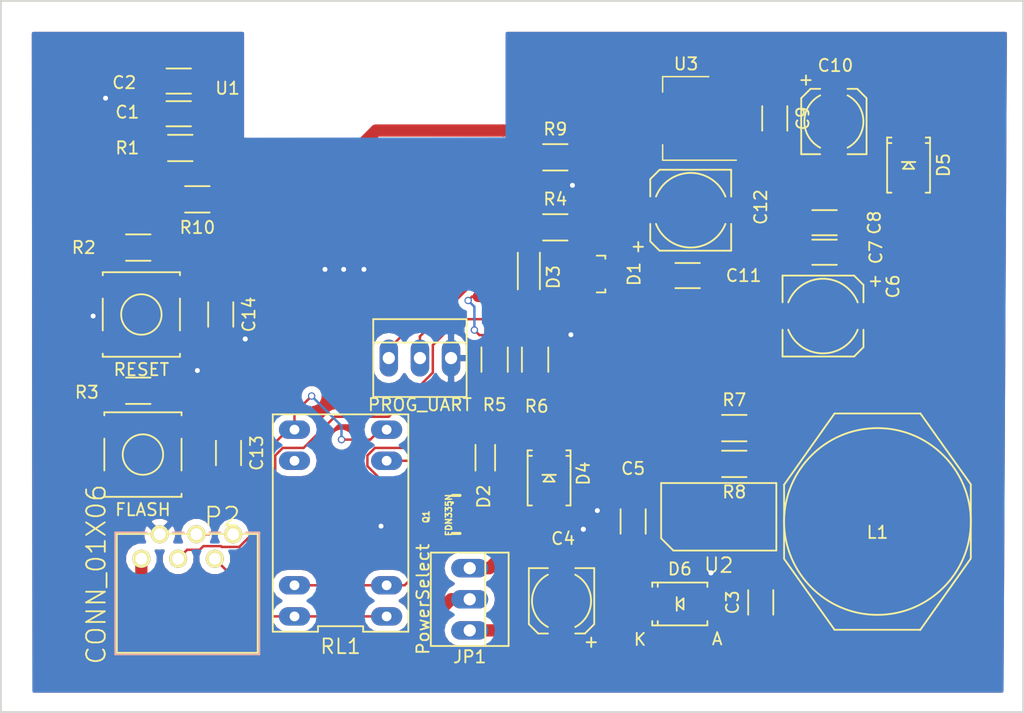
<source format=kicad_pcb>
(kicad_pcb (version 4) (host pcbnew 4.0.4+e1-6308~48~ubuntu16.04.1-stable)

  (general
    (links 91)
    (no_connects 0)
    (area 70.251999 62.599999 153.824001 120.788001)
    (thickness 1.6)
    (drawings 4)
    (tracks 305)
    (zones 0)
    (modules 41)
    (nets 25)
  )

  (page A4)
  (layers
    (0 F.Cu signal)
    (31 B.Cu signal)
    (32 B.Adhes user)
    (33 F.Adhes user)
    (34 B.Paste user)
    (35 F.Paste user)
    (36 B.SilkS user)
    (37 F.SilkS user)
    (38 B.Mask user)
    (39 F.Mask user)
    (40 Dwgs.User user)
    (41 Cmts.User user)
    (42 Eco1.User user)
    (43 Eco2.User user)
    (44 Edge.Cuts user)
    (45 Margin user)
    (46 B.CrtYd user)
    (47 F.CrtYd user)
    (48 B.Fab user)
    (49 F.Fab user)
  )

  (setup
    (last_trace_width 0.25)
    (user_trace_width 0.2)
    (user_trace_width 0.3)
    (user_trace_width 0.4)
    (user_trace_width 0.5)
    (user_trace_width 0.7)
    (user_trace_width 1)
    (user_trace_width 1.5)
    (user_trace_width 2)
    (trace_clearance 0.2)
    (zone_clearance 0.508)
    (zone_45_only no)
    (trace_min 0.2)
    (segment_width 0.2)
    (edge_width 0.15)
    (via_size 0.6)
    (via_drill 0.4)
    (via_min_size 0.3)
    (via_min_drill 0.3)
    (uvia_size 0.3)
    (uvia_drill 0.1)
    (uvias_allowed no)
    (uvia_min_size 0.2)
    (uvia_min_drill 0.1)
    (pcb_text_width 0.3)
    (pcb_text_size 1.5 1.5)
    (mod_edge_width 0.15)
    (mod_text_size 1 1)
    (mod_text_width 0.15)
    (pad_size 1.524 1.524)
    (pad_drill 0.762)
    (pad_to_mask_clearance 0.2)
    (aux_axis_origin 0 0)
    (grid_origin 70.3834 120.6754)
    (visible_elements FFFFFF7F)
    (pcbplotparams
      (layerselection 0x3ffff_80000001)
      (usegerberextensions false)
      (excludeedgelayer true)
      (linewidth 0.100000)
      (plotframeref false)
      (viasonmask false)
      (mode 1)
      (useauxorigin false)
      (hpglpennumber 1)
      (hpglpenspeed 20)
      (hpglpendiameter 15)
      (hpglpenoverlay 2)
      (psnegative false)
      (psa4output false)
      (plotreference true)
      (plotvalue true)
      (plotinvisibletext false)
      (padsonsilk false)
      (subtractmaskfromsilk false)
      (outputformat 4)
      (mirror false)
      (drillshape 0)
      (scaleselection 1)
      (outputdirectory out))
  )

  (net 0 "")
  (net 1 /ESP8266/TX)
  (net 2 /ESP8266/RX)
  (net 3 GND)
  (net 4 "Net-(R1-Pad1)")
  (net 5 /ESP8266/RESET)
  (net 6 /ESP8266/FLASH)
  (net 7 /ESP8266/PWR_SENSE)
  (net 8 /ESP8266/POWER_SENSE)
  (net 9 /ESP8266/RELAY_OUT)
  (net 10 "Net-(C3-Pad1)")
  (net 11 "Net-(C4-Pad1)")
  (net 12 "Net-(R7-Pad2)")
  (net 13 "Net-(C3-Pad2)")
  (net 14 +3V3)
  (net 15 "Net-(C6-Pad1)")
  (net 16 +5V)
  (net 17 "Net-(D2-Pad2)")
  (net 18 "Net-(D4-Pad2)")
  (net 19 VIN)
  (net 20 /ESP8266/REL_OUT1)
  (net 21 /ESP8266/REL_OUT2)
  (net 22 "Net-(R9-Pad1)")
  (net 23 "Net-(R10-Pad1)")
  (net 24 "Net-(Q1-PadG)")

  (net_class Default "This is the default net class."
    (clearance 0.2)
    (trace_width 0.25)
    (via_dia 0.6)
    (via_drill 0.4)
    (uvia_dia 0.3)
    (uvia_drill 0.1)
    (add_net /ESP8266/FLASH)
    (add_net /ESP8266/POWER_SENSE)
    (add_net /ESP8266/PWR_SENSE)
    (add_net /ESP8266/RELAY_OUT)
    (add_net /ESP8266/REL_OUT1)
    (add_net /ESP8266/REL_OUT2)
    (add_net /ESP8266/RESET)
    (add_net /ESP8266/RX)
    (add_net /ESP8266/TX)
    (add_net "Net-(C3-Pad1)")
    (add_net "Net-(C3-Pad2)")
    (add_net "Net-(C4-Pad1)")
    (add_net "Net-(C6-Pad1)")
    (add_net "Net-(D2-Pad2)")
    (add_net "Net-(D4-Pad2)")
    (add_net "Net-(Q1-PadG)")
    (add_net "Net-(R1-Pad1)")
    (add_net "Net-(R10-Pad1)")
    (add_net "Net-(R7-Pad2)")
    (add_net "Net-(R9-Pad1)")
  )

  (net_class PWR_IN ""
    (clearance 0.2)
    (trace_width 1)
    (via_dia 0.6)
    (via_drill 0.4)
    (uvia_dia 0.3)
    (uvia_drill 0.1)
    (add_net +3V3)
    (add_net +5V)
    (add_net GND)
    (add_net VIN)
  )

  (module Resistors_SMD:R_1206_HandSoldering placed (layer F.Cu) (tedit 58307C0D) (tstamp 5845DAC9)
    (at 115.57 81.153)
    (descr "Resistor SMD 1206, hand soldering")
    (tags "resistor 1206")
    (path /572CAC8B/5730CE4F)
    (attr smd)
    (fp_text reference R4 (at 0 -2.3) (layer F.SilkS)
      (effects (font (size 1 1) (thickness 0.15)))
    )
    (fp_text value 10K (at 0 2.3) (layer F.Fab)
      (effects (font (size 1 1) (thickness 0.15)))
    )
    (fp_line (start -1.6 0.8) (end -1.6 -0.8) (layer F.Fab) (width 0.1))
    (fp_line (start 1.6 0.8) (end -1.6 0.8) (layer F.Fab) (width 0.1))
    (fp_line (start 1.6 -0.8) (end 1.6 0.8) (layer F.Fab) (width 0.1))
    (fp_line (start -1.6 -0.8) (end 1.6 -0.8) (layer F.Fab) (width 0.1))
    (fp_line (start -3.3 -1.2) (end 3.3 -1.2) (layer F.CrtYd) (width 0.05))
    (fp_line (start -3.3 1.2) (end 3.3 1.2) (layer F.CrtYd) (width 0.05))
    (fp_line (start -3.3 -1.2) (end -3.3 1.2) (layer F.CrtYd) (width 0.05))
    (fp_line (start 3.3 -1.2) (end 3.3 1.2) (layer F.CrtYd) (width 0.05))
    (fp_line (start 1 1.075) (end -1 1.075) (layer F.SilkS) (width 0.15))
    (fp_line (start -1 -1.075) (end 1 -1.075) (layer F.SilkS) (width 0.15))
    (pad 1 smd rect (at -2 0) (size 2 1.7) (layers F.Cu F.Paste F.Mask)
      (net 7 /ESP8266/PWR_SENSE))
    (pad 2 smd rect (at 2 0) (size 2 1.7) (layers F.Cu F.Paste F.Mask)
      (net 8 /ESP8266/POWER_SENSE))
    (model Resistors_SMD.3dshapes/R_1206_HandSoldering.wrl
      (at (xyz 0 0 0))
      (scale (xyz 1 1 1))
      (rotate (xyz 0 0 0))
    )
  )

  (module Connect:PINHEAD1-3 placed (layer F.Cu) (tedit 58507851) (tstamp 572CB120)
    (at 104.521 91.821)
    (path /572CAC8B/572CAE4D)
    (attr virtual)
    (fp_text reference P1 (at 0.05 -3.8) (layer F.Fab)
      (effects (font (size 1 1) (thickness 0.15)))
    )
    (fp_text value PROG_UART (at 0 3.81) (layer F.SilkS)
      (effects (font (size 1 1) (thickness 0.15)))
    )
    (fp_line (start -3.81 -3.175) (end -3.81 3.175) (layer F.SilkS) (width 0.15))
    (fp_line (start 3.81 -3.175) (end 3.81 3.175) (layer F.SilkS) (width 0.15))
    (fp_line (start 3.81 -1.27) (end -3.81 -1.27) (layer F.SilkS) (width 0.15))
    (fp_line (start -3.81 -3.175) (end 3.81 -3.175) (layer F.SilkS) (width 0.15))
    (fp_line (start 3.81 3.175) (end -3.81 3.175) (layer F.SilkS) (width 0.15))
    (pad 1 thru_hole oval (at -2.54 0) (size 1.50622 3.01498) (drill 0.99822) (layers *.Cu *.Mask)
      (net 1 /ESP8266/TX))
    (pad 2 thru_hole oval (at 0 0) (size 1.50622 3.01498) (drill 0.99822) (layers *.Cu *.Mask)
      (net 2 /ESP8266/RX))
    (pad 3 thru_hole oval (at 2.54 0) (size 1.50622 3.01498) (drill 0.99822) (layers *.Cu *.Mask)
      (net 3 GND))
    (model Pin_Headers.3dshapes/Pin_Header_Straight_1x03.wrl
      (at (xyz 0 0 0))
      (scale (xyz 1 1 1))
      (rotate (xyz 0 0 0))
    )
  )

  (module ESP8266:ESP-13-WROOM-02 placed (layer F.Cu) (tedit 56AD2D87) (tstamp 572CB137)
    (at 91.821 74.803)
    (descr "Module, ESP-8266, ESP-13-WROOM-02, 18 pad, SMD")
    (tags "Module ESP-8266 ESP8266")
    (path /572CAC8B/572CACB5)
    (fp_text reference U1 (at -3 -5) (layer F.SilkS)
      (effects (font (size 1 1) (thickness 0.15)))
    )
    (fp_text value ESP-13-WROOM-02 (at 9 0) (layer F.Fab)
      (effects (font (size 1 1) (thickness 0.15)))
    )
    (fp_line (start 18 -7) (end 0 -1.2) (layer F.CrtYd) (width 0.1524))
    (fp_line (start 0 -7) (end 18 -1.2) (layer F.CrtYd) (width 0.1524))
    (fp_text user "No Copper" (at 9 -4) (layer F.CrtYd)
      (effects (font (size 1 1) (thickness 0.15)))
    )
    (fp_line (start 0 -7) (end 0 -1.2) (layer F.CrtYd) (width 0.1524))
    (fp_line (start 0 -1.2) (end 18 -1.2) (layer F.CrtYd) (width 0.1524))
    (fp_line (start 18 -1.2) (end 18 -7) (layer F.CrtYd) (width 0.1524))
    (fp_line (start 18 -7) (end 0 -7) (layer F.CrtYd) (width 0.1524))
    (fp_line (start 18 -7) (end 18 13) (layer F.Fab) (width 0.1524))
    (fp_line (start 0 13) (end 18 13) (layer F.Fab) (width 0.1524))
    (fp_line (start 0 13) (end 0 -7) (layer F.Fab) (width 0.1524))
    (fp_line (start 0 -7) (end 18 -7) (layer F.Fab) (width 0.1524))
    (pad 10 smd oval (at 18 12) (size 2 0.9) (layers F.Cu F.Paste F.Mask)
      (net 9 /ESP8266/RELAY_OUT))
    (pad 9 smd oval (at 0 12) (size 2 0.9) (layers F.Cu F.Paste F.Mask)
      (net 3 GND))
    (pad 1 smd rect (at 0 0) (size 2 0.9) (layers F.Cu F.Paste F.Mask)
      (net 14 +3V3))
    (pad 2 smd oval (at 0 1.5) (size 2 0.9) (layers F.Cu F.Paste F.Mask)
      (net 4 "Net-(R1-Pad1)"))
    (pad 3 smd oval (at 0 3) (size 2 0.9) (layers F.Cu F.Paste F.Mask))
    (pad 4 smd oval (at 0 4.5) (size 2 0.9) (layers F.Cu F.Paste F.Mask))
    (pad 5 smd oval (at 0 6) (size 2 0.9) (layers F.Cu F.Paste F.Mask))
    (pad 6 smd oval (at 0 7.5) (size 2 0.9) (layers F.Cu F.Paste F.Mask)
      (net 22 "Net-(R9-Pad1)"))
    (pad 7 smd oval (at 0 9) (size 2 0.9) (layers F.Cu F.Paste F.Mask)
      (net 23 "Net-(R10-Pad1)"))
    (pad 8 smd oval (at 0 10.5) (size 2 0.9) (layers F.Cu F.Paste F.Mask)
      (net 6 /ESP8266/FLASH))
    (pad 11 smd oval (at 18 10.5) (size 2 0.9) (layers F.Cu F.Paste F.Mask)
      (net 2 /ESP8266/RX))
    (pad 12 smd oval (at 18 9) (size 2 0.9) (layers F.Cu F.Paste F.Mask)
      (net 1 /ESP8266/TX))
    (pad 13 smd oval (at 18 7.5) (size 2 0.9) (layers F.Cu F.Paste F.Mask)
      (net 3 GND))
    (pad 14 smd oval (at 18 6) (size 2 0.9) (layers F.Cu F.Paste F.Mask)
      (net 7 /ESP8266/PWR_SENSE))
    (pad 15 smd oval (at 18 4.5) (size 2 0.9) (layers F.Cu F.Paste F.Mask)
      (net 5 /ESP8266/RESET))
    (pad 16 smd oval (at 18 3) (size 2 0.9) (layers F.Cu F.Paste F.Mask))
    (pad 17 smd oval (at 18 1.5) (size 2 0.9) (layers F.Cu F.Paste F.Mask))
    (pad 18 smd oval (at 18 0) (size 2 0.9) (layers F.Cu F.Paste F.Mask)
      (net 3 GND))
    (pad PAD smd rect (at 10.12 6.58) (size 4.3 4.3) (layers F.Cu F.Paste F.Mask)
      (net 3 GND))
    (model /source/kicad/kicad-ESP8266/ESP8266.3dshapes/ESP-13-wroom-02.wrl
      (at (xyz 0 0 0))
      (scale (xyz 0.4 0.4 0.4))
      (rotate (xyz 0 0 0))
    )
  )

  (module Capacitors_SMD:C_1206_HandSoldering placed (layer F.Cu) (tedit 585049E2) (tstamp 5730EE51)
    (at 84.836 71.882 180)
    (descr "Capacitor SMD 1206, hand soldering")
    (tags "capacitor 1206")
    (path /572CAC8B/5730A620)
    (attr smd)
    (fp_text reference C1 (at 4.191 0.127 180) (layer F.SilkS)
      (effects (font (size 1 1) (thickness 0.15)))
    )
    (fp_text value 10nF (at 0 2.3 180) (layer F.Fab)
      (effects (font (size 1 1) (thickness 0.15)))
    )
    (fp_line (start -3.3 -1.15) (end 3.3 -1.15) (layer F.CrtYd) (width 0.05))
    (fp_line (start -3.3 1.15) (end 3.3 1.15) (layer F.CrtYd) (width 0.05))
    (fp_line (start -3.3 -1.15) (end -3.3 1.15) (layer F.CrtYd) (width 0.05))
    (fp_line (start 3.3 -1.15) (end 3.3 1.15) (layer F.CrtYd) (width 0.05))
    (fp_line (start 1 -1.025) (end -1 -1.025) (layer F.SilkS) (width 0.15))
    (fp_line (start -1 1.025) (end 1 1.025) (layer F.SilkS) (width 0.15))
    (pad 1 smd rect (at -2 0 180) (size 2 1.6) (layers F.Cu F.Paste F.Mask)
      (net 14 +3V3))
    (pad 2 smd rect (at 2 0 180) (size 2 1.6) (layers F.Cu F.Paste F.Mask)
      (net 3 GND))
    (model Capacitors_SMD.3dshapes/C_1206_HandSoldering.wrl
      (at (xyz 0 0 0))
      (scale (xyz 1 1 1))
      (rotate (xyz 0 0 0))
    )
  )

  (module Capacitors_SMD:C_1206_HandSoldering placed (layer F.Cu) (tedit 585049DB) (tstamp 5730EE57)
    (at 84.836 69.215 180)
    (descr "Capacitor SMD 1206, hand soldering")
    (tags "capacitor 1206")
    (path /572CAC8B/5730A517)
    (attr smd)
    (fp_text reference C2 (at 4.445 -0.127 180) (layer F.SilkS)
      (effects (font (size 1 1) (thickness 0.15)))
    )
    (fp_text value 1uF (at 0 2.3 180) (layer F.Fab)
      (effects (font (size 1 1) (thickness 0.15)))
    )
    (fp_line (start -3.3 -1.15) (end 3.3 -1.15) (layer F.CrtYd) (width 0.05))
    (fp_line (start -3.3 1.15) (end 3.3 1.15) (layer F.CrtYd) (width 0.05))
    (fp_line (start -3.3 -1.15) (end -3.3 1.15) (layer F.CrtYd) (width 0.05))
    (fp_line (start 3.3 -1.15) (end 3.3 1.15) (layer F.CrtYd) (width 0.05))
    (fp_line (start 1 -1.025) (end -1 -1.025) (layer F.SilkS) (width 0.15))
    (fp_line (start -1 1.025) (end 1 1.025) (layer F.SilkS) (width 0.15))
    (pad 1 smd rect (at -2 0 180) (size 2 1.6) (layers F.Cu F.Paste F.Mask)
      (net 14 +3V3))
    (pad 2 smd rect (at 2 0 180) (size 2 1.6) (layers F.Cu F.Paste F.Mask)
      (net 3 GND))
    (model Capacitors_SMD.3dshapes/C_1206_HandSoldering.wrl
      (at (xyz 0 0 0))
      (scale (xyz 1 1 1))
      (rotate (xyz 0 0 0))
    )
  )

  (module Resistors_SMD:R_1206_HandSoldering placed (layer F.Cu) (tedit 585049D8) (tstamp 5730EE5D)
    (at 84.963 74.676)
    (descr "Resistor SMD 1206, hand soldering")
    (tags "resistor 1206")
    (path /572CAC8B/5730AE90)
    (attr smd)
    (fp_text reference R1 (at -4.318 0) (layer F.SilkS)
      (effects (font (size 1 1) (thickness 0.15)))
    )
    (fp_text value 10K (at 0 2.3) (layer F.Fab)
      (effects (font (size 1 1) (thickness 0.15)))
    )
    (fp_line (start -3.3 -1.2) (end 3.3 -1.2) (layer F.CrtYd) (width 0.05))
    (fp_line (start -3.3 1.2) (end 3.3 1.2) (layer F.CrtYd) (width 0.05))
    (fp_line (start -3.3 -1.2) (end -3.3 1.2) (layer F.CrtYd) (width 0.05))
    (fp_line (start 3.3 -1.2) (end 3.3 1.2) (layer F.CrtYd) (width 0.05))
    (fp_line (start 1 1.075) (end -1 1.075) (layer F.SilkS) (width 0.15))
    (fp_line (start -1 -1.075) (end 1 -1.075) (layer F.SilkS) (width 0.15))
    (pad 1 smd rect (at -2 0) (size 2 1.7) (layers F.Cu F.Paste F.Mask)
      (net 4 "Net-(R1-Pad1)"))
    (pad 2 smd rect (at 2 0) (size 2 1.7) (layers F.Cu F.Paste F.Mask)
      (net 14 +3V3))
    (model Resistors_SMD.3dshapes/R_1206_HandSoldering.wrl
      (at (xyz 0 0 0))
      (scale (xyz 1 1 1))
      (rotate (xyz 0 0 0))
    )
  )

  (module Resistors_SMD:R_1206_HandSoldering placed (layer F.Cu) (tedit 58504974) (tstamp 5730EE63)
    (at 81.534 82.804 180)
    (descr "Resistor SMD 1206, hand soldering")
    (tags "resistor 1206")
    (path /572CAC8B/5730ADAF)
    (attr smd)
    (fp_text reference R2 (at 4.445 0 180) (layer F.SilkS)
      (effects (font (size 1 1) (thickness 0.15)))
    )
    (fp_text value 10K (at 0 2.3 180) (layer F.Fab)
      (effects (font (size 1 1) (thickness 0.15)))
    )
    (fp_line (start -3.3 -1.2) (end 3.3 -1.2) (layer F.CrtYd) (width 0.05))
    (fp_line (start -3.3 1.2) (end 3.3 1.2) (layer F.CrtYd) (width 0.05))
    (fp_line (start -3.3 -1.2) (end -3.3 1.2) (layer F.CrtYd) (width 0.05))
    (fp_line (start 3.3 -1.2) (end 3.3 1.2) (layer F.CrtYd) (width 0.05))
    (fp_line (start 1 1.075) (end -1 1.075) (layer F.SilkS) (width 0.15))
    (fp_line (start -1 -1.075) (end 1 -1.075) (layer F.SilkS) (width 0.15))
    (pad 1 smd rect (at -2 0 180) (size 2 1.7) (layers F.Cu F.Paste F.Mask)
      (net 14 +3V3))
    (pad 2 smd rect (at 2 0 180) (size 2 1.7) (layers F.Cu F.Paste F.Mask)
      (net 5 /ESP8266/RESET))
    (model Resistors_SMD.3dshapes/R_1206_HandSoldering.wrl
      (at (xyz 0 0 0))
      (scale (xyz 1 1 1))
      (rotate (xyz 0 0 0))
    )
  )

  (module Resistors_SMD:R_1206_HandSoldering placed (layer F.Cu) (tedit 5850496F) (tstamp 5730EE69)
    (at 81.534 94.488 180)
    (descr "Resistor SMD 1206, hand soldering")
    (tags "resistor 1206")
    (path /572CAC8B/5730AE16)
    (attr smd)
    (fp_text reference R3 (at 4.191 -0.127 180) (layer F.SilkS)
      (effects (font (size 1 1) (thickness 0.15)))
    )
    (fp_text value 10K (at 0 2.3 180) (layer F.Fab)
      (effects (font (size 1 1) (thickness 0.15)))
    )
    (fp_line (start -3.3 -1.2) (end 3.3 -1.2) (layer F.CrtYd) (width 0.05))
    (fp_line (start -3.3 1.2) (end 3.3 1.2) (layer F.CrtYd) (width 0.05))
    (fp_line (start -3.3 -1.2) (end -3.3 1.2) (layer F.CrtYd) (width 0.05))
    (fp_line (start 3.3 -1.2) (end 3.3 1.2) (layer F.CrtYd) (width 0.05))
    (fp_line (start 1 1.075) (end -1 1.075) (layer F.SilkS) (width 0.15))
    (fp_line (start -1 -1.075) (end 1 -1.075) (layer F.SilkS) (width 0.15))
    (pad 1 smd rect (at -2 0 180) (size 2 1.7) (layers F.Cu F.Paste F.Mask)
      (net 14 +3V3))
    (pad 2 smd rect (at 2 0 180) (size 2 1.7) (layers F.Cu F.Paste F.Mask)
      (net 6 /ESP8266/FLASH))
    (model Resistors_SMD.3dshapes/R_1206_HandSoldering.wrl
      (at (xyz 0 0 0))
      (scale (xyz 1 1 1))
      (rotate (xyz 0 0 0))
    )
  )

  (module Capacitors_SMD:C_1206_HandSoldering placed (layer F.Cu) (tedit 541A9C03) (tstamp 5845DAA9)
    (at 88.9 99.568 270)
    (descr "Capacitor SMD 1206, hand soldering")
    (tags "capacitor 1206")
    (path /572CAC8B/582A5117)
    (attr smd)
    (fp_text reference C13 (at 0 -2.3 270) (layer F.SilkS)
      (effects (font (size 1 1) (thickness 0.15)))
    )
    (fp_text value 10nF (at 0 2.3 270) (layer F.Fab)
      (effects (font (size 1 1) (thickness 0.15)))
    )
    (fp_line (start -1.6 0.8) (end -1.6 -0.8) (layer F.Fab) (width 0.15))
    (fp_line (start 1.6 0.8) (end -1.6 0.8) (layer F.Fab) (width 0.15))
    (fp_line (start 1.6 -0.8) (end 1.6 0.8) (layer F.Fab) (width 0.15))
    (fp_line (start -1.6 -0.8) (end 1.6 -0.8) (layer F.Fab) (width 0.15))
    (fp_line (start -3.3 -1.15) (end 3.3 -1.15) (layer F.CrtYd) (width 0.05))
    (fp_line (start -3.3 1.15) (end 3.3 1.15) (layer F.CrtYd) (width 0.05))
    (fp_line (start -3.3 -1.15) (end -3.3 1.15) (layer F.CrtYd) (width 0.05))
    (fp_line (start 3.3 -1.15) (end 3.3 1.15) (layer F.CrtYd) (width 0.05))
    (fp_line (start 1 -1.025) (end -1 -1.025) (layer F.SilkS) (width 0.15))
    (fp_line (start -1 1.025) (end 1 1.025) (layer F.SilkS) (width 0.15))
    (pad 1 smd rect (at -2 0 270) (size 2 1.6) (layers F.Cu F.Paste F.Mask)
      (net 6 /ESP8266/FLASH))
    (pad 2 smd rect (at 2 0 270) (size 2 1.6) (layers F.Cu F.Paste F.Mask)
      (net 3 GND))
    (model Capacitors_SMD.3dshapes/C_1206_HandSoldering.wrl
      (at (xyz 0 0 0))
      (scale (xyz 1 1 1))
      (rotate (xyz 0 0 0))
    )
  )

  (module Capacitors_SMD:C_1206_HandSoldering placed (layer F.Cu) (tedit 541A9C03) (tstamp 5845DAB9)
    (at 88.265 88.265 270)
    (descr "Capacitor SMD 1206, hand soldering")
    (tags "capacitor 1206")
    (path /572CAC8B/582A4F46)
    (attr smd)
    (fp_text reference C14 (at 0 -2.3 270) (layer F.SilkS)
      (effects (font (size 1 1) (thickness 0.15)))
    )
    (fp_text value 10nF (at 0 2.3 270) (layer F.Fab)
      (effects (font (size 1 1) (thickness 0.15)))
    )
    (fp_line (start -1.6 0.8) (end -1.6 -0.8) (layer F.Fab) (width 0.15))
    (fp_line (start 1.6 0.8) (end -1.6 0.8) (layer F.Fab) (width 0.15))
    (fp_line (start 1.6 -0.8) (end 1.6 0.8) (layer F.Fab) (width 0.15))
    (fp_line (start -1.6 -0.8) (end 1.6 -0.8) (layer F.Fab) (width 0.15))
    (fp_line (start -3.3 -1.15) (end 3.3 -1.15) (layer F.CrtYd) (width 0.05))
    (fp_line (start -3.3 1.15) (end 3.3 1.15) (layer F.CrtYd) (width 0.05))
    (fp_line (start -3.3 -1.15) (end -3.3 1.15) (layer F.CrtYd) (width 0.05))
    (fp_line (start 3.3 -1.15) (end 3.3 1.15) (layer F.CrtYd) (width 0.05))
    (fp_line (start 1 -1.025) (end -1 -1.025) (layer F.SilkS) (width 0.15))
    (fp_line (start -1 1.025) (end 1 1.025) (layer F.SilkS) (width 0.15))
    (pad 1 smd rect (at -2 0 270) (size 2 1.6) (layers F.Cu F.Paste F.Mask)
      (net 5 /ESP8266/RESET))
    (pad 2 smd rect (at 2 0 270) (size 2 1.6) (layers F.Cu F.Paste F.Mask)
      (net 3 GND))
    (model Capacitors_SMD.3dshapes/C_1206_HandSoldering.wrl
      (at (xyz 0 0 0))
      (scale (xyz 1 1 1))
      (rotate (xyz 0 0 0))
    )
  )

  (module Capacitors_SMD:C_1206_HandSoldering placed (layer F.Cu) (tedit 541A9C03) (tstamp 58461050)
    (at 132.334 111.76 90)
    (descr "Capacitor SMD 1206, hand soldering")
    (tags "capacitor 1206")
    (path /572CAC8E/58286CED)
    (attr smd)
    (fp_text reference C3 (at 0 -2.3 90) (layer F.SilkS)
      (effects (font (size 1 1) (thickness 0.15)))
    )
    (fp_text value 10nF (at 0 2.3 90) (layer F.Fab)
      (effects (font (size 1 1) (thickness 0.15)))
    )
    (fp_line (start -1.6 0.8) (end -1.6 -0.8) (layer F.Fab) (width 0.15))
    (fp_line (start 1.6 0.8) (end -1.6 0.8) (layer F.Fab) (width 0.15))
    (fp_line (start 1.6 -0.8) (end 1.6 0.8) (layer F.Fab) (width 0.15))
    (fp_line (start -1.6 -0.8) (end 1.6 -0.8) (layer F.Fab) (width 0.15))
    (fp_line (start -3.3 -1.15) (end 3.3 -1.15) (layer F.CrtYd) (width 0.05))
    (fp_line (start -3.3 1.15) (end 3.3 1.15) (layer F.CrtYd) (width 0.05))
    (fp_line (start -3.3 -1.15) (end -3.3 1.15) (layer F.CrtYd) (width 0.05))
    (fp_line (start 3.3 -1.15) (end 3.3 1.15) (layer F.CrtYd) (width 0.05))
    (fp_line (start 1 -1.025) (end -1 -1.025) (layer F.SilkS) (width 0.15))
    (fp_line (start -1 1.025) (end 1 1.025) (layer F.SilkS) (width 0.15))
    (pad 1 smd rect (at -2 0 90) (size 2 1.6) (layers F.Cu F.Paste F.Mask)
      (net 10 "Net-(C3-Pad1)"))
    (pad 2 smd rect (at 2 0 90) (size 2 1.6) (layers F.Cu F.Paste F.Mask)
      (net 13 "Net-(C3-Pad2)"))
    (model Capacitors_SMD.3dshapes/C_1206_HandSoldering.wrl
      (at (xyz 0 0 0))
      (scale (xyz 1 1 1))
      (rotate (xyz 0 0 0))
    )
  )

  (module Capacitors_SMD:c_elec_5x5.8 placed (layer F.Cu) (tedit 58503C54) (tstamp 5846106C)
    (at 116.078 111.633 90)
    (descr "SMT capacitor, aluminium electrolytic, 5x5.8")
    (path /572CAC8E/582A60BC)
    (attr smd)
    (fp_text reference C4 (at 5.08 0.127 360) (layer F.SilkS)
      (effects (font (size 1 1) (thickness 0.15)))
    )
    (fp_text value 10uF (at 0 -3.9243 90) (layer F.Fab)
      (effects (font (size 1 1) (thickness 0.15)))
    )
    (fp_text user + (at -1.3843 -0.0635 90) (layer F.Fab)
      (effects (font (size 1 1) (thickness 0.15)))
    )
    (fp_line (start 2.5146 2.5146) (end 2.5146 -2.5146) (layer F.Fab) (width 0.15))
    (fp_line (start -1.8415 2.5146) (end 2.5146 2.5146) (layer F.Fab) (width 0.15))
    (fp_line (start -2.5146 1.8415) (end -1.8415 2.5146) (layer F.Fab) (width 0.15))
    (fp_line (start -2.5146 -1.8415) (end -2.5146 1.8415) (layer F.Fab) (width 0.15))
    (fp_line (start -1.8415 -2.5146) (end -2.5146 -1.8415) (layer F.Fab) (width 0.15))
    (fp_line (start 2.5146 -2.5146) (end -1.8415 -2.5146) (layer F.Fab) (width 0.15))
    (fp_line (start 2.667 2.667) (end 2.667 1.1176) (layer F.SilkS) (width 0.15))
    (fp_line (start 2.667 -2.667) (end 2.667 -1.1176) (layer F.SilkS) (width 0.15))
    (fp_line (start -2.667 1.905) (end -2.667 1.1176) (layer F.SilkS) (width 0.15))
    (fp_line (start -2.667 -1.905) (end -2.667 -1.1176) (layer F.SilkS) (width 0.15))
    (fp_arc (start 0 0) (end 2.1336 1.1176) (angle 124.6819464) (layer F.SilkS) (width 0.15))
    (fp_arc (start 0 0) (end -2.1336 -1.1176) (angle 124.7080493) (layer F.SilkS) (width 0.15))
    (fp_text user + (at -3.3782 2.3495 90) (layer F.SilkS)
      (effects (font (size 1 1) (thickness 0.15)))
    )
    (fp_line (start 3.95 -3) (end -3.95 -3) (layer F.CrtYd) (width 0.05))
    (fp_line (start -3.95 -3) (end -3.95 3) (layer F.CrtYd) (width 0.05))
    (fp_line (start -3.95 3) (end 3.95 3) (layer F.CrtYd) (width 0.05))
    (fp_line (start 3.95 3) (end 3.95 -3) (layer F.CrtYd) (width 0.05))
    (fp_line (start 2.667 -2.667) (end -1.905 -2.667) (layer F.SilkS) (width 0.15))
    (fp_line (start -1.905 -2.667) (end -2.667 -1.905) (layer F.SilkS) (width 0.15))
    (fp_line (start -2.667 1.905) (end -1.905 2.667) (layer F.SilkS) (width 0.15))
    (fp_line (start -1.905 2.667) (end 2.667 2.667) (layer F.SilkS) (width 0.15))
    (pad 1 smd rect (at -2.2 0 270) (size 3 1.6) (layers F.Cu F.Paste F.Mask)
      (net 11 "Net-(C4-Pad1)"))
    (pad 2 smd rect (at 2.2 0 270) (size 3 1.6) (layers F.Cu F.Paste F.Mask)
      (net 3 GND))
    (model Capacitors_SMD.3dshapes/c_elec_5x5.8.wrl
      (at (xyz 0 0 0))
      (scale (xyz 1 1 1))
      (rotate (xyz 0 0 180))
    )
  )

  (module Capacitors_SMD:C_1206_HandSoldering placed (layer F.Cu) (tedit 58503C4A) (tstamp 5846107C)
    (at 121.92 105.156 90)
    (descr "Capacitor SMD 1206, hand soldering")
    (tags "capacitor 1206")
    (path /572CAC8E/582A60C8)
    (attr smd)
    (fp_text reference C5 (at 4.318 0 180) (layer F.SilkS)
      (effects (font (size 1 1) (thickness 0.15)))
    )
    (fp_text value 100nF (at 0 2.3 90) (layer F.Fab)
      (effects (font (size 1 1) (thickness 0.15)))
    )
    (fp_line (start -1.6 0.8) (end -1.6 -0.8) (layer F.Fab) (width 0.15))
    (fp_line (start 1.6 0.8) (end -1.6 0.8) (layer F.Fab) (width 0.15))
    (fp_line (start 1.6 -0.8) (end 1.6 0.8) (layer F.Fab) (width 0.15))
    (fp_line (start -1.6 -0.8) (end 1.6 -0.8) (layer F.Fab) (width 0.15))
    (fp_line (start -3.3 -1.15) (end 3.3 -1.15) (layer F.CrtYd) (width 0.05))
    (fp_line (start -3.3 1.15) (end 3.3 1.15) (layer F.CrtYd) (width 0.05))
    (fp_line (start -3.3 -1.15) (end -3.3 1.15) (layer F.CrtYd) (width 0.05))
    (fp_line (start 3.3 -1.15) (end 3.3 1.15) (layer F.CrtYd) (width 0.05))
    (fp_line (start 1 -1.025) (end -1 -1.025) (layer F.SilkS) (width 0.15))
    (fp_line (start -1 1.025) (end 1 1.025) (layer F.SilkS) (width 0.15))
    (pad 1 smd rect (at -2 0 90) (size 2 1.6) (layers F.Cu F.Paste F.Mask)
      (net 11 "Net-(C4-Pad1)"))
    (pad 2 smd rect (at 2 0 90) (size 2 1.6) (layers F.Cu F.Paste F.Mask)
      (net 3 GND))
    (model Capacitors_SMD.3dshapes/C_1206_HandSoldering.wrl
      (at (xyz 0 0 0))
      (scale (xyz 1 1 1))
      (rotate (xyz 0 0 0))
    )
  )

  (module Capacitors_SMD:c_elec_6.3x7.7 placed (layer F.Cu) (tedit 58504560) (tstamp 58461098)
    (at 137.414 88.392 180)
    (descr "SMT capacitor, aluminium electrolytic, 6.3x7.7")
    (path /572CAC8E/5828774F)
    (attr smd)
    (fp_text reference C6 (at -5.715 2.413 450) (layer F.SilkS)
      (effects (font (size 1 1) (thickness 0.15)))
    )
    (fp_text value 220uF (at 0 -4.4323 180) (layer F.Fab)
      (effects (font (size 1 1) (thickness 0.15)))
    )
    (fp_line (start 3.1496 3.1496) (end 3.1496 -3.1496) (layer F.Fab) (width 0.15))
    (fp_line (start -2.4765 3.1496) (end 3.1496 3.1496) (layer F.Fab) (width 0.15))
    (fp_line (start -3.1496 2.4765) (end -2.4765 3.1496) (layer F.Fab) (width 0.15))
    (fp_line (start -3.1496 -2.4765) (end -3.1496 2.4765) (layer F.Fab) (width 0.15))
    (fp_line (start -2.4765 -3.1496) (end -3.1496 -2.4765) (layer F.Fab) (width 0.15))
    (fp_line (start 3.1496 -3.1496) (end -2.4765 -3.1496) (layer F.Fab) (width 0.15))
    (fp_text user + (at -1.7272 -0.0762 180) (layer F.Fab)
      (effects (font (size 1 1) (thickness 0.15)))
    )
    (fp_arc (start 0 0) (end 2.8321 1.1176) (angle 136.9770428) (layer F.SilkS) (width 0.15))
    (fp_arc (start 0 0) (end -2.8321 -1.1176) (angle 136.9770428) (layer F.SilkS) (width 0.15))
    (fp_line (start -3.302 2.54) (end -3.302 1.1176) (layer F.SilkS) (width 0.15))
    (fp_line (start 3.302 3.302) (end 3.302 1.1176) (layer F.SilkS) (width 0.15))
    (fp_line (start 3.302 -3.302) (end 3.302 -1.1176) (layer F.SilkS) (width 0.15))
    (fp_line (start -3.302 -2.54) (end -3.302 -1.1176) (layer F.SilkS) (width 0.15))
    (fp_text user + (at -4.2799 2.9083 180) (layer F.SilkS)
      (effects (font (size 1 1) (thickness 0.15)))
    )
    (fp_line (start 4.85 -3.55) (end -4.85 -3.55) (layer F.CrtYd) (width 0.05))
    (fp_line (start -4.85 -3.55) (end -4.85 3.55) (layer F.CrtYd) (width 0.05))
    (fp_line (start -4.85 3.55) (end 4.85 3.55) (layer F.CrtYd) (width 0.05))
    (fp_line (start 4.85 3.55) (end 4.85 -3.55) (layer F.CrtYd) (width 0.05))
    (fp_line (start 3.302 3.302) (end -2.54 3.302) (layer F.SilkS) (width 0.15))
    (fp_line (start -2.54 3.302) (end -3.302 2.54) (layer F.SilkS) (width 0.15))
    (fp_line (start -3.302 -2.54) (end -2.54 -3.302) (layer F.SilkS) (width 0.15))
    (fp_line (start -2.54 -3.302) (end 3.302 -3.302) (layer F.SilkS) (width 0.15))
    (pad 1 smd rect (at -2.7 0) (size 3.5 1.6) (layers F.Cu F.Paste F.Mask)
      (net 15 "Net-(C6-Pad1)"))
    (pad 2 smd rect (at 2.7 0) (size 3.5 1.6) (layers F.Cu F.Paste F.Mask)
      (net 3 GND))
    (model Capacitors_SMD.3dshapes/c_elec_6.3x7.7.wrl
      (at (xyz 0 0 0))
      (scale (xyz 1 1 1))
      (rotate (xyz 0 0 180))
    )
  )

  (module Capacitors_SMD:C_1206_HandSoldering placed (layer F.Cu) (tedit 58504587) (tstamp 584610A8)
    (at 137.541 83.185 180)
    (descr "Capacitor SMD 1206, hand soldering")
    (tags "capacitor 1206")
    (path /572CAC8E/582877FA)
    (attr smd)
    (fp_text reference C7 (at -4.191 0 450) (layer F.SilkS)
      (effects (font (size 1 1) (thickness 0.15)))
    )
    (fp_text value 1uF (at 0 2.3 180) (layer F.Fab)
      (effects (font (size 1 1) (thickness 0.15)))
    )
    (fp_line (start -1.6 0.8) (end -1.6 -0.8) (layer F.Fab) (width 0.15))
    (fp_line (start 1.6 0.8) (end -1.6 0.8) (layer F.Fab) (width 0.15))
    (fp_line (start 1.6 -0.8) (end 1.6 0.8) (layer F.Fab) (width 0.15))
    (fp_line (start -1.6 -0.8) (end 1.6 -0.8) (layer F.Fab) (width 0.15))
    (fp_line (start -3.3 -1.15) (end 3.3 -1.15) (layer F.CrtYd) (width 0.05))
    (fp_line (start -3.3 1.15) (end 3.3 1.15) (layer F.CrtYd) (width 0.05))
    (fp_line (start -3.3 -1.15) (end -3.3 1.15) (layer F.CrtYd) (width 0.05))
    (fp_line (start 3.3 -1.15) (end 3.3 1.15) (layer F.CrtYd) (width 0.05))
    (fp_line (start 1 -1.025) (end -1 -1.025) (layer F.SilkS) (width 0.15))
    (fp_line (start -1 1.025) (end 1 1.025) (layer F.SilkS) (width 0.15))
    (pad 1 smd rect (at -2 0 180) (size 2 1.6) (layers F.Cu F.Paste F.Mask)
      (net 15 "Net-(C6-Pad1)"))
    (pad 2 smd rect (at 2 0 180) (size 2 1.6) (layers F.Cu F.Paste F.Mask)
      (net 3 GND))
    (model Capacitors_SMD.3dshapes/C_1206_HandSoldering.wrl
      (at (xyz 0 0 0))
      (scale (xyz 1 1 1))
      (rotate (xyz 0 0 0))
    )
  )

  (module Capacitors_SMD:C_1206_HandSoldering placed (layer F.Cu) (tedit 58504571) (tstamp 584610B8)
    (at 137.541 80.772 180)
    (descr "Capacitor SMD 1206, hand soldering")
    (tags "capacitor 1206")
    (path /572CAC8E/58287A4B)
    (attr smd)
    (fp_text reference C8 (at -4.064 0 450) (layer F.SilkS)
      (effects (font (size 1 1) (thickness 0.15)))
    )
    (fp_text value 100nF (at 0 2.3 180) (layer F.Fab)
      (effects (font (size 1 1) (thickness 0.15)))
    )
    (fp_line (start -1.6 0.8) (end -1.6 -0.8) (layer F.Fab) (width 0.15))
    (fp_line (start 1.6 0.8) (end -1.6 0.8) (layer F.Fab) (width 0.15))
    (fp_line (start 1.6 -0.8) (end 1.6 0.8) (layer F.Fab) (width 0.15))
    (fp_line (start -1.6 -0.8) (end 1.6 -0.8) (layer F.Fab) (width 0.15))
    (fp_line (start -3.3 -1.15) (end 3.3 -1.15) (layer F.CrtYd) (width 0.05))
    (fp_line (start -3.3 1.15) (end 3.3 1.15) (layer F.CrtYd) (width 0.05))
    (fp_line (start -3.3 -1.15) (end -3.3 1.15) (layer F.CrtYd) (width 0.05))
    (fp_line (start 3.3 -1.15) (end 3.3 1.15) (layer F.CrtYd) (width 0.05))
    (fp_line (start 1 -1.025) (end -1 -1.025) (layer F.SilkS) (width 0.15))
    (fp_line (start -1 1.025) (end 1 1.025) (layer F.SilkS) (width 0.15))
    (pad 1 smd rect (at -2 0 180) (size 2 1.6) (layers F.Cu F.Paste F.Mask)
      (net 15 "Net-(C6-Pad1)"))
    (pad 2 smd rect (at 2 0 180) (size 2 1.6) (layers F.Cu F.Paste F.Mask)
      (net 3 GND))
    (model Capacitors_SMD.3dshapes/C_1206_HandSoldering.wrl
      (at (xyz 0 0 0))
      (scale (xyz 1 1 1))
      (rotate (xyz 0 0 0))
    )
  )

  (module Capacitors_SMD:C_1206_HandSoldering placed (layer F.Cu) (tedit 541A9C03) (tstamp 584610C8)
    (at 133.477 72.263 270)
    (descr "Capacitor SMD 1206, hand soldering")
    (tags "capacitor 1206")
    (path /572CAC8E/582A18B5)
    (attr smd)
    (fp_text reference C9 (at 0 -2.3 270) (layer F.SilkS)
      (effects (font (size 1 1) (thickness 0.15)))
    )
    (fp_text value 100nF (at 0 2.3 270) (layer F.Fab)
      (effects (font (size 1 1) (thickness 0.15)))
    )
    (fp_line (start -1.6 0.8) (end -1.6 -0.8) (layer F.Fab) (width 0.15))
    (fp_line (start 1.6 0.8) (end -1.6 0.8) (layer F.Fab) (width 0.15))
    (fp_line (start 1.6 -0.8) (end 1.6 0.8) (layer F.Fab) (width 0.15))
    (fp_line (start -1.6 -0.8) (end 1.6 -0.8) (layer F.Fab) (width 0.15))
    (fp_line (start -3.3 -1.15) (end 3.3 -1.15) (layer F.CrtYd) (width 0.05))
    (fp_line (start -3.3 1.15) (end 3.3 1.15) (layer F.CrtYd) (width 0.05))
    (fp_line (start -3.3 -1.15) (end -3.3 1.15) (layer F.CrtYd) (width 0.05))
    (fp_line (start 3.3 -1.15) (end 3.3 1.15) (layer F.CrtYd) (width 0.05))
    (fp_line (start 1 -1.025) (end -1 -1.025) (layer F.SilkS) (width 0.15))
    (fp_line (start -1 1.025) (end 1 1.025) (layer F.SilkS) (width 0.15))
    (pad 1 smd rect (at -2 0 270) (size 2 1.6) (layers F.Cu F.Paste F.Mask)
      (net 16 +5V))
    (pad 2 smd rect (at 2 0 270) (size 2 1.6) (layers F.Cu F.Paste F.Mask)
      (net 3 GND))
    (model Capacitors_SMD.3dshapes/C_1206_HandSoldering.wrl
      (at (xyz 0 0 0))
      (scale (xyz 1 1 1))
      (rotate (xyz 0 0 0))
    )
  )

  (module Capacitors_SMD:c_elec_5x5.8 placed (layer F.Cu) (tedit 58505713) (tstamp 584610E4)
    (at 138.303 72.517 270)
    (descr "SMT capacitor, aluminium electrolytic, 5x5.8")
    (path /572CAC8E/582A17F8)
    (attr smd)
    (fp_text reference C10 (at -4.572 -0.127 360) (layer F.SilkS)
      (effects (font (size 1 1) (thickness 0.15)))
    )
    (fp_text value 10uF (at 0 -3.9243 270) (layer F.Fab)
      (effects (font (size 1 1) (thickness 0.15)))
    )
    (fp_text user + (at -1.3843 -0.0635 270) (layer F.Fab)
      (effects (font (size 1 1) (thickness 0.15)))
    )
    (fp_line (start 2.5146 2.5146) (end 2.5146 -2.5146) (layer F.Fab) (width 0.15))
    (fp_line (start -1.8415 2.5146) (end 2.5146 2.5146) (layer F.Fab) (width 0.15))
    (fp_line (start -2.5146 1.8415) (end -1.8415 2.5146) (layer F.Fab) (width 0.15))
    (fp_line (start -2.5146 -1.8415) (end -2.5146 1.8415) (layer F.Fab) (width 0.15))
    (fp_line (start -1.8415 -2.5146) (end -2.5146 -1.8415) (layer F.Fab) (width 0.15))
    (fp_line (start 2.5146 -2.5146) (end -1.8415 -2.5146) (layer F.Fab) (width 0.15))
    (fp_line (start 2.667 2.667) (end 2.667 1.1176) (layer F.SilkS) (width 0.15))
    (fp_line (start 2.667 -2.667) (end 2.667 -1.1176) (layer F.SilkS) (width 0.15))
    (fp_line (start -2.667 1.905) (end -2.667 1.1176) (layer F.SilkS) (width 0.15))
    (fp_line (start -2.667 -1.905) (end -2.667 -1.1176) (layer F.SilkS) (width 0.15))
    (fp_arc (start 0 0) (end 2.1336 1.1176) (angle 124.6819464) (layer F.SilkS) (width 0.15))
    (fp_arc (start 0 0) (end -2.1336 -1.1176) (angle 124.7080493) (layer F.SilkS) (width 0.15))
    (fp_text user + (at -3.3782 2.3495 270) (layer F.SilkS)
      (effects (font (size 1 1) (thickness 0.15)))
    )
    (fp_line (start 3.95 -3) (end -3.95 -3) (layer F.CrtYd) (width 0.05))
    (fp_line (start -3.95 -3) (end -3.95 3) (layer F.CrtYd) (width 0.05))
    (fp_line (start -3.95 3) (end 3.95 3) (layer F.CrtYd) (width 0.05))
    (fp_line (start 3.95 3) (end 3.95 -3) (layer F.CrtYd) (width 0.05))
    (fp_line (start 2.667 -2.667) (end -1.905 -2.667) (layer F.SilkS) (width 0.15))
    (fp_line (start -1.905 -2.667) (end -2.667 -1.905) (layer F.SilkS) (width 0.15))
    (fp_line (start -2.667 1.905) (end -1.905 2.667) (layer F.SilkS) (width 0.15))
    (fp_line (start -1.905 2.667) (end 2.667 2.667) (layer F.SilkS) (width 0.15))
    (pad 1 smd rect (at -2.2 0 90) (size 3 1.6) (layers F.Cu F.Paste F.Mask)
      (net 16 +5V))
    (pad 2 smd rect (at 2.2 0 90) (size 3 1.6) (layers F.Cu F.Paste F.Mask)
      (net 3 GND))
    (model Capacitors_SMD.3dshapes/c_elec_5x5.8.wrl
      (at (xyz 0 0 0))
      (scale (xyz 1 1 1))
      (rotate (xyz 0 0 180))
    )
  )

  (module Capacitors_SMD:C_1206_HandSoldering placed (layer F.Cu) (tedit 58504E13) (tstamp 584610F4)
    (at 126.365 85.09)
    (descr "Capacitor SMD 1206, hand soldering")
    (tags "capacitor 1206")
    (path /572CAC8E/582A1CD8)
    (attr smd)
    (fp_text reference C11 (at 4.572 0) (layer F.SilkS)
      (effects (font (size 1 1) (thickness 0.15)))
    )
    (fp_text value 100nF (at 0 2.3) (layer F.Fab)
      (effects (font (size 1 1) (thickness 0.15)))
    )
    (fp_line (start -1.6 0.8) (end -1.6 -0.8) (layer F.Fab) (width 0.15))
    (fp_line (start 1.6 0.8) (end -1.6 0.8) (layer F.Fab) (width 0.15))
    (fp_line (start 1.6 -0.8) (end 1.6 0.8) (layer F.Fab) (width 0.15))
    (fp_line (start -1.6 -0.8) (end 1.6 -0.8) (layer F.Fab) (width 0.15))
    (fp_line (start -3.3 -1.15) (end 3.3 -1.15) (layer F.CrtYd) (width 0.05))
    (fp_line (start -3.3 1.15) (end 3.3 1.15) (layer F.CrtYd) (width 0.05))
    (fp_line (start -3.3 -1.15) (end -3.3 1.15) (layer F.CrtYd) (width 0.05))
    (fp_line (start 3.3 -1.15) (end 3.3 1.15) (layer F.CrtYd) (width 0.05))
    (fp_line (start 1 -1.025) (end -1 -1.025) (layer F.SilkS) (width 0.15))
    (fp_line (start -1 1.025) (end 1 1.025) (layer F.SilkS) (width 0.15))
    (pad 1 smd rect (at -2 0) (size 2 1.6) (layers F.Cu F.Paste F.Mask)
      (net 14 +3V3))
    (pad 2 smd rect (at 2 0) (size 2 1.6) (layers F.Cu F.Paste F.Mask)
      (net 3 GND))
    (model Capacitors_SMD.3dshapes/C_1206_HandSoldering.wrl
      (at (xyz 0 0 0))
      (scale (xyz 1 1 1))
      (rotate (xyz 0 0 0))
    )
  )

  (module Capacitors_SMD:c_elec_6.3x7.7 placed (layer F.Cu) (tedit 585056E5) (tstamp 58461110)
    (at 126.619 79.756)
    (descr "SMT capacitor, aluminium electrolytic, 6.3x7.7")
    (path /572CAC8E/582A1CD2)
    (attr smd)
    (fp_text reference C12 (at 5.715 -0.254 90) (layer F.SilkS)
      (effects (font (size 1 1) (thickness 0.15)))
    )
    (fp_text value 220uF (at 0 -4.4323) (layer F.Fab)
      (effects (font (size 1 1) (thickness 0.15)))
    )
    (fp_line (start 3.1496 3.1496) (end 3.1496 -3.1496) (layer F.Fab) (width 0.15))
    (fp_line (start -2.4765 3.1496) (end 3.1496 3.1496) (layer F.Fab) (width 0.15))
    (fp_line (start -3.1496 2.4765) (end -2.4765 3.1496) (layer F.Fab) (width 0.15))
    (fp_line (start -3.1496 -2.4765) (end -3.1496 2.4765) (layer F.Fab) (width 0.15))
    (fp_line (start -2.4765 -3.1496) (end -3.1496 -2.4765) (layer F.Fab) (width 0.15))
    (fp_line (start 3.1496 -3.1496) (end -2.4765 -3.1496) (layer F.Fab) (width 0.15))
    (fp_text user + (at -1.7272 -0.0762) (layer F.Fab)
      (effects (font (size 1 1) (thickness 0.15)))
    )
    (fp_arc (start 0 0) (end 2.8321 1.1176) (angle 136.9770428) (layer F.SilkS) (width 0.15))
    (fp_arc (start 0 0) (end -2.8321 -1.1176) (angle 136.9770428) (layer F.SilkS) (width 0.15))
    (fp_line (start -3.302 2.54) (end -3.302 1.1176) (layer F.SilkS) (width 0.15))
    (fp_line (start 3.302 3.302) (end 3.302 1.1176) (layer F.SilkS) (width 0.15))
    (fp_line (start 3.302 -3.302) (end 3.302 -1.1176) (layer F.SilkS) (width 0.15))
    (fp_line (start -3.302 -2.54) (end -3.302 -1.1176) (layer F.SilkS) (width 0.15))
    (fp_text user + (at -4.2799 2.9083) (layer F.SilkS)
      (effects (font (size 1 1) (thickness 0.15)))
    )
    (fp_line (start 4.85 -3.55) (end -4.85 -3.55) (layer F.CrtYd) (width 0.05))
    (fp_line (start -4.85 -3.55) (end -4.85 3.55) (layer F.CrtYd) (width 0.05))
    (fp_line (start -4.85 3.55) (end 4.85 3.55) (layer F.CrtYd) (width 0.05))
    (fp_line (start 4.85 3.55) (end 4.85 -3.55) (layer F.CrtYd) (width 0.05))
    (fp_line (start 3.302 3.302) (end -2.54 3.302) (layer F.SilkS) (width 0.15))
    (fp_line (start -2.54 3.302) (end -3.302 2.54) (layer F.SilkS) (width 0.15))
    (fp_line (start -3.302 -2.54) (end -2.54 -3.302) (layer F.SilkS) (width 0.15))
    (fp_line (start -2.54 -3.302) (end 3.302 -3.302) (layer F.SilkS) (width 0.15))
    (pad 1 smd rect (at -2.7 0 180) (size 3.5 1.6) (layers F.Cu F.Paste F.Mask)
      (net 14 +3V3))
    (pad 2 smd rect (at 2.7 0 180) (size 3.5 1.6) (layers F.Cu F.Paste F.Mask)
      (net 3 GND))
    (model Capacitors_SMD.3dshapes/c_elec_6.3x7.7.wrl
      (at (xyz 0 0 0))
      (scale (xyz 1 1 1))
      (rotate (xyz 0 0 180))
    )
  )

  (module _std:SOT-23 placed (layer F.Cu) (tedit 562BC14F) (tstamp 5846111C)
    (at 118.999 84.963 270)
    (descr "SOT-23, Standard")
    (tags SOT-23)
    (path /572CAC8B/58472EBD)
    (attr smd)
    (fp_text reference D1 (at 0 -3 270) (layer F.SilkS)
      (effects (font (size 1 1) (thickness 0.15)))
    )
    (fp_text value BAT17 (at 0 3 270) (layer F.Fab)
      (effects (font (size 1 1) (thickness 0.15)))
    )
    (fp_line (start 1.29916 -0.65024) (end 1.2509 -0.65024) (layer F.SilkS) (width 0.15))
    (fp_line (start -1.49982 0.0508) (end -1.49982 -0.65024) (layer F.SilkS) (width 0.15))
    (fp_line (start -1.49982 -0.65024) (end -1.2509 -0.65024) (layer F.SilkS) (width 0.15))
    (fp_line (start 1.29916 -0.65024) (end 1.49982 -0.65024) (layer F.SilkS) (width 0.15))
    (fp_line (start 1.49982 -0.65024) (end 1.49982 0.0508) (layer F.SilkS) (width 0.15))
    (pad 1 smd rect (at -0.95 1.275 270) (size 0.8 1.2) (layers F.Cu F.Paste F.Mask)
      (net 7 /ESP8266/PWR_SENSE))
    (pad 2 smd rect (at 0.95 1.275 270) (size 0.8 1.2) (layers F.Cu F.Paste F.Mask))
    (pad 3 smd rect (at 0 -1.275 270) (size 0.8 1.3) (layers F.Cu F.Paste F.Mask)
      (net 14 +3V3))
    (model TO_SOT_Packages_SMD.3dshapes/SOT-23.wrl
      (at (xyz 0 0 0))
      (scale (xyz 1 1 1))
      (rotate (xyz 0 0 0))
    )
  )

  (module Diodes_SMD:SOD-323_HandSoldering placed (layer F.Cu) (tedit 58507B41) (tstamp 58461132)
    (at 109.855 100.203 270)
    (descr SOD-323)
    (tags SOD-323)
    (path /572CAC8B/5829E7DC)
    (attr smd)
    (fp_text reference D2 (at 2.921 0.127 270) (layer F.SilkS)
      (effects (font (size 1 1) (thickness 0.15)))
    )
    (fp_text value CUS520 (at 0.1 1.9 270) (layer F.Fab)
      (effects (font (size 1 1) (thickness 0.15)))
    )
    (fp_line (start 0.2 0) (end 0.45 0) (layer F.Fab) (width 0.15))
    (fp_line (start 0.2 0.35) (end -0.3 0) (layer F.Fab) (width 0.15))
    (fp_line (start 0.2 -0.35) (end 0.2 0.35) (layer F.Fab) (width 0.15))
    (fp_line (start -0.3 0) (end 0.2 -0.35) (layer F.Fab) (width 0.15))
    (fp_line (start -0.3 0) (end -0.5 0) (layer F.Fab) (width 0.15))
    (fp_line (start -0.3 -0.35) (end -0.3 0.35) (layer F.Fab) (width 0.15))
    (fp_line (start -0.85 0.65) (end -0.85 -0.65) (layer F.Fab) (width 0.15))
    (fp_line (start 0.85 0.65) (end -0.85 0.65) (layer F.Fab) (width 0.15))
    (fp_line (start 0.85 -0.65) (end 0.85 0.65) (layer F.Fab) (width 0.15))
    (fp_line (start -0.85 -0.65) (end 0.85 -0.65) (layer F.Fab) (width 0.15))
    (fp_line (start -1.9 -0.95) (end 1.9 -0.95) (layer F.CrtYd) (width 0.05))
    (fp_line (start 1.9 -0.95) (end 1.9 0.95) (layer F.CrtYd) (width 0.05))
    (fp_line (start -1.9 0.95) (end 1.9 0.95) (layer F.CrtYd) (width 0.05))
    (fp_line (start -1.9 -0.95) (end -1.9 0.95) (layer F.CrtYd) (width 0.05))
    (fp_line (start -1.3 0.8) (end 0.8 0.8) (layer F.SilkS) (width 0.15))
    (fp_line (start -1.3 -0.8) (end 0.8 -0.8) (layer F.SilkS) (width 0.15))
    (pad 1 smd rect (at -1.25 0 270) (size 1 1) (layers F.Cu F.Paste F.Mask)
      (net 16 +5V))
    (pad 2 smd rect (at 1.25 0 270) (size 1 1) (layers F.Cu F.Paste F.Mask)
      (net 17 "Net-(D2-Pad2)"))
    (model Diodes_SMD.3dshapes/SOD-323.wrl
      (at (xyz 0 0 0))
      (scale (xyz 1 1 1))
      (rotate (xyz 0 0 180))
    )
  )

  (module Diodes_SMD:SOD-123 placed (layer F.Cu) (tedit 5753A53E) (tstamp 58461149)
    (at 113.411 85.217 270)
    (descr SOD-123)
    (tags SOD-123)
    (path /572CAC8B/5730C841)
    (attr smd)
    (fp_text reference D3 (at 0 -2 270) (layer F.SilkS)
      (effects (font (size 1 1) (thickness 0.15)))
    )
    (fp_text value BZT52C3 (at 0 2.1 270) (layer F.Fab)
      (effects (font (size 1 1) (thickness 0.15)))
    )
    (fp_line (start 0.25 0) (end 0.75 0) (layer F.Fab) (width 0.15))
    (fp_line (start 0.25 0.4) (end -0.35 0) (layer F.Fab) (width 0.15))
    (fp_line (start 0.25 -0.4) (end 0.25 0.4) (layer F.Fab) (width 0.15))
    (fp_line (start -0.35 0) (end 0.25 -0.4) (layer F.Fab) (width 0.15))
    (fp_line (start -0.35 0) (end -0.35 0.55) (layer F.Fab) (width 0.15))
    (fp_line (start -0.35 0) (end -0.35 -0.55) (layer F.Fab) (width 0.15))
    (fp_line (start -0.75 0) (end -0.35 0) (layer F.Fab) (width 0.15))
    (fp_line (start -1.35 0.8) (end -1.35 -0.8) (layer F.Fab) (width 0.15))
    (fp_line (start 1.35 0.8) (end -1.35 0.8) (layer F.Fab) (width 0.15))
    (fp_line (start 1.35 -0.8) (end 1.35 0.8) (layer F.Fab) (width 0.15))
    (fp_line (start -1.35 -0.8) (end 1.35 -0.8) (layer F.Fab) (width 0.15))
    (fp_line (start -2.25 -1.05) (end 2.25 -1.05) (layer F.CrtYd) (width 0.05))
    (fp_line (start 2.25 -1.05) (end 2.25 1.05) (layer F.CrtYd) (width 0.05))
    (fp_line (start 2.25 1.05) (end -2.25 1.05) (layer F.CrtYd) (width 0.05))
    (fp_line (start -2.25 -1.05) (end -2.25 1.05) (layer F.CrtYd) (width 0.05))
    (fp_line (start -2 0.9) (end 1 0.9) (layer F.SilkS) (width 0.15))
    (fp_line (start -2 -0.9) (end 1 -0.9) (layer F.SilkS) (width 0.15))
    (pad 1 smd rect (at -1.635 0 270) (size 0.91 1.22) (layers F.Cu F.Paste F.Mask)
      (net 7 /ESP8266/PWR_SENSE))
    (pad 2 smd rect (at 1.635 0 270) (size 0.91 1.22) (layers F.Cu F.Paste F.Mask)
      (net 3 GND))
    (model ${KISYS3DMOD}/Diodes_SMD.3dshapes/SOD-123.wrl
      (at (xyz 0 0 0))
      (scale (xyz 1 1 1))
      (rotate (xyz 0 0 0))
    )
  )

  (module Diodes_SMD:SMA_Handsoldering placed (layer F.Cu) (tedit 585129EA) (tstamp 58461161)
    (at 115.062 101.6 270)
    (descr "Diode SMA Handsoldering")
    (tags "Diode SMA Handsoldering")
    (path /572CAC8E/582A1204)
    (attr smd)
    (fp_text reference D4 (at -0.3556 -2.794 450) (layer F.SilkS)
      (effects (font (size 1 1) (thickness 0.15)))
    )
    (fp_text value B340A (at 0.889 2.667 270) (layer F.Fab)
      (effects (font (size 1 1) (thickness 0.15)))
    )
    (fp_line (start -4.5 -2) (end 4.5 -2) (layer F.CrtYd) (width 0.05))
    (fp_line (start 4.5 -2) (end 4.5 2) (layer F.CrtYd) (width 0.05))
    (fp_line (start 4.5 2) (end -4.5 2) (layer F.CrtYd) (width 0.05))
    (fp_line (start -4.5 2) (end -4.5 -2) (layer F.CrtYd) (width 0.05))
    (fp_line (start -0.25 0) (end 0.3 -0.45) (layer F.SilkS) (width 0.15))
    (fp_line (start 0.3 -0.45) (end 0.3 0.45) (layer F.SilkS) (width 0.15))
    (fp_line (start 0.3 0.45) (end -0.25 0) (layer F.SilkS) (width 0.15))
    (fp_line (start -0.25 -0.55) (end -0.25 0.55) (layer F.SilkS) (width 0.15))
    (fp_line (start -1.79914 1.75006) (end -1.79914 1.39954) (layer F.SilkS) (width 0.15))
    (fp_line (start -1.79914 -1.75006) (end -1.79914 -1.39954) (layer F.SilkS) (width 0.15))
    (fp_line (start 2.25044 1.75006) (end 2.25044 1.39954) (layer F.SilkS) (width 0.15))
    (fp_line (start -2.25044 1.75006) (end -2.25044 1.39954) (layer F.SilkS) (width 0.15))
    (fp_line (start -2.25044 -1.75006) (end -2.25044 -1.39954) (layer F.SilkS) (width 0.15))
    (fp_line (start 2.25044 -1.75006) (end 2.25044 -1.39954) (layer F.SilkS) (width 0.15))
    (fp_line (start -2.25044 1.75006) (end 2.25044 1.75006) (layer F.SilkS) (width 0.15))
    (fp_line (start -2.25044 -1.75006) (end 2.25044 -1.75006) (layer F.SilkS) (width 0.15))
    (pad 1 smd rect (at -2.49936 0 270) (size 3.50012 1.80086) (layers F.Cu F.Paste F.Mask)
      (net 16 +5V))
    (pad 2 smd rect (at 2.49936 0 270) (size 3.50012 1.80086) (layers F.Cu F.Paste F.Mask)
      (net 18 "Net-(D4-Pad2)"))
    (model Diodes_SMD.3dshapes/SMA_Handsoldering.wrl
      (at (xyz 0 0 0))
      (scale (xyz 0.3937 0.3937 0.3937))
      (rotate (xyz 0 0 180))
    )
  )

  (module Diodes_SMD:SMA_Handsoldering placed (layer F.Cu) (tedit 58507BDB) (tstamp 58461179)
    (at 144.399 76.073 270)
    (descr "Diode SMA Handsoldering")
    (tags "Diode SMA Handsoldering")
    (path /572CAC8E/582A0E90)
    (attr smd)
    (fp_text reference D5 (at 0 -2.85 270) (layer F.SilkS)
      (effects (font (size 1 1) (thickness 0.15)))
    )
    (fp_text value B340A (at 3.429 -2.667 270) (layer F.Fab)
      (effects (font (size 1 1) (thickness 0.15)))
    )
    (fp_line (start -4.5 -2) (end 4.5 -2) (layer F.CrtYd) (width 0.05))
    (fp_line (start 4.5 -2) (end 4.5 2) (layer F.CrtYd) (width 0.05))
    (fp_line (start 4.5 2) (end -4.5 2) (layer F.CrtYd) (width 0.05))
    (fp_line (start -4.5 2) (end -4.5 -2) (layer F.CrtYd) (width 0.05))
    (fp_line (start -0.25 0) (end 0.3 -0.45) (layer F.SilkS) (width 0.15))
    (fp_line (start 0.3 -0.45) (end 0.3 0.45) (layer F.SilkS) (width 0.15))
    (fp_line (start 0.3 0.45) (end -0.25 0) (layer F.SilkS) (width 0.15))
    (fp_line (start -0.25 -0.55) (end -0.25 0.55) (layer F.SilkS) (width 0.15))
    (fp_line (start -1.79914 1.75006) (end -1.79914 1.39954) (layer F.SilkS) (width 0.15))
    (fp_line (start -1.79914 -1.75006) (end -1.79914 -1.39954) (layer F.SilkS) (width 0.15))
    (fp_line (start 2.25044 1.75006) (end 2.25044 1.39954) (layer F.SilkS) (width 0.15))
    (fp_line (start -2.25044 1.75006) (end -2.25044 1.39954) (layer F.SilkS) (width 0.15))
    (fp_line (start -2.25044 -1.75006) (end -2.25044 -1.39954) (layer F.SilkS) (width 0.15))
    (fp_line (start 2.25044 -1.75006) (end 2.25044 -1.39954) (layer F.SilkS) (width 0.15))
    (fp_line (start -2.25044 1.75006) (end 2.25044 1.75006) (layer F.SilkS) (width 0.15))
    (fp_line (start -2.25044 -1.75006) (end 2.25044 -1.75006) (layer F.SilkS) (width 0.15))
    (pad 1 smd rect (at -2.49936 0 270) (size 3.50012 1.80086) (layers F.Cu F.Paste F.Mask)
      (net 16 +5V))
    (pad 2 smd rect (at 2.49936 0 270) (size 3.50012 1.80086) (layers F.Cu F.Paste F.Mask)
      (net 15 "Net-(C6-Pad1)"))
    (model Diodes_SMD.3dshapes/SMA_Handsoldering.wrl
      (at (xyz 0 0 0))
      (scale (xyz 0.3937 0.3937 0.3937))
      (rotate (xyz 0 0 180))
    )
  )

  (module Diodes_SMD:SMA_Handsoldering placed (layer F.Cu) (tedit 552FF1AB) (tstamp 58461191)
    (at 125.73 111.887)
    (descr "Diode SMA Handsoldering")
    (tags "Diode SMA Handsoldering")
    (path /572CAC8E/5828826C)
    (attr smd)
    (fp_text reference D6 (at 0 -2.85) (layer F.SilkS)
      (effects (font (size 1 1) (thickness 0.15)))
    )
    (fp_text value B340A (at 0.05 4.4) (layer F.Fab)
      (effects (font (size 1 1) (thickness 0.15)))
    )
    (fp_line (start -4.5 -2) (end 4.5 -2) (layer F.CrtYd) (width 0.05))
    (fp_line (start 4.5 -2) (end 4.5 2) (layer F.CrtYd) (width 0.05))
    (fp_line (start 4.5 2) (end -4.5 2) (layer F.CrtYd) (width 0.05))
    (fp_line (start -4.5 2) (end -4.5 -2) (layer F.CrtYd) (width 0.05))
    (fp_line (start -0.25 0) (end 0.3 -0.45) (layer F.SilkS) (width 0.15))
    (fp_line (start 0.3 -0.45) (end 0.3 0.45) (layer F.SilkS) (width 0.15))
    (fp_line (start 0.3 0.45) (end -0.25 0) (layer F.SilkS) (width 0.15))
    (fp_line (start -0.25 -0.55) (end -0.25 0.55) (layer F.SilkS) (width 0.15))
    (fp_text user K (at -3.25 2.9) (layer F.SilkS)
      (effects (font (size 1 1) (thickness 0.15)))
    )
    (fp_text user A (at 3.05 2.85) (layer F.SilkS)
      (effects (font (size 1 1) (thickness 0.15)))
    )
    (fp_line (start -1.79914 1.75006) (end -1.79914 1.39954) (layer F.SilkS) (width 0.15))
    (fp_line (start -1.79914 -1.75006) (end -1.79914 -1.39954) (layer F.SilkS) (width 0.15))
    (fp_line (start 2.25044 1.75006) (end 2.25044 1.39954) (layer F.SilkS) (width 0.15))
    (fp_line (start -2.25044 1.75006) (end -2.25044 1.39954) (layer F.SilkS) (width 0.15))
    (fp_line (start -2.25044 -1.75006) (end -2.25044 -1.39954) (layer F.SilkS) (width 0.15))
    (fp_line (start 2.25044 -1.75006) (end 2.25044 -1.39954) (layer F.SilkS) (width 0.15))
    (fp_line (start -2.25044 1.75006) (end 2.25044 1.75006) (layer F.SilkS) (width 0.15))
    (fp_line (start -2.25044 -1.75006) (end 2.25044 -1.75006) (layer F.SilkS) (width 0.15))
    (pad 1 smd rect (at -2.49936 0) (size 3.50012 1.80086) (layers F.Cu F.Paste F.Mask)
      (net 10 "Net-(C3-Pad1)"))
    (pad 2 smd rect (at 2.49936 0) (size 3.50012 1.80086) (layers F.Cu F.Paste F.Mask)
      (net 3 GND))
    (model Diodes_SMD.3dshapes/SMA_Handsoldering.wrl
      (at (xyz 0 0 0))
      (scale (xyz 0.3937 0.3937 0.3937))
      (rotate (xyz 0 0 180))
    )
  )

  (module Connect:PINHEAD1-3 placed (layer F.Cu) (tedit 5850786B) (tstamp 5846119D)
    (at 108.585 111.506 270)
    (path /572CAC8E/5829F952)
    (attr virtual)
    (fp_text reference JP1 (at 4.699 0 360) (layer F.SilkS)
      (effects (font (size 1 1) (thickness 0.15)))
    )
    (fp_text value PowerSelect (at 0 3.81 270) (layer F.SilkS)
      (effects (font (size 1 1) (thickness 0.15)))
    )
    (fp_line (start -3.81 -3.175) (end -3.81 3.175) (layer F.SilkS) (width 0.15))
    (fp_line (start 3.81 -3.175) (end 3.81 3.175) (layer F.SilkS) (width 0.15))
    (fp_line (start 3.81 -1.27) (end -3.81 -1.27) (layer F.SilkS) (width 0.15))
    (fp_line (start -3.81 -3.175) (end 3.81 -3.175) (layer F.SilkS) (width 0.15))
    (fp_line (start 3.81 3.175) (end -3.81 3.175) (layer F.SilkS) (width 0.15))
    (pad 1 thru_hole oval (at -2.54 0 270) (size 1.50622 3.01498) (drill 0.99822) (layers *.Cu *.Mask)
      (net 18 "Net-(D4-Pad2)"))
    (pad 2 thru_hole oval (at 0 0 270) (size 1.50622 3.01498) (drill 0.99822) (layers *.Cu *.Mask)
      (net 19 VIN))
    (pad 3 thru_hole oval (at 2.54 0 270) (size 1.50622 3.01498) (drill 0.99822) (layers *.Cu *.Mask)
      (net 11 "Net-(C4-Pad1)"))
    (model Pin_Headers.3dshapes/Pin_Header_Straight_1x03.wrl
      (at (xyz 0 0 0))
      (scale (xyz 1 1 1))
      (rotate (xyz 0 0 0))
    )
  )

  (module remote:DL50 placed (layer F.Cu) (tedit 584588D7) (tstamp 584611AC)
    (at 141.859 105.156 90)
    (descr "SELF WE-PD3S")
    (path /572CAC8E/58286E63)
    (attr smd)
    (fp_text reference L1 (at -0.889 0 180) (layer F.SilkS)
      (effects (font (size 1 1) (thickness 0.15)))
    )
    (fp_text value 68uH (at 0.889 -0.381 180) (layer F.Fab)
      (effects (font (size 1 1) (thickness 0.15)))
    )
    (fp_line (start 3.0226 7.6252) (end 8.8138 3.5052) (layer F.SilkS) (width 0.15))
    (fp_line (start -8.8646 3.4798) (end -3.048 7.5998) (layer F.SilkS) (width 0.15))
    (fp_line (start -3 7.62) (end 3 7.62) (layer F.SilkS) (width 0.15))
    (fp_line (start 2.9972 -7.62) (end 8.8138 -3.5) (layer F.SilkS) (width 0.15))
    (fp_line (start 8.8138 -3.5) (end 8.8138 3.5) (layer F.SilkS) (width 0.15))
    (fp_line (start -8.8392 3.5) (end -8.8392 -3.5) (layer F.SilkS) (width 0.15))
    (fp_line (start -8.8392 -3.5) (end -3.048 -7.62) (layer F.SilkS) (width 0.15))
    (fp_line (start -3 -7.62) (end 3 -7.62) (layer F.SilkS) (width 0.15))
    (fp_circle (center 0 0) (end 0 7.62) (layer F.SilkS) (width 0.15))
    (pad 1 smd rect (at -8.255 0 90) (size 3.81 2.54) (layers F.Cu F.Paste F.Mask)
      (net 10 "Net-(C3-Pad1)"))
    (pad 2 smd rect (at 8.255 0 90) (size 3.81 2.54) (layers F.Cu F.Paste F.Mask)
      (net 15 "Net-(C6-Pad1)"))
    (model Inductors.3dshapes/SELF-WE-PD3S.wrl
      (at (xyz 0 0 0))
      (scale (xyz 1.2 1.65 1.5))
      (rotate (xyz 0 0 0))
    )
  )

  (module remote:CON6_1X6_RHK_MINICT placed (layer F.Cu) (tedit 585050D2) (tstamp 584611C3)
    (at 81.788 108.204)
    (path /572CAC8B/5829F33D)
    (attr virtual)
    (fp_text reference P2 (at 6.604 -3.429) (layer F.SilkS)
      (effects (font (thickness 0.15)))
    )
    (fp_text value CONN_01X06 (at -3.683 1.27 270) (layer F.SilkS)
      (effects (font (thickness 0.15)))
    )
    (fp_line (start 6.4516 -2.159) (end 5.5626 -2.159) (layer B.SilkS) (width 0.1524))
    (fp_line (start 3.4544 -2.159) (end 2.5654 -2.159) (layer B.SilkS) (width 0.1524))
    (fp_line (start 0.4318 -2.159) (end -2.1336 -2.159) (layer B.SilkS) (width 0.1524))
    (fp_line (start -2.1336 7.7978) (end 9.6266 7.7978) (layer B.SilkS) (width 0.1524))
    (fp_line (start 9.6266 7.7978) (end 9.6266 -2.159) (layer B.SilkS) (width 0.1524))
    (fp_line (start 9.6266 -2.159) (end 8.5598 -2.159) (layer B.SilkS) (width 0.1524))
    (fp_line (start -2.1336 -2.159) (end -2.1336 7.7978) (layer B.SilkS) (width 0.1524))
    (fp_line (start -2.0066 7.6708) (end 9.4996 7.6708) (layer F.SilkS) (width 0.1524))
    (fp_line (start 9.4996 7.6708) (end 9.4996 -2.032) (layer F.SilkS) (width 0.1524))
    (fp_line (start 9.4996 -2.032) (end -2.0066 -2.032) (layer F.SilkS) (width 0.1524))
    (fp_line (start -2.0066 -2.032) (end -2.0066 7.6708) (layer F.SilkS) (width 0.1524))
    (fp_arc (start 0 0.254) (end 0.1778 0.254) (angle 180) (layer F.SilkS) (width 0))
    (fp_arc (start 0 0.254) (end -0.1778 0.254) (angle 180) (layer F.SilkS) (width 0))
    (pad 1 thru_hole circle (at 0 0) (size 1.4732 1.4732) (drill 0.9652) (layers *.Cu F.Paste F.SilkS F.Mask)
      (net 19 VIN))
    (pad 2 thru_hole circle (at 1.4986 -2.0066) (size 1.4732 1.4732) (drill 0.9652) (layers *.Cu F.Paste F.SilkS F.Mask)
      (net 3 GND))
    (pad 3 thru_hole circle (at 2.9972 0) (size 1.4732 1.4732) (drill 0.9652) (layers *.Cu F.Paste F.SilkS F.Mask)
      (net 8 /ESP8266/POWER_SENSE))
    (pad 4 thru_hole circle (at 4.4958 -2.0066) (size 1.4732 1.4732) (drill 0.9652) (layers *.Cu F.Paste F.SilkS F.Mask)
      (net 20 /ESP8266/REL_OUT1))
    (pad 5 thru_hole circle (at 5.9944 0) (size 1.4732 1.4732) (drill 0.9652) (layers *.Cu F.Paste F.SilkS F.Mask)
      (net 21 /ESP8266/REL_OUT2))
    (pad 6 thru_hole circle (at 7.493 -2.0066) (size 1.4732 1.4732) (drill 0.9652) (layers *.Cu F.Paste F.SilkS F.Mask))
  )

  (module Resistors_SMD:R_1206_HandSoldering placed (layer F.Cu) (tedit 585129D9) (tstamp 584611DD)
    (at 110.617 91.948 90)
    (descr "Resistor SMD 1206, hand soldering")
    (tags "resistor 1206")
    (path /572CAC8B/5829EC4D)
    (attr smd)
    (fp_text reference R5 (at -3.683 0 180) (layer F.SilkS)
      (effects (font (size 1 1) (thickness 0.15)))
    )
    (fp_text value 10 (at 0 2.3 90) (layer F.Fab)
      (effects (font (size 1 1) (thickness 0.15)))
    )
    (fp_line (start -1.6 0.8) (end -1.6 -0.8) (layer F.Fab) (width 0.1))
    (fp_line (start 1.6 0.8) (end -1.6 0.8) (layer F.Fab) (width 0.1))
    (fp_line (start 1.6 -0.8) (end 1.6 0.8) (layer F.Fab) (width 0.1))
    (fp_line (start -1.6 -0.8) (end 1.6 -0.8) (layer F.Fab) (width 0.1))
    (fp_line (start -3.3 -1.2) (end 3.3 -1.2) (layer F.CrtYd) (width 0.05))
    (fp_line (start -3.3 1.2) (end 3.3 1.2) (layer F.CrtYd) (width 0.05))
    (fp_line (start -3.3 -1.2) (end -3.3 1.2) (layer F.CrtYd) (width 0.05))
    (fp_line (start 3.3 -1.2) (end 3.3 1.2) (layer F.CrtYd) (width 0.05))
    (fp_line (start 1 1.075) (end -1 1.075) (layer F.SilkS) (width 0.15))
    (fp_line (start -1 -1.075) (end 1 -1.075) (layer F.SilkS) (width 0.15))
    (pad 1 smd rect (at -2 0 90) (size 2 1.7) (layers F.Cu F.Paste F.Mask)
      (net 24 "Net-(Q1-PadG)"))
    (pad 2 smd rect (at 2 0 90) (size 2 1.7) (layers F.Cu F.Paste F.Mask)
      (net 9 /ESP8266/RELAY_OUT))
    (model Resistors_SMD.3dshapes/R_1206_HandSoldering.wrl
      (at (xyz 0 0 0))
      (scale (xyz 1 1 1))
      (rotate (xyz 0 0 0))
    )
  )

  (module Resistors_SMD:R_1206_HandSoldering placed (layer F.Cu) (tedit 585129D3) (tstamp 584611ED)
    (at 113.919 91.948 90)
    (descr "Resistor SMD 1206, hand soldering")
    (tags "resistor 1206")
    (path /572CAC8B/5829D767)
    (attr smd)
    (fp_text reference R6 (at -3.81 0.127 180) (layer F.SilkS)
      (effects (font (size 1 1) (thickness 0.15)))
    )
    (fp_text value 10k (at 0 2.3 90) (layer F.Fab)
      (effects (font (size 1 1) (thickness 0.15)))
    )
    (fp_line (start -1.6 0.8) (end -1.6 -0.8) (layer F.Fab) (width 0.1))
    (fp_line (start 1.6 0.8) (end -1.6 0.8) (layer F.Fab) (width 0.1))
    (fp_line (start 1.6 -0.8) (end 1.6 0.8) (layer F.Fab) (width 0.1))
    (fp_line (start -1.6 -0.8) (end 1.6 -0.8) (layer F.Fab) (width 0.1))
    (fp_line (start -3.3 -1.2) (end 3.3 -1.2) (layer F.CrtYd) (width 0.05))
    (fp_line (start -3.3 1.2) (end 3.3 1.2) (layer F.CrtYd) (width 0.05))
    (fp_line (start -3.3 -1.2) (end -3.3 1.2) (layer F.CrtYd) (width 0.05))
    (fp_line (start 3.3 -1.2) (end 3.3 1.2) (layer F.CrtYd) (width 0.05))
    (fp_line (start 1 1.075) (end -1 1.075) (layer F.SilkS) (width 0.15))
    (fp_line (start -1 -1.075) (end 1 -1.075) (layer F.SilkS) (width 0.15))
    (pad 1 smd rect (at -2 0 90) (size 2 1.7) (layers F.Cu F.Paste F.Mask)
      (net 24 "Net-(Q1-PadG)"))
    (pad 2 smd rect (at 2 0 90) (size 2 1.7) (layers F.Cu F.Paste F.Mask)
      (net 3 GND))
    (model Resistors_SMD.3dshapes/R_1206_HandSoldering.wrl
      (at (xyz 0 0 0))
      (scale (xyz 1 1 1))
      (rotate (xyz 0 0 0))
    )
  )

  (module Resistors_SMD:R_1206_HandSoldering placed (layer F.Cu) (tedit 58307C0D) (tstamp 584611FD)
    (at 130.175 97.536)
    (descr "Resistor SMD 1206, hand soldering")
    (tags "resistor 1206")
    (path /572CAC8E/58287505)
    (attr smd)
    (fp_text reference R7 (at 0 -2.3) (layer F.SilkS)
      (effects (font (size 1 1) (thickness 0.15)))
    )
    (fp_text value 10k (at 0 2.3) (layer F.Fab)
      (effects (font (size 1 1) (thickness 0.15)))
    )
    (fp_line (start -1.6 0.8) (end -1.6 -0.8) (layer F.Fab) (width 0.1))
    (fp_line (start 1.6 0.8) (end -1.6 0.8) (layer F.Fab) (width 0.1))
    (fp_line (start 1.6 -0.8) (end 1.6 0.8) (layer F.Fab) (width 0.1))
    (fp_line (start -1.6 -0.8) (end 1.6 -0.8) (layer F.Fab) (width 0.1))
    (fp_line (start -3.3 -1.2) (end 3.3 -1.2) (layer F.CrtYd) (width 0.05))
    (fp_line (start -3.3 1.2) (end 3.3 1.2) (layer F.CrtYd) (width 0.05))
    (fp_line (start -3.3 -1.2) (end -3.3 1.2) (layer F.CrtYd) (width 0.05))
    (fp_line (start 3.3 -1.2) (end 3.3 1.2) (layer F.CrtYd) (width 0.05))
    (fp_line (start 1 1.075) (end -1 1.075) (layer F.SilkS) (width 0.15))
    (fp_line (start -1 -1.075) (end 1 -1.075) (layer F.SilkS) (width 0.15))
    (pad 1 smd rect (at -2 0) (size 2 1.7) (layers F.Cu F.Paste F.Mask)
      (net 16 +5V))
    (pad 2 smd rect (at 2 0) (size 2 1.7) (layers F.Cu F.Paste F.Mask)
      (net 12 "Net-(R7-Pad2)"))
    (model Resistors_SMD.3dshapes/R_1206_HandSoldering.wrl
      (at (xyz 0 0 0))
      (scale (xyz 1 1 1))
      (rotate (xyz 0 0 0))
    )
  )

  (module Resistors_SMD:R_1206_HandSoldering placed (layer F.Cu) (tedit 58307C0D) (tstamp 5846120D)
    (at 130.175 100.457 180)
    (descr "Resistor SMD 1206, hand soldering")
    (tags "resistor 1206")
    (path /572CAC8E/58287568)
    (attr smd)
    (fp_text reference R8 (at 0 -2.3 180) (layer F.SilkS)
      (effects (font (size 1 1) (thickness 0.15)))
    )
    (fp_text value 3.3k (at 0 2.3 180) (layer F.Fab)
      (effects (font (size 1 1) (thickness 0.15)))
    )
    (fp_line (start -1.6 0.8) (end -1.6 -0.8) (layer F.Fab) (width 0.1))
    (fp_line (start 1.6 0.8) (end -1.6 0.8) (layer F.Fab) (width 0.1))
    (fp_line (start 1.6 -0.8) (end 1.6 0.8) (layer F.Fab) (width 0.1))
    (fp_line (start -1.6 -0.8) (end 1.6 -0.8) (layer F.Fab) (width 0.1))
    (fp_line (start -3.3 -1.2) (end 3.3 -1.2) (layer F.CrtYd) (width 0.05))
    (fp_line (start -3.3 1.2) (end 3.3 1.2) (layer F.CrtYd) (width 0.05))
    (fp_line (start -3.3 -1.2) (end -3.3 1.2) (layer F.CrtYd) (width 0.05))
    (fp_line (start 3.3 -1.2) (end 3.3 1.2) (layer F.CrtYd) (width 0.05))
    (fp_line (start 1 1.075) (end -1 1.075) (layer F.SilkS) (width 0.15))
    (fp_line (start -1 -1.075) (end 1 -1.075) (layer F.SilkS) (width 0.15))
    (pad 1 smd rect (at -2 0 180) (size 2 1.7) (layers F.Cu F.Paste F.Mask)
      (net 12 "Net-(R7-Pad2)"))
    (pad 2 smd rect (at 2 0 180) (size 2 1.7) (layers F.Cu F.Paste F.Mask)
      (net 3 GND))
    (model Resistors_SMD.3dshapes/R_1206_HandSoldering.wrl
      (at (xyz 0 0 0))
      (scale (xyz 1 1 1))
      (rotate (xyz 0 0 0))
    )
  )

  (module Resistors_SMD:R_1206_HandSoldering placed (layer F.Cu) (tedit 58307C0D) (tstamp 5846121D)
    (at 115.57 75.438)
    (descr "Resistor SMD 1206, hand soldering")
    (tags "resistor 1206")
    (path /572CAC8B/58356D83)
    (attr smd)
    (fp_text reference R9 (at 0 -2.3) (layer F.SilkS)
      (effects (font (size 1 1) (thickness 0.15)))
    )
    (fp_text value 10K (at 0 2.3) (layer F.Fab)
      (effects (font (size 1 1) (thickness 0.15)))
    )
    (fp_line (start -1.6 0.8) (end -1.6 -0.8) (layer F.Fab) (width 0.1))
    (fp_line (start 1.6 0.8) (end -1.6 0.8) (layer F.Fab) (width 0.1))
    (fp_line (start 1.6 -0.8) (end 1.6 0.8) (layer F.Fab) (width 0.1))
    (fp_line (start -1.6 -0.8) (end 1.6 -0.8) (layer F.Fab) (width 0.1))
    (fp_line (start -3.3 -1.2) (end 3.3 -1.2) (layer F.CrtYd) (width 0.05))
    (fp_line (start -3.3 1.2) (end 3.3 1.2) (layer F.CrtYd) (width 0.05))
    (fp_line (start -3.3 -1.2) (end -3.3 1.2) (layer F.CrtYd) (width 0.05))
    (fp_line (start 3.3 -1.2) (end 3.3 1.2) (layer F.CrtYd) (width 0.05))
    (fp_line (start 1 1.075) (end -1 1.075) (layer F.SilkS) (width 0.15))
    (fp_line (start -1 -1.075) (end 1 -1.075) (layer F.SilkS) (width 0.15))
    (pad 1 smd rect (at -2 0) (size 2 1.7) (layers F.Cu F.Paste F.Mask)
      (net 22 "Net-(R9-Pad1)"))
    (pad 2 smd rect (at 2 0) (size 2 1.7) (layers F.Cu F.Paste F.Mask)
      (net 3 GND))
    (model Resistors_SMD.3dshapes/R_1206_HandSoldering.wrl
      (at (xyz 0 0 0))
      (scale (xyz 1 1 1))
      (rotate (xyz 0 0 0))
    )
  )

  (module Resistors_SMD:R_1206_HandSoldering placed (layer F.Cu) (tedit 58307C0D) (tstamp 5846122D)
    (at 86.36 78.867 180)
    (descr "Resistor SMD 1206, hand soldering")
    (tags "resistor 1206")
    (path /572CAC8B/5834A764)
    (attr smd)
    (fp_text reference R10 (at 0 -2.3 180) (layer F.SilkS)
      (effects (font (size 1 1) (thickness 0.15)))
    )
    (fp_text value 10K (at 0 2.3 180) (layer F.Fab)
      (effects (font (size 1 1) (thickness 0.15)))
    )
    (fp_line (start -1.6 0.8) (end -1.6 -0.8) (layer F.Fab) (width 0.1))
    (fp_line (start 1.6 0.8) (end -1.6 0.8) (layer F.Fab) (width 0.1))
    (fp_line (start 1.6 -0.8) (end 1.6 0.8) (layer F.Fab) (width 0.1))
    (fp_line (start -1.6 -0.8) (end 1.6 -0.8) (layer F.Fab) (width 0.1))
    (fp_line (start -3.3 -1.2) (end 3.3 -1.2) (layer F.CrtYd) (width 0.05))
    (fp_line (start -3.3 1.2) (end 3.3 1.2) (layer F.CrtYd) (width 0.05))
    (fp_line (start -3.3 -1.2) (end -3.3 1.2) (layer F.CrtYd) (width 0.05))
    (fp_line (start 3.3 -1.2) (end 3.3 1.2) (layer F.CrtYd) (width 0.05))
    (fp_line (start 1 1.075) (end -1 1.075) (layer F.SilkS) (width 0.15))
    (fp_line (start -1 -1.075) (end 1 -1.075) (layer F.SilkS) (width 0.15))
    (pad 1 smd rect (at -2 0 180) (size 2 1.7) (layers F.Cu F.Paste F.Mask)
      (net 23 "Net-(R10-Pad1)"))
    (pad 2 smd rect (at 2 0 180) (size 2 1.7) (layers F.Cu F.Paste F.Mask)
      (net 14 +3V3))
    (model Resistors_SMD.3dshapes/R_1206_HandSoldering.wrl
      (at (xyz 0 0 0))
      (scale (xyz 1 1 1))
      (rotate (xyz 0 0 0))
    )
  )

  (module remote:R2-1A05_2 placed (layer F.Cu) (tedit 5845D352) (tstamp 58461241)
    (at 98.044 105.283 90)
    (path /572CAC8B/5829CB3E)
    (fp_text reference RL1 (at -10.07 0 180) (layer F.SilkS)
      (effects (font (size 1.2 1.2) (thickness 0.15)))
    )
    (fp_text value R2-1A05 (at 0 0 90) (layer F.Fab)
      (effects (font (size 1.2 1.2) (thickness 0.15)))
    )
    (fp_line (start -8.87 5.529999) (end 8.87 5.53) (layer F.SilkS) (width 0.15))
    (fp_line (start 8.87 5.53) (end 8.87 -5.529999) (layer F.SilkS) (width 0.15))
    (fp_line (start 8.87 -5.529999) (end -8.87 -5.53) (layer F.SilkS) (width 0.15))
    (fp_line (start -8.87 -5.53) (end -8.87 -1.843333) (layer F.SilkS) (width 0.15))
    (fp_line (start -8.87 -1.843333) (end -8.42 -1.843333) (layer F.SilkS) (width 0.15))
    (fp_line (start -8.42 -1.843333) (end -8.42 1.843333) (layer F.SilkS) (width 0.15))
    (fp_line (start -8.42 1.843333) (end -8.87 1.843333) (layer F.SilkS) (width 0.15))
    (fp_line (start -8.87 1.843333) (end -8.87 5.529999) (layer F.SilkS) (width 0.15))
    (pad 1 thru_hole oval (at -7.62 -3.76 90) (size 1.5 2.54) (drill 0.8) (layers *.Cu *.Mask)
      (net 21 /ESP8266/REL_OUT2))
    (pad 1 thru_hole oval (at -7.62 3.76 90) (size 1.5 2.54) (drill 0.8) (layers *.Cu *.Mask)
      (net 21 /ESP8266/REL_OUT2))
    (pad 2 thru_hole oval (at -5.08 -3.76 90) (size 1.5 2.54) (drill 0.8) (layers *.Cu *.Mask)
      (net 17 "Net-(D2-Pad2)"))
    (pad 2 thru_hole oval (at -5.08 3.76 90) (size 1.5 2.54) (drill 0.8) (layers *.Cu *.Mask)
      (net 17 "Net-(D2-Pad2)"))
    (pad 9 thru_hole oval (at 5.08 -3.76 90) (size 1.5 2.54) (drill 0.8) (layers *.Cu *.Mask))
    (pad 6 thru_hole oval (at 5.08 3.76 90) (size 1.5 2.54) (drill 0.8) (layers *.Cu *.Mask)
      (net 16 +5V))
    (pad 7 thru_hole oval (at 7.62 -3.76 90) (size 1.5 2.54) (drill 0.8) (layers *.Cu *.Mask)
      (net 20 /ESP8266/REL_OUT1))
    (pad 7 thru_hole oval (at 7.62 3.76 90) (size 1.5 2.54) (drill 0.8) (layers *.Cu *.Mask)
      (net 20 /ESP8266/REL_OUT1))
    (model Housings_DIP.3dshapes/DIP-14_W7.62mm_LongPads.wrl
      (at (xyz -0.3 -0.13 0))
      (scale (xyz 1 1 1))
      (rotate (xyz 0 0 270))
    )
  )

  (module remote:HSOIC-8 placed (layer F.Cu) (tedit 5845DF91) (tstamp 584614EA)
    (at 129.032 104.648 180)
    (path /572CAC8E/5828696C)
    (fp_text reference U2 (at 0.127 -4.082 180) (layer F.SilkS)
      (effects (font (size 1.2 1.2) (thickness 0.15)))
    )
    (fp_text value TPS5430DDA (at 0.127 -0.127 270) (layer F.Fab)
      (effects (font (size 1.2 1.2) (thickness 0.15)))
    )
    (fp_line (start 4.827 -1.882) (end 3.827 -2.882) (layer F.SilkS) (width 0.15))
    (fp_line (start 3.827 -2.882) (end -4.573 -2.882) (layer F.SilkS) (width 0.15))
    (fp_line (start -4.573 -2.882) (end -4.573 2.628) (layer F.SilkS) (width 0.15))
    (fp_line (start -4.573 2.628) (end 4.827 2.628) (layer F.SilkS) (width 0.15))
    (fp_line (start 4.827 2.628) (end 4.827 -1.882) (layer F.SilkS) (width 0.15))
    (pad 9 smd rect (at 0.179 -0.1016 180) (size 2 2.5) (layers F.Cu F.Paste F.Mask)
      (net 3 GND))
    (pad 8 smd rect (at 3.227 -2.032 90) (size 0.7 2.2) (layers F.Cu F.Paste F.Mask)
      (net 10 "Net-(C3-Pad1)"))
    (pad 1 smd rect (at -2.973 -2.032 90) (size 0.7 2.2) (layers F.Cu F.Paste F.Mask)
      (net 13 "Net-(C3-Pad2)"))
    (pad 7 smd rect (at 3.227 -0.762 90) (size 0.7 2.2) (layers F.Cu F.Paste F.Mask)
      (net 11 "Net-(C4-Pad1)"))
    (pad 2 smd rect (at -2.973 -0.762 90) (size 0.7 2.2) (layers F.Cu F.Paste F.Mask))
    (pad 6 smd rect (at 3.227 0.508 90) (size 0.7 2.2) (layers F.Cu F.Paste F.Mask)
      (net 3 GND))
    (pad 3 smd rect (at -2.973 0.508 90) (size 0.7 2.2) (layers F.Cu F.Paste F.Mask))
    (pad 5 smd rect (at 3.227 1.778 90) (size 0.7 2.2) (layers F.Cu F.Paste F.Mask))
    (pad 4 smd rect (at -2.973 1.778 90) (size 0.7 2.2) (layers F.Cu F.Paste F.Mask)
      (net 12 "Net-(R7-Pad2)"))
    (model Housings_SOIC.3dshapes/SOIC-8-1EP_3.9x4.9mm_Pitch1.27mm.wrl
      (at (xyz 0 0 0))
      (scale (xyz 1 1 1))
      (rotate (xyz 0 0 0))
    )
  )

  (module remote:FDN335N placed (layer F.Cu) (tedit 58507B6E) (tstamp 584ECB4F)
    (at 106.172 103.632 270)
    (path /572CAC8B/5845FB12)
    (fp_text reference Q1 (at 1.143 1.143 270) (layer F.SilkS)
      (effects (font (size 0.5 0.5) (thickness 0.125)))
    )
    (fp_text value FDN335N (at 1 -0.7 270) (layer F.SilkS)
      (effects (font (size 0.5 0.5) (thickness 0.125)))
    )
    (fp_line (start 2.5 -1.62) (end 2.5 -1) (layer F.SilkS) (width 0.25))
    (fp_line (start -0.6 -1.62) (end -0.6 -1) (layer F.SilkS) (width 0.25))
    (fp_line (start 0 -1.01) (end 0 -1) (layer F.SilkS) (width 0.25))
    (pad D smd rect (at 0.95 -2.3 270) (size 0.8 0.8) (layers F.Cu F.Paste F.Mask)
      (net 17 "Net-(D2-Pad2)"))
    (pad S smd rect (at 1.9 0 270) (size 0.8 0.8) (layers F.Cu F.Paste F.Mask)
      (net 3 GND))
    (pad G smd rect (at 0 0 270) (size 0.8 0.8) (layers F.Cu F.Paste F.Mask)
      (net 24 "Net-(Q1-PadG)"))
    (model TO_SOT_Packages_SMD.3dshapes/SOT-23.wrl
      (at (xyz 0.04 0.045 0))
      (scale (xyz 1 1 1))
      (rotate (xyz 0 0 0))
    )
  )

  (module Buttons_Switches_SMD:SW_SPST_B3S-1000 placed (layer F.Cu) (tedit 584FD9E4) (tstamp 584ECB55)
    (at 81.788 88.265)
    (descr "Surface Mount Tactile Switch for High-Density Packaging")
    (tags "Tactile Switch")
    (path /572CAC8B/5730A0D0)
    (attr smd)
    (fp_text reference SW1 (at 0 -4.5) (layer F.SilkS) hide
      (effects (font (size 1 1) (thickness 0.15)))
    )
    (fp_text value RESET (at 0 4.5) (layer F.SilkS)
      (effects (font (size 1 1) (thickness 0.15)))
    )
    (fp_line (start -5 3.7) (end 5 3.7) (layer F.CrtYd) (width 0.05))
    (fp_line (start 5 3.7) (end 5 -3.7) (layer F.CrtYd) (width 0.05))
    (fp_line (start 5 -3.7) (end -5 -3.7) (layer F.CrtYd) (width 0.05))
    (fp_line (start -5 -3.7) (end -5 3.7) (layer F.CrtYd) (width 0.05))
    (fp_line (start -3.15 -3.2) (end -3.15 -3.45) (layer F.SilkS) (width 0.15))
    (fp_line (start -3.15 -3.45) (end 3.15 -3.45) (layer F.SilkS) (width 0.15))
    (fp_line (start 3.15 -3.45) (end 3.15 -3.2) (layer F.SilkS) (width 0.15))
    (fp_line (start -3.15 1.3) (end -3.15 -1.3) (layer F.SilkS) (width 0.15))
    (fp_line (start 3.15 3.2) (end 3.15 3.45) (layer F.SilkS) (width 0.15))
    (fp_line (start 3.15 3.45) (end -3.15 3.45) (layer F.SilkS) (width 0.15))
    (fp_line (start -3.15 3.45) (end -3.15 3.2) (layer F.SilkS) (width 0.15))
    (fp_line (start 3.15 -1.3) (end 3.15 1.3) (layer F.SilkS) (width 0.15))
    (fp_circle (center 0 0) (end 1.65 0) (layer F.SilkS) (width 0.15))
    (fp_line (start -3 -3.3) (end 3 -3.3) (layer F.Fab) (width 0.15))
    (fp_line (start 3 -3.3) (end 3 3.3) (layer F.Fab) (width 0.15))
    (fp_line (start 3 3.3) (end -3 3.3) (layer F.Fab) (width 0.15))
    (fp_line (start -3 3.3) (end -3 -3.3) (layer F.Fab) (width 0.15))
    (pad 1 smd rect (at -3.975 -2.25) (size 1.55 1.3) (layers F.Cu F.Paste F.Mask)
      (net 5 /ESP8266/RESET))
    (pad 1 smd rect (at 3.975 -2.25) (size 1.55 1.3) (layers F.Cu F.Paste F.Mask)
      (net 5 /ESP8266/RESET))
    (pad 2 smd rect (at -3.975 2.25) (size 1.55 1.3) (layers F.Cu F.Paste F.Mask)
      (net 3 GND))
    (pad 2 smd rect (at 3.975 2.25) (size 1.55 1.3) (layers F.Cu F.Paste F.Mask)
      (net 3 GND))
    (model Buttons_Switches_SMD.3dshapes/SW_SPST_PTS645.wrl
      (at (xyz 0 0 0))
      (scale (xyz 1 1 1))
      (rotate (xyz 0 0 0))
    )
  )

  (module Buttons_Switches_SMD:SW_SPST_B3S-1000 placed (layer F.Cu) (tedit 584FD9F2) (tstamp 584ECB5C)
    (at 81.915 99.695)
    (descr "Surface Mount Tactile Switch for High-Density Packaging")
    (tags "Tactile Switch")
    (path /572CAC8B/5730B520)
    (attr smd)
    (fp_text reference SW2 (at 0 -4.5) (layer F.SilkS) hide
      (effects (font (size 1 1) (thickness 0.15)))
    )
    (fp_text value FLASH (at 0 4.5) (layer F.SilkS)
      (effects (font (size 1 1) (thickness 0.15)))
    )
    (fp_line (start -5 3.7) (end 5 3.7) (layer F.CrtYd) (width 0.05))
    (fp_line (start 5 3.7) (end 5 -3.7) (layer F.CrtYd) (width 0.05))
    (fp_line (start 5 -3.7) (end -5 -3.7) (layer F.CrtYd) (width 0.05))
    (fp_line (start -5 -3.7) (end -5 3.7) (layer F.CrtYd) (width 0.05))
    (fp_line (start -3.15 -3.2) (end -3.15 -3.45) (layer F.SilkS) (width 0.15))
    (fp_line (start -3.15 -3.45) (end 3.15 -3.45) (layer F.SilkS) (width 0.15))
    (fp_line (start 3.15 -3.45) (end 3.15 -3.2) (layer F.SilkS) (width 0.15))
    (fp_line (start -3.15 1.3) (end -3.15 -1.3) (layer F.SilkS) (width 0.15))
    (fp_line (start 3.15 3.2) (end 3.15 3.45) (layer F.SilkS) (width 0.15))
    (fp_line (start 3.15 3.45) (end -3.15 3.45) (layer F.SilkS) (width 0.15))
    (fp_line (start -3.15 3.45) (end -3.15 3.2) (layer F.SilkS) (width 0.15))
    (fp_line (start 3.15 -1.3) (end 3.15 1.3) (layer F.SilkS) (width 0.15))
    (fp_circle (center 0 0) (end 1.65 0) (layer F.SilkS) (width 0.15))
    (fp_line (start -3 -3.3) (end 3 -3.3) (layer F.Fab) (width 0.15))
    (fp_line (start 3 -3.3) (end 3 3.3) (layer F.Fab) (width 0.15))
    (fp_line (start 3 3.3) (end -3 3.3) (layer F.Fab) (width 0.15))
    (fp_line (start -3 3.3) (end -3 -3.3) (layer F.Fab) (width 0.15))
    (pad 1 smd rect (at -3.975 -2.25) (size 1.55 1.3) (layers F.Cu F.Paste F.Mask)
      (net 6 /ESP8266/FLASH))
    (pad 1 smd rect (at 3.975 -2.25) (size 1.55 1.3) (layers F.Cu F.Paste F.Mask)
      (net 6 /ESP8266/FLASH))
    (pad 2 smd rect (at -3.975 2.25) (size 1.55 1.3) (layers F.Cu F.Paste F.Mask)
      (net 3 GND))
    (pad 2 smd rect (at 3.975 2.25) (size 1.55 1.3) (layers F.Cu F.Paste F.Mask)
      (net 3 GND))
    (model Buttons_Switches_SMD.3dshapes/SW_SPST_PTS645.wrl
      (at (xyz 0 0 0))
      (scale (xyz 1 1 1))
      (rotate (xyz 0 0 0))
    )
  )

  (module remote:SOT-223 placed (layer F.Cu) (tedit 58504E20) (tstamp 5845DADD)
    (at 126.238 72.263 180)
    (descr "module CMS SOT223 4 pins")
    (tags "CMS SOT")
    (path /572CAC8E/585027C2)
    (attr smd)
    (fp_text reference U3 (at 0 4.445 180) (layer F.SilkS)
      (effects (font (size 1 1) (thickness 0.15)))
    )
    (fp_text value NCP1117ST33T3G (at 0 4.5 180) (layer F.Fab)
      (effects (font (size 1 1) (thickness 0.15)))
    )
    (fp_line (start 1.91 3.41) (end 1.91 2.15) (layer F.SilkS) (width 0.12))
    (fp_line (start 1.91 -3.41) (end 1.91 -2.15) (layer F.SilkS) (width 0.12))
    (fp_line (start 4.4 -3.6) (end -4.4 -3.6) (layer F.CrtYd) (width 0.05))
    (fp_line (start 4.4 3.6) (end 4.4 -3.6) (layer F.CrtYd) (width 0.05))
    (fp_line (start -4.4 3.6) (end 4.4 3.6) (layer F.CrtYd) (width 0.05))
    (fp_line (start -4.4 -3.6) (end -4.4 3.6) (layer F.CrtYd) (width 0.05))
    (fp_line (start -1.85 -3.35) (end -1.85 3.35) (layer F.Fab) (width 0.15))
    (fp_line (start -1.85 3.41) (end 1.91 3.41) (layer F.SilkS) (width 0.12))
    (fp_line (start -1.85 -3.35) (end 1.85 -3.35) (layer F.Fab) (width 0.15))
    (fp_line (start -4.1 -3.41) (end 1.91 -3.41) (layer F.SilkS) (width 0.12))
    (fp_line (start -1.85 3.35) (end 1.85 3.35) (layer F.Fab) (width 0.15))
    (fp_line (start 1.85 -3.35) (end 1.85 3.35) (layer F.Fab) (width 0.15))
    (pad 2 smd rect (at 3.15 0 180) (size 2 3.8) (layers F.Cu F.Paste F.Mask)
      (net 14 +3V3))
    (pad 2 smd rect (at -3.15 0 180) (size 2 1.5) (layers F.Cu F.Paste F.Mask)
      (net 14 +3V3))
    (pad 3 smd rect (at -3.15 2.3 180) (size 2 1.5) (layers F.Cu F.Paste F.Mask)
      (net 16 +5V))
    (pad 1 smd rect (at -3.15 -2.3 180) (size 2 1.5) (layers F.Cu F.Paste F.Mask)
      (net 3 GND))
    (model TO_SOT_Packages_SMD.3dshapes/SOT-223.wrl
      (at (xyz 0 0 0))
      (scale (xyz 0.4 0.4 0.4))
      (rotate (xyz 0 0 90))
    )
  )

  (gr_line (start 153.749 120.713) (end 70.327 120.713) (angle 90) (layer Edge.Cuts) (width 0.15))
  (gr_line (start 70.327 62.675) (end 153.749 62.675) (angle 90) (layer Edge.Cuts) (width 0.15))
  (gr_line (start 153.749 120.713) (end 153.749 62.675) (angle 90) (layer Edge.Cuts) (width 0.15))
  (gr_line (start 70.327 62.675) (end 70.327 120.713) (angle 90) (layer Edge.Cuts) (width 0.15))

  (segment (start 109.821 83.803) (end 109.24462 83.803) (width 0.2) (layer F.Cu) (net 1))
  (segment (start 109.24462 83.803) (end 101.981 91.06662) (width 0.2) (layer F.Cu) (net 1))
  (segment (start 101.981 91.06662) (end 101.981 91.821) (width 0.2) (layer F.Cu) (net 1))
  (segment (start 109.821 85.303) (end 109.271 85.303) (width 0.2) (layer F.Cu) (net 2))
  (segment (start 109.271 85.303) (end 104.521 90.053) (width 0.2) (layer F.Cu) (net 2))
  (segment (start 104.521 90.053) (end 104.521 90.11351) (width 0.2) (layer F.Cu) (net 2))
  (segment (start 104.521 90.11351) (end 104.521 91.821) (width 0.2) (layer F.Cu) (net 2))
  (segment (start 106.172 105.532) (end 101.351 105.532) (width 0.2) (layer F.Cu) (net 3))
  (via (at 101.346 105.537) (size 0.6) (drill 0.4) (layers F.Cu B.Cu) (net 3))
  (segment (start 101.351 105.532) (end 101.346 105.537) (width 0.2) (layer F.Cu) (net 3) (tstamp 58512687))
  (segment (start 113.919 89.948) (end 116.808 89.948) (width 0.2) (layer F.Cu) (net 3))
  (segment (start 116.808 89.948) (end 116.84 89.916) (width 0.2) (layer F.Cu) (net 3))
  (via (at 116.84 89.916) (size 0.6) (drill 0.4) (layers F.Cu B.Cu) (net 3))
  (segment (start 111.379 76.454) (end 111.379 75.811) (width 0.2) (layer F.Cu) (net 3))
  (segment (start 110.371 74.803) (end 109.821 74.803) (width 0.2) (layer F.Cu) (net 3))
  (segment (start 111.379 75.811) (end 110.371 74.803) (width 0.2) (layer F.Cu) (net 3))
  (segment (start 112.776 77.851) (end 111.379 76.454) (width 0.2) (layer F.Cu) (net 3))
  (segment (start 116.415736 77.851) (end 112.776 77.851) (width 0.2) (layer F.Cu) (net 3))
  (segment (start 116.967 77.724) (end 116.542736 77.724) (width 0.2) (layer F.Cu) (net 3))
  (segment (start 116.542736 77.724) (end 116.415736 77.851) (width 0.2) (layer F.Cu) (net 3))
  (segment (start 117.57 77.121) (end 116.967 77.724) (width 0.2) (layer F.Cu) (net 3))
  (via (at 116.967 77.724) (size 0.6) (drill 0.4) (layers F.Cu B.Cu) (net 3))
  (segment (start 117.57 75.438) (end 117.57 77.121) (width 0.2) (layer F.Cu) (net 3))
  (via (at 99.949 84.582) (size 0.6) (drill 0.4) (layers F.Cu B.Cu) (net 3))
  (via (at 98.298 84.582) (size 0.6) (drill 0.4) (layers F.Cu B.Cu) (net 3))
  (segment (start 117.856 105.791) (end 117.856 107.655) (width 1) (layer F.Cu) (net 3))
  (segment (start 117.856 107.655) (end 116.078 109.433) (width 1) (layer F.Cu) (net 3))
  (via (at 117.856 105.791) (size 0.6) (drill 0.4) (layers F.Cu B.Cu) (net 3))
  (segment (start 118.999 104.267) (end 118.999 104.648) (width 1) (layer F.Cu) (net 3))
  (segment (start 118.999 104.648) (end 117.856 105.791) (width 1) (layer F.Cu) (net 3))
  (via (at 117.856 105.791) (size 0.6) (drill 0.4) (layers F.Cu B.Cu) (net 3))
  (segment (start 121.92 103.156) (end 120.11 103.156) (width 1) (layer F.Cu) (net 3))
  (segment (start 120.11 103.156) (end 118.999 104.267) (width 1) (layer F.Cu) (net 3))
  (via (at 118.999 104.267) (size 0.6) (drill 0.4) (layers F.Cu B.Cu) (net 3))
  (segment (start 128.27 109.347) (end 128.27 105.3326) (width 1) (layer F.Cu) (net 3))
  (segment (start 128.27 105.3326) (end 128.853 104.7496) (width 1) (layer F.Cu) (net 3))
  (via (at 128.27 109.347) (size 0.6) (drill 0.4) (layers F.Cu B.Cu) (net 3))
  (segment (start 128.27 109.94593) (end 128.27 109.347) (width 1) (layer F.Cu) (net 3))
  (via (at 128.27 109.347) (size 0.6) (drill 0.4) (layers F.Cu B.Cu) (net 3))
  (segment (start 128.22936 111.887) (end 128.22936 109.98657) (width 1) (layer F.Cu) (net 3))
  (segment (start 128.22936 109.98657) (end 128.27 109.94593) (width 1) (layer F.Cu) (net 3))
  (segment (start 85.725 92.202) (end 86.36 92.837) (width 0.5) (layer F.Cu) (net 3))
  (via (at 86.36 92.837) (size 0.6) (drill 0.4) (layers F.Cu B.Cu) (net 3))
  (segment (start 85.725 91.703) (end 85.725 92.202) (width 0.5) (layer F.Cu) (net 3))
  (segment (start 85.763 90.515) (end 85.763 91.665) (width 0.5) (layer F.Cu) (net 3))
  (segment (start 85.763 91.665) (end 85.725 91.703) (width 0.5) (layer F.Cu) (net 3))
  (segment (start 77.851 88.392) (end 78.150999 88.691999) (width 0.5) (layer B.Cu) (net 3))
  (segment (start 78.150999 88.691999) (end 84.119999 88.691999) (width 0.5) (layer B.Cu) (net 3))
  (segment (start 77.813 90.515) (end 77.813 88.43) (width 0.5) (layer F.Cu) (net 3))
  (segment (start 77.813 88.43) (end 77.851 88.392) (width 0.5) (layer F.Cu) (net 3))
  (via (at 77.851 88.392) (size 0.6) (drill 0.4) (layers F.Cu B.Cu) (net 3))
  (segment (start 78.723 69.469) (end 78.723 70.468) (width 2) (layer F.Cu) (net 3))
  (segment (start 78.723 70.468) (end 78.867 70.612) (width 2) (layer F.Cu) (net 3))
  (via (at 78.867 70.612) (size 0.6) (drill 0.4) (layers F.Cu B.Cu) (net 3))
  (segment (start 78.723 69.469) (end 78.977 69.215) (width 0.7) (layer F.Cu) (net 3))
  (segment (start 78.977 69.215) (end 82.836 69.215) (width 0.7) (layer F.Cu) (net 3))
  (segment (start 82.836 71.882) (end 81.136 71.882) (width 0.7) (layer F.Cu) (net 3))
  (segment (start 81.136 71.882) (end 78.723 69.469) (width 0.7) (layer F.Cu) (net 3))
  (segment (start 82.836 71.882) (end 84.536 71.882) (width 0.7) (layer F.Cu) (net 3))
  (segment (start 95.758 84.455) (end 96.647 84.455) (width 0.7) (layer F.Cu) (net 3))
  (segment (start 96.647 84.455) (end 96.774 84.582) (width 0.7) (layer F.Cu) (net 3))
  (segment (start 94.869 85.344) (end 95.758 84.455) (width 0.7) (layer F.Cu) (net 3))
  (segment (start 94.234 85.979) (end 94.869 85.344) (width 0.7) (layer F.Cu) (net 3))
  (segment (start 93.771999 86.441001) (end 94.234 85.979) (width 0.7) (layer F.Cu) (net 3))
  (segment (start 93.472 86.741) (end 93.771999 86.441001) (width 0.7) (layer F.Cu) (net 3))
  (segment (start 91.821 86.803) (end 93.41 86.803) (width 0.7) (layer F.Cu) (net 3))
  (segment (start 93.41 86.803) (end 93.472 86.741) (width 0.7) (layer F.Cu) (net 3))
  (segment (start 98.298 84.582) (end 96.774 84.582) (width 1.5) (layer F.Cu) (net 3))
  (via (at 96.774 84.582) (size 0.6) (drill 0.4) (layers F.Cu B.Cu) (net 3))
  (segment (start 99.949 84.582) (end 98.298 84.582) (width 1.5) (layer F.Cu) (net 3))
  (segment (start 101.941 82.59) (end 99.949 84.582) (width 1.5) (layer F.Cu) (net 3))
  (segment (start 101.941 81.383) (end 101.941 82.59) (width 1.5) (layer F.Cu) (net 3))
  (via (at 90.265 90.265) (size 0.6) (drill 0.4) (layers F.Cu B.Cu) (net 3))
  (via (at 90.265 90.265) (size 0.6) (drill 0.4) (layers F.Cu B.Cu) (net 3))
  (segment (start 88.265 90.265) (end 90.265 90.265) (width 2) (layer F.Cu) (net 3))
  (segment (start 91.821 76.303) (end 90.521 76.303) (width 0.3) (layer F.Cu) (net 4))
  (segment (start 90.521 76.303) (end 90.497 76.327) (width 0.3) (layer F.Cu) (net 4))
  (segment (start 90.497 76.327) (end 83.312 76.327) (width 0.3) (layer F.Cu) (net 4))
  (segment (start 83.312 76.327) (end 82.963 75.978) (width 0.3) (layer F.Cu) (net 4))
  (segment (start 82.963 75.978) (end 82.963 74.676) (width 0.3) (layer F.Cu) (net 4))
  (segment (start 79.534 82.804) (end 79.534 91.748989) (width 0.2) (layer F.Cu) (net 5))
  (segment (start 90.000001 94.567001) (end 86.838001 91.405001) (width 0.2) (layer F.Cu) (net 5))
  (segment (start 79.534 91.748989) (end 76.864999 94.41799) (width 0.2) (layer F.Cu) (net 5))
  (segment (start 76.864999 94.41799) (end 76.864999 98.335001) (width 0.2) (layer F.Cu) (net 5))
  (segment (start 76.864999 98.335001) (end 77.397999 98.868001) (width 0.2) (layer F.Cu) (net 5))
  (segment (start 77.397999 98.868001) (end 89.940001 98.868001) (width 0.2) (layer F.Cu) (net 5))
  (segment (start 89.940001 98.868001) (end 90.000001 98.808001) (width 0.2) (layer F.Cu) (net 5))
  (segment (start 90.000001 98.808001) (end 90.000001 94.567001) (width 0.2) (layer F.Cu) (net 5))
  (segment (start 86.838001 91.405001) (end 86.838001 87.940001) (width 0.2) (layer F.Cu) (net 5))
  (segment (start 86.838001 87.940001) (end 85.763 86.865) (width 0.2) (layer F.Cu) (net 5))
  (segment (start 85.763 86.865) (end 85.763 86.015) (width 0.2) (layer F.Cu) (net 5))
  (segment (start 77.813 86.015) (end 78.788 86.015) (width 0.2) (layer F.Cu) (net 5))
  (segment (start 78.788 86.015) (end 79.534 85.269) (width 0.2) (layer F.Cu) (net 5))
  (segment (start 79.534 85.269) (end 79.534 83.854) (width 0.2) (layer F.Cu) (net 5))
  (segment (start 79.534 83.854) (end 79.534 82.804) (width 0.2) (layer F.Cu) (net 5))
  (segment (start 106.553 81.611002) (end 106.962998 81.611002) (width 0.2) (layer F.Cu) (net 5))
  (segment (start 106.962998 81.611002) (end 109.271 79.303) (width 0.2) (layer F.Cu) (net 5))
  (segment (start 109.271 79.303) (end 109.821 79.303) (width 0.2) (layer F.Cu) (net 5))
  (segment (start 88.265 86.265) (end 88.265 86.465) (width 0.2) (layer F.Cu) (net 5))
  (segment (start 88.265 86.465) (end 89.35301 87.55301) (width 0.2) (layer F.Cu) (net 5))
  (segment (start 89.35301 87.55301) (end 100.610992 87.55301) (width 0.2) (layer F.Cu) (net 5))
  (segment (start 100.610992 87.55301) (end 106.553 81.611002) (width 0.2) (layer F.Cu) (net 5))
  (segment (start 85.763 86.015) (end 88.015 86.015) (width 0.3) (layer F.Cu) (net 5))
  (segment (start 88.015 86.015) (end 88.265 86.265) (width 0.3) (layer F.Cu) (net 5))
  (segment (start 77.94 97.445) (end 85.89 97.445) (width 0.2) (layer F.Cu) (net 6))
  (segment (start 79.534 94.488) (end 79.534 95.976) (width 0.2) (layer F.Cu) (net 6))
  (segment (start 79.534 95.976) (end 78.065 97.445) (width 0.2) (layer F.Cu) (net 6))
  (segment (start 78.065 97.445) (end 77.94 97.445) (width 0.2) (layer F.Cu) (net 6))
  (segment (start 88.9 97.568) (end 88.9 97.368) (width 0.2) (layer F.Cu) (net 6))
  (segment (start 88.9 97.368) (end 84.687999 93.155999) (width 0.2) (layer F.Cu) (net 6))
  (segment (start 84.687999 93.155999) (end 84.687999 85.124999) (width 0.2) (layer F.Cu) (net 6))
  (segment (start 84.687999 85.124999) (end 85.159998 84.653) (width 0.2) (layer F.Cu) (net 6))
  (segment (start 91.271 85.303) (end 91.821 85.303) (width 0.2) (layer F.Cu) (net 6))
  (segment (start 85.159998 84.653) (end 90.621 84.653) (width 0.2) (layer F.Cu) (net 6))
  (segment (start 90.621 84.653) (end 91.271 85.303) (width 0.2) (layer F.Cu) (net 6))
  (segment (start 85.89 97.445) (end 88.777 97.445) (width 0.3) (layer F.Cu) (net 6))
  (segment (start 88.777 97.445) (end 88.9 97.568) (width 0.3) (layer F.Cu) (net 6))
  (segment (start 117.724 84.013) (end 117.724 83.413) (width 0.2) (layer F.Cu) (net 7))
  (segment (start 117.724 83.413) (end 118.872 82.265) (width 0.2) (layer F.Cu) (net 7))
  (segment (start 118.872 82.265) (end 118.872 80.01) (width 0.2) (layer F.Cu) (net 7))
  (segment (start 118.872 80.01) (end 118.864999 80.002999) (width 0.2) (layer F.Cu) (net 7))
  (segment (start 118.864999 80.002999) (end 113.670001 80.002999) (width 0.2) (layer F.Cu) (net 7))
  (segment (start 113.670001 80.002999) (end 113.57 80.103) (width 0.2) (layer F.Cu) (net 7))
  (segment (start 113.57 80.103) (end 113.57 81.153) (width 0.2) (layer F.Cu) (net 7))
  (segment (start 113.57 81.153) (end 113.57 83.423) (width 0.2) (layer F.Cu) (net 7))
  (segment (start 113.57 83.423) (end 113.411 83.582) (width 0.2) (layer F.Cu) (net 7))
  (segment (start 113.57 81.153) (end 110.171 81.153) (width 0.2) (layer F.Cu) (net 7))
  (segment (start 110.171 81.153) (end 109.821 80.803) (width 0.2) (layer F.Cu) (net 7))
  (segment (start 117.57 81.153) (end 117.42 81.153) (width 0.2) (layer F.Cu) (net 8))
  (segment (start 93.329072 99.15299) (end 92.71399 99.768072) (width 0.2) (layer F.Cu) (net 8))
  (segment (start 117.42 81.153) (end 109.925001 88.647999) (width 0.2) (layer F.Cu) (net 8))
  (segment (start 109.925001 88.647999) (end 107.694001 88.647999) (width 0.2) (layer F.Cu) (net 8))
  (segment (start 107.694001 88.647999) (end 105.57412 90.76788) (width 0.2) (layer F.Cu) (net 8))
  (segment (start 105.57412 90.76788) (end 105.57412 93.011596) (width 0.2) (layer F.Cu) (net 8))
  (segment (start 105.57412 93.011596) (end 101.972726 96.61299) (width 0.2) (layer F.Cu) (net 8))
  (segment (start 101.972726 96.61299) (end 97.57001 96.61299) (width 0.2) (layer F.Cu) (net 8))
  (segment (start 97.57001 96.61299) (end 95.03001 99.15299) (width 0.2) (layer F.Cu) (net 8))
  (segment (start 88.279969 107.167399) (end 86.847971 107.167399) (width 0.2) (layer F.Cu) (net 8))
  (segment (start 95.03001 99.15299) (end 93.329072 99.15299) (width 0.2) (layer F.Cu) (net 8))
  (segment (start 92.71399 99.768072) (end 92.71399 104.29858) (width 0.2) (layer F.Cu) (net 8))
  (segment (start 92.71399 104.29858) (end 89.778569 107.234001) (width 0.2) (layer F.Cu) (net 8))
  (segment (start 89.778569 107.234001) (end 88.346571 107.234001) (width 0.2) (layer F.Cu) (net 8))
  (segment (start 88.346571 107.234001) (end 88.279969 107.167399) (width 0.2) (layer F.Cu) (net 8))
  (segment (start 86.847971 107.167399) (end 86.547969 107.467401) (width 0.2) (layer F.Cu) (net 8))
  (segment (start 86.547969 107.467401) (end 85.521799 107.467401) (width 0.2) (layer F.Cu) (net 8))
  (segment (start 85.521799 107.467401) (end 84.7852 108.204) (width 0.2) (layer F.Cu) (net 8))
  (segment (start 109.821 86.803) (end 108.777 86.803) (width 0.2) (layer F.Cu) (net 9))
  (segment (start 109.379 89.948) (end 110.617 89.948) (width 0.2) (layer F.Cu) (net 9) (tstamp 585125E5))
  (segment (start 108.966 89.535) (end 109.379 89.948) (width 0.2) (layer F.Cu) (net 9) (tstamp 585125E4))
  (via (at 108.966 89.535) (size 0.6) (drill 0.4) (layers F.Cu B.Cu) (net 9))
  (segment (start 108.966 87.63) (end 108.966 89.535) (width 0.2) (layer B.Cu) (net 9) (tstamp 585125DB))
  (segment (start 108.458 87.122) (end 108.966 87.63) (width 0.2) (layer B.Cu) (net 9) (tstamp 585125DA))
  (via (at 108.458 87.122) (size 0.6) (drill 0.4) (layers F.Cu B.Cu) (net 9))
  (segment (start 108.777 86.803) (end 108.458 87.122) (width 0.2) (layer F.Cu) (net 9) (tstamp 585125CA))
  (segment (start 132.334 113.76) (end 141.51 113.76) (width 1) (layer F.Cu) (net 10))
  (segment (start 141.51 113.76) (end 141.859 113.411) (width 1) (layer F.Cu) (net 10))
  (segment (start 130.937 115.57) (end 132.334 114.173) (width 1) (layer F.Cu) (net 10))
  (segment (start 132.334 114.173) (end 132.334 113.76) (width 1) (layer F.Cu) (net 10))
  (segment (start 122.682 115.57) (end 130.937 115.57) (width 1) (layer F.Cu) (net 10))
  (segment (start 121.92 114.808) (end 122.682 115.57) (width 1) (layer F.Cu) (net 10))
  (segment (start 121.92 112.903) (end 121.92 114.808) (width 1) (layer F.Cu) (net 10))
  (segment (start 122.936 111.887) (end 121.92 112.903) (width 1) (layer F.Cu) (net 10))
  (segment (start 123.23064 111.887) (end 122.936 111.887) (width 1) (layer F.Cu) (net 10))
  (segment (start 124.615 109.319) (end 123.89821 109.319) (width 1) (layer F.Cu) (net 10))
  (segment (start 123.89821 109.319) (end 123.23064 109.98657) (width 1) (layer F.Cu) (net 10))
  (segment (start 123.23064 109.98657) (end 123.23064 111.887) (width 1) (layer F.Cu) (net 10))
  (segment (start 124.615 109.22) (end 124.615 109.319) (width 1) (layer F.Cu) (net 10))
  (segment (start 125.805 106.68) (end 125.805 108.03) (width 1) (layer F.Cu) (net 10))
  (segment (start 125.805 108.03) (end 124.615 109.22) (width 1) (layer F.Cu) (net 10))
  (segment (start 121.92 107.156) (end 122.46 107.156) (width 1) (layer F.Cu) (net 11))
  (segment (start 122.46 107.156) (end 124.206 105.41) (width 1) (layer F.Cu) (net 11))
  (segment (start 124.206 105.41) (end 125.805 105.41) (width 1) (layer F.Cu) (net 11))
  (segment (start 119.38 112.903) (end 118.45 113.833) (width 1) (layer F.Cu) (net 11))
  (segment (start 118.45 113.833) (end 116.078 113.833) (width 1) (layer F.Cu) (net 11))
  (segment (start 119.38 107.896) (end 119.38 112.903) (width 1) (layer F.Cu) (net 11))
  (segment (start 121.92 107.156) (end 120.12 107.156) (width 1) (layer F.Cu) (net 11))
  (segment (start 120.12 107.156) (end 119.38 107.896) (width 1) (layer F.Cu) (net 11))
  (segment (start 108.585 114.046) (end 115.865 114.046) (width 1) (layer F.Cu) (net 11))
  (segment (start 115.865 114.046) (end 116.078 113.833) (width 1) (layer F.Cu) (net 11))
  (segment (start 132.175 100.457) (end 132.175 97.536) (width 0.2) (layer F.Cu) (net 12))
  (segment (start 132.005 102.87) (end 132.005 100.627) (width 0.2) (layer F.Cu) (net 12))
  (segment (start 132.005 100.627) (end 132.175 100.457) (width 0.2) (layer F.Cu) (net 12))
  (segment (start 132.334 109.76) (end 132.334 107.009) (width 1) (layer F.Cu) (net 13))
  (segment (start 132.334 107.009) (end 132.005 106.68) (width 1) (layer F.Cu) (net 13))
  (segment (start 111.316366 73.252982) (end 119.152018 73.252982) (width 1) (layer F.Cu) (net 14))
  (segment (start 119.152018 73.252982) (end 120.015 72.39) (width 1) (layer F.Cu) (net 14))
  (segment (start 91.821 74.803) (end 99.389616 74.803) (width 1) (layer F.Cu) (net 14))
  (segment (start 99.389616 74.803) (end 100.939636 73.25298) (width 1) (layer F.Cu) (net 14))
  (segment (start 100.939636 73.25298) (end 111.316364 73.25298) (width 1) (layer F.Cu) (net 14))
  (segment (start 111.316364 73.25298) (end 111.316366 73.252982) (width 1) (layer F.Cu) (net 14))
  (segment (start 83.534 82.804) (end 83.534 83.854) (width 0.2) (layer F.Cu) (net 14))
  (segment (start 83.534 83.854) (end 83.534 94.488) (width 0.2) (layer F.Cu) (net 14))
  (segment (start 84.36 78.867) (end 84.21 78.867) (width 0.2) (layer F.Cu) (net 14))
  (segment (start 84.21 78.867) (end 81.662999 76.319999) (width 0.2) (layer F.Cu) (net 14))
  (segment (start 81.662999 76.319999) (end 81.662999 73.585999) (width 0.2) (layer F.Cu) (net 14))
  (segment (start 81.662999 73.585999) (end 81.722999 73.525999) (width 0.2) (layer F.Cu) (net 14))
  (segment (start 84.612999 73.525999) (end 85.763 74.676) (width 0.2) (layer F.Cu) (net 14))
  (segment (start 81.722999 73.525999) (end 84.612999 73.525999) (width 0.2) (layer F.Cu) (net 14))
  (segment (start 85.763 74.676) (end 86.963 74.676) (width 0.2) (layer F.Cu) (net 14))
  (segment (start 84.36 78.867) (end 84.36 79.917) (width 0.2) (layer F.Cu) (net 14))
  (segment (start 84.36 79.917) (end 83.534 80.743) (width 0.2) (layer F.Cu) (net 14))
  (segment (start 83.534 80.743) (end 83.534 82.804) (width 0.2) (layer F.Cu) (net 14))
  (segment (start 83.534 82.804) (end 83.534 83.954) (width 0.3) (layer F.Cu) (net 14))
  (segment (start 122.707 71.882) (end 123.088 72.263) (width 0.3) (layer F.Cu) (net 14))
  (segment (start 91.821 74.803) (end 87.09 74.803) (width 0.3) (layer F.Cu) (net 14))
  (segment (start 87.09 74.803) (end 86.963 74.676) (width 0.3) (layer F.Cu) (net 14))
  (segment (start 86.836 71.882) (end 86.836 74.549) (width 0.3) (layer F.Cu) (net 14))
  (segment (start 86.836 74.549) (end 86.963 74.676) (width 0.3) (layer F.Cu) (net 14))
  (segment (start 86.836 69.215) (end 86.836 71.882) (width 0.3) (layer F.Cu) (net 14))
  (segment (start 124.365 85.09) (end 120.401 85.09) (width 0.3) (layer F.Cu) (net 14))
  (segment (start 120.401 85.09) (end 120.274 84.963) (width 0.3) (layer F.Cu) (net 14))
  (segment (start 123.919 79.756) (end 123.919 84.644) (width 1) (layer F.Cu) (net 14))
  (segment (start 123.919 84.644) (end 124.365 85.09) (width 1) (layer F.Cu) (net 14))
  (segment (start 123.088 72.263) (end 129.388 72.263) (width 1) (layer F.Cu) (net 14))
  (segment (start 120.015 72.39) (end 120.142 72.263) (width 1) (layer F.Cu) (net 14))
  (segment (start 120.142 72.263) (end 123.088 72.263) (width 1) (layer F.Cu) (net 14))
  (segment (start 120.015 78.602) (end 120.015 72.39) (width 1) (layer F.Cu) (net 14))
  (segment (start 123.919 79.756) (end 121.169 79.756) (width 1) (layer F.Cu) (net 14))
  (segment (start 121.169 79.756) (end 120.015 78.602) (width 1) (layer F.Cu) (net 14))
  (segment (start 139.541 80.772) (end 142.19936 80.772) (width 1) (layer F.Cu) (net 15))
  (segment (start 142.19936 80.772) (end 144.399 78.57236) (width 1) (layer F.Cu) (net 15))
  (segment (start 139.541 83.185) (end 139.541 80.772) (width 1) (layer F.Cu) (net 15))
  (segment (start 140.114 88.392) (end 140.114 83.758) (width 1) (layer F.Cu) (net 15))
  (segment (start 140.114 83.758) (end 139.541 83.185) (width 1) (layer F.Cu) (net 15))
  (segment (start 141.859 96.901) (end 141.859 90.137) (width 1) (layer F.Cu) (net 15))
  (segment (start 141.859 90.137) (end 140.114 88.392) (width 1) (layer F.Cu) (net 15))
  (segment (start 109.855 98.953) (end 114.91436 98.953) (width 0.2) (layer F.Cu) (net 16))
  (segment (start 114.91436 98.953) (end 115.062 99.10064) (width 0.2) (layer F.Cu) (net 16))
  (segment (start 101.804 100.203) (end 109.305 100.203) (width 0.2) (layer F.Cu) (net 16))
  (segment (start 109.855 99.653) (end 109.855 98.953) (width 0.2) (layer F.Cu) (net 16))
  (segment (start 109.305 100.203) (end 109.855 99.653) (width 0.2) (layer F.Cu) (net 16))
  (segment (start 128.175 97.536) (end 128.325 97.536) (width 1) (layer F.Cu) (net 16))
  (segment (start 142.49857 76.3237) (end 144.399 74.42327) (width 1) (layer F.Cu) (net 16))
  (segment (start 128.325 97.536) (end 135.968999 89.892001) (width 1) (layer F.Cu) (net 16))
  (segment (start 137.024001 89.892001) (end 137.164001 89.752001) (width 1) (layer F.Cu) (net 16))
  (segment (start 135.968999 89.892001) (end 137.024001 89.892001) (width 1) (layer F.Cu) (net 16))
  (segment (start 137.164001 89.752001) (end 137.164001 86.101999) (width 1) (layer F.Cu) (net 16))
  (segment (start 137.164001 86.101999) (end 137.840999 85.425001) (width 1) (layer F.Cu) (net 16))
  (segment (start 137.840999 85.425001) (end 137.840999 79.411999) (width 1) (layer F.Cu) (net 16))
  (segment (start 137.840999 79.411999) (end 140.929298 76.3237) (width 1) (layer F.Cu) (net 16))
  (segment (start 140.929298 76.3237) (end 142.49857 76.3237) (width 1) (layer F.Cu) (net 16))
  (segment (start 144.399 74.42327) (end 144.399 73.57364) (width 1) (layer F.Cu) (net 16))
  (segment (start 115.062 99.10064) (end 126.61036 99.10064) (width 1) (layer F.Cu) (net 16))
  (segment (start 126.61036 99.10064) (end 128.175 97.536) (width 1) (layer F.Cu) (net 16))
  (segment (start 133.477 70.263) (end 129.688 70.263) (width 1) (layer F.Cu) (net 16))
  (segment (start 129.688 70.263) (end 129.388 69.963) (width 1) (layer F.Cu) (net 16))
  (segment (start 138.303 70.317) (end 133.531 70.317) (width 1) (layer F.Cu) (net 16))
  (segment (start 133.531 70.317) (end 133.477 70.263) (width 1) (layer F.Cu) (net 16))
  (segment (start 144.526 70.866) (end 143.977 70.317) (width 1) (layer F.Cu) (net 16))
  (segment (start 143.977 70.317) (end 138.303 70.317) (width 1) (layer F.Cu) (net 16))
  (segment (start 144.526 72.59701) (end 144.526 70.866) (width 1) (layer F.Cu) (net 16))
  (segment (start 144.399 73.57364) (end 144.399 72.72401) (width 1) (layer F.Cu) (net 16))
  (segment (start 144.399 72.72401) (end 144.526 72.59701) (width 1) (layer F.Cu) (net 16))
  (segment (start 94.284 110.363) (end 101.804 110.363) (width 0.2) (layer F.Cu) (net 17))
  (segment (start 109.286 104.582) (end 109.855 104.013) (width 0.2) (layer F.Cu) (net 17))
  (segment (start 109.855 104.013) (end 109.855 101.453) (width 0.2) (layer F.Cu) (net 17))
  (segment (start 108.472 104.582) (end 109.286 104.582) (width 0.2) (layer F.Cu) (net 17))
  (segment (start 101.804 110.363) (end 103.274 110.363) (width 0.2) (layer F.Cu) (net 17))
  (segment (start 103.274 110.363) (end 108.472 105.165) (width 0.2) (layer F.Cu) (net 17))
  (segment (start 108.472 105.165) (end 108.472 104.582) (width 0.2) (layer F.Cu) (net 17))
  (segment (start 108.585 108.966) (end 110.19536 108.966) (width 1) (layer F.Cu) (net 18))
  (segment (start 110.19536 108.966) (end 115.062 104.09936) (width 1) (layer F.Cu) (net 18))
  (segment (start 81.788 108.204) (end 81.788 110.49) (width 1) (layer F.Cu) (net 19))
  (segment (start 107.061 111.506) (end 108.585 111.506) (width 1) (layer F.Cu) (net 19) (tstamp 58507DEF))
  (segment (start 105.918 112.649) (end 107.061 111.506) (width 1) (layer F.Cu) (net 19) (tstamp 58507DED))
  (segment (start 105.918 113.411) (end 105.918 112.649) (width 1) (layer F.Cu) (net 19) (tstamp 58507DEB))
  (segment (start 103.759 115.57) (end 105.918 113.411) (width 1) (layer F.Cu) (net 19) (tstamp 58507DE9))
  (segment (start 96.266 115.57) (end 103.759 115.57) (width 1) (layer F.Cu) (net 19) (tstamp 58507DE5))
  (segment (start 96.139 115.443) (end 96.266 115.57) (width 1) (layer F.Cu) (net 19) (tstamp 58507DE0))
  (segment (start 86.741 115.443) (end 96.139 115.443) (width 1) (layer F.Cu) (net 19) (tstamp 58507DDE))
  (segment (start 81.788 110.49) (end 86.741 115.443) (width 1) (layer F.Cu) (net 19) (tstamp 58507DDC))
  (segment (start 95.6818 94.9198) (end 94.284 96.3176) (width 0.2) (layer F.Cu) (net 20))
  (segment (start 94.284 96.3176) (end 94.284 97.663) (width 0.2) (layer F.Cu) (net 20))
  (segment (start 98.1202 97.3582) (end 95.6818 94.9198) (width 0.2) (layer B.Cu) (net 20))
  (via (at 95.6818 94.9198) (size 0.6) (drill 0.4) (layers F.Cu B.Cu) (net 20))
  (segment (start 98.1202 98.4758) (end 98.1202 97.3582) (width 0.2) (layer B.Cu) (net 20))
  (segment (start 100.4712 98.4758) (end 98.1202 98.4758) (width 0.2) (layer F.Cu) (net 20))
  (via (at 98.1202 98.4758) (size 0.6) (drill 0.4) (layers F.Cu B.Cu) (net 20))
  (segment (start 101.804 97.663) (end 101.284 97.663) (width 0.2) (layer F.Cu) (net 20))
  (segment (start 101.284 97.663) (end 100.4712 98.4758) (width 0.2) (layer F.Cu) (net 20))
  (segment (start 93.764 97.663) (end 94.284 97.663) (width 0.2) (layer F.Cu) (net 20))
  (segment (start 86.2838 106.1974) (end 87.325509 106.1974) (width 0.2) (layer F.Cu) (net 20))
  (segment (start 87.325509 106.1974) (end 92.269899 101.25301) (width 0.2) (layer F.Cu) (net 20))
  (segment (start 92.269899 101.25301) (end 92.269899 99.157101) (width 0.2) (layer F.Cu) (net 20))
  (segment (start 92.269899 99.157101) (end 93.764 97.663) (width 0.2) (layer F.Cu) (net 20))
  (segment (start 94.284 112.903) (end 101.804 112.903) (width 0.2) (layer F.Cu) (net 21))
  (segment (start 87.7824 108.204) (end 92.4814 112.903) (width 0.2) (layer F.Cu) (net 21))
  (segment (start 92.4814 112.903) (end 94.284 112.903) (width 0.2) (layer F.Cu) (net 21))
  (segment (start 91.821 82.303) (end 93.021 82.303) (width 0.2) (layer F.Cu) (net 22))
  (segment (start 112.37 75.438) (end 113.57 75.438) (width 0.2) (layer F.Cu) (net 22))
  (segment (start 93.021 82.303) (end 101.27101 74.05299) (width 0.2) (layer F.Cu) (net 22))
  (segment (start 101.27101 74.05299) (end 110.98499 74.05299) (width 0.2) (layer F.Cu) (net 22))
  (segment (start 110.98499 74.05299) (end 112.37 75.438) (width 0.2) (layer F.Cu) (net 22))
  (segment (start 88.36 78.867) (end 88.36 80.892) (width 0.2) (layer F.Cu) (net 23))
  (segment (start 88.36 80.892) (end 91.271 83.803) (width 0.2) (layer F.Cu) (net 23))
  (segment (start 91.271 83.803) (end 91.821 83.803) (width 0.2) (layer F.Cu) (net 23))
  (segment (start 110.617 93.948) (end 113.919 93.948) (width 0.2) (layer F.Cu) (net 24))
  (segment (start 110.617 93.948) (end 110.617 95.148) (width 0.2) (layer F.Cu) (net 24))
  (segment (start 110.617 95.148) (end 106.61201 99.15299) (width 0.2) (layer F.Cu) (net 24))
  (segment (start 106.61201 99.15299) (end 100.849072 99.15299) (width 0.2) (layer F.Cu) (net 24))
  (segment (start 100.849072 99.15299) (end 100.23399 99.768072) (width 0.2) (layer F.Cu) (net 24))
  (segment (start 100.23399 99.768072) (end 100.23399 100.637928) (width 0.2) (layer F.Cu) (net 24))
  (segment (start 100.23399 100.637928) (end 103.228062 103.632) (width 0.2) (layer F.Cu) (net 24))
  (segment (start 103.228062 103.632) (end 105.572 103.632) (width 0.2) (layer F.Cu) (net 24))
  (segment (start 105.572 103.632) (end 106.172 103.632) (width 0.2) (layer F.Cu) (net 24))

  (zone (net 3) (net_name GND) (layer F.Cu) (tstamp 0) (hatch edge 0.508)
    (connect_pads (clearance 0.508))
    (min_thickness 0.254)
    (fill yes (arc_segments 16) (thermal_gap 0.508) (thermal_bridge_width 0.508))
    (polygon
      (pts
        (xy 72.8472 65.2018) (xy 72.898 119.126) (xy 152.146 119.126) (xy 152.4254 65.2018) (xy 111.5314 65.2018)
        (xy 111.506 73.8124) (xy 90.17 73.8378) (xy 90.17 65.2018)
      )
    )
    (filled_polygon
      (pts
        (xy 90.043 73.8378) (xy 90.053006 73.88721) (xy 90.081447 73.928835) (xy 90.123841 73.956115) (xy 90.170151 73.9648)
        (xy 90.317826 73.964624) (xy 90.281356 74.018) (xy 88.61044 74.018) (xy 88.61044 73.826) (xy 88.566162 73.590683)
        (xy 88.42709 73.374559) (xy 88.21489 73.229569) (xy 88.171398 73.220762) (xy 88.287441 73.14609) (xy 88.432431 72.93389)
        (xy 88.48344 72.682) (xy 88.48344 71.082) (xy 88.439162 70.846683) (xy 88.30009 70.630559) (xy 88.17979 70.548362)
        (xy 88.287441 70.47909) (xy 88.432431 70.26689) (xy 88.48344 70.015) (xy 88.48344 68.415) (xy 88.439162 68.179683)
        (xy 88.30009 67.963559) (xy 88.08789 67.818569) (xy 87.836 67.76756) (xy 85.836 67.76756) (xy 85.600683 67.811838)
        (xy 85.384559 67.95091) (xy 85.239569 68.16311) (xy 85.18856 68.415) (xy 85.18856 70.015) (xy 85.232838 70.250317)
        (xy 85.37191 70.466441) (xy 85.49221 70.548638) (xy 85.384559 70.61791) (xy 85.239569 70.83011) (xy 85.18856 71.082)
        (xy 85.18856 72.682) (xy 85.232838 72.917317) (xy 85.37191 73.133441) (xy 85.58411 73.278431) (xy 85.627602 73.287238)
        (xy 85.511559 73.36191) (xy 85.50214 73.375694) (xy 85.132722 73.006276) (xy 84.894271 72.846948) (xy 84.612999 72.790999)
        (xy 84.471 72.790999) (xy 84.471 72.16775) (xy 84.31225 72.009) (xy 82.963 72.009) (xy 82.963 72.029)
        (xy 82.709 72.029) (xy 82.709 72.009) (xy 81.35975 72.009) (xy 81.201 72.16775) (xy 81.201 72.80831)
        (xy 81.265718 72.964553) (xy 81.203276 73.006275) (xy 81.143276 73.066276) (xy 80.983948 73.304727) (xy 80.927999 73.585999)
        (xy 80.927999 76.319999) (xy 80.977809 76.57041) (xy 80.983948 76.601271) (xy 81.143276 76.839722) (xy 82.71256 78.409007)
        (xy 82.71256 79.717) (xy 82.756838 79.952317) (xy 82.89591 80.168441) (xy 83.002331 80.241155) (xy 82.854949 80.461728)
        (xy 82.799 80.743) (xy 82.799 81.30656) (xy 82.534 81.30656) (xy 82.298683 81.350838) (xy 82.082559 81.48991)
        (xy 81.937569 81.70211) (xy 81.88656 81.954) (xy 81.88656 83.654) (xy 81.930838 83.889317) (xy 82.06991 84.105441)
        (xy 82.28211 84.250431) (xy 82.534 84.30144) (xy 82.799 84.30144) (xy 82.799 92.99056) (xy 82.534 92.99056)
        (xy 82.298683 93.034838) (xy 82.082559 93.17391) (xy 81.937569 93.38611) (xy 81.88656 93.638) (xy 81.88656 95.338)
        (xy 81.930838 95.573317) (xy 82.06991 95.789441) (xy 82.28211 95.934431) (xy 82.534 95.98544) (xy 84.534 95.98544)
        (xy 84.769317 95.941162) (xy 84.985441 95.80209) (xy 85.130431 95.58989) (xy 85.18144 95.338) (xy 85.18144 94.688886)
        (xy 86.640113 96.14756) (xy 85.115 96.14756) (xy 84.879683 96.191838) (xy 84.663559 96.33091) (xy 84.518569 96.54311)
        (xy 84.484773 96.71) (xy 79.839447 96.71) (xy 80.053724 96.495723) (xy 80.213051 96.257272) (xy 80.267122 95.98544)
        (xy 80.534 95.98544) (xy 80.769317 95.941162) (xy 80.985441 95.80209) (xy 81.130431 95.58989) (xy 81.18144 95.338)
        (xy 81.18144 93.638) (xy 81.137162 93.402683) (xy 80.99809 93.186559) (xy 80.78589 93.041569) (xy 80.534 92.99056)
        (xy 79.331876 92.99056) (xy 80.053723 92.268713) (xy 80.213051 92.030262) (xy 80.234044 91.924724) (xy 80.269 91.748989)
        (xy 80.269 84.30144) (xy 80.534 84.30144) (xy 80.769317 84.257162) (xy 80.985441 84.11809) (xy 81.130431 83.90589)
        (xy 81.18144 83.654) (xy 81.18144 81.954) (xy 81.137162 81.718683) (xy 80.99809 81.502559) (xy 80.78589 81.357569)
        (xy 80.534 81.30656) (xy 78.534 81.30656) (xy 78.298683 81.350838) (xy 78.082559 81.48991) (xy 77.937569 81.70211)
        (xy 77.88656 81.954) (xy 77.88656 83.654) (xy 77.930838 83.889317) (xy 78.06991 84.105441) (xy 78.28211 84.250431)
        (xy 78.534 84.30144) (xy 78.799 84.30144) (xy 78.799 84.760289) (xy 78.588 84.71756) (xy 77.038 84.71756)
        (xy 76.802683 84.761838) (xy 76.586559 84.90091) (xy 76.441569 85.11311) (xy 76.39056 85.365) (xy 76.39056 86.665)
        (xy 76.434838 86.900317) (xy 76.57391 87.116441) (xy 76.78611 87.261431) (xy 77.038 87.31244) (xy 78.588 87.31244)
        (xy 78.799 87.272738) (xy 78.799 89.26508) (xy 78.714309 89.23) (xy 78.09875 89.23) (xy 77.94 89.38875)
        (xy 77.94 90.388) (xy 77.96 90.388) (xy 77.96 90.642) (xy 77.94 90.642) (xy 77.94 91.64125)
        (xy 78.09875 91.8) (xy 78.443542 91.8) (xy 76.345276 93.898267) (xy 76.185948 94.136718) (xy 76.129999 94.41799)
        (xy 76.129999 98.335001) (xy 76.176346 98.568) (xy 76.185948 98.616273) (xy 76.345276 98.854724) (xy 76.878276 99.387725)
        (xy 77.082151 99.523949) (xy 77.116727 99.547052) (xy 77.397999 99.603001) (xy 89.940001 99.603001) (xy 90.221273 99.547052)
        (xy 90.459724 99.387724) (xy 90.519725 99.327724) (xy 90.679052 99.089273) (xy 90.68315 99.068673) (xy 90.735001 98.808001)
        (xy 90.735001 94.567001) (xy 90.679052 94.285729) (xy 90.626265 94.206728) (xy 90.519724 94.047277) (xy 88.372446 91.9)
        (xy 88.392002 91.9) (xy 88.392002 91.741252) (xy 88.55075 91.9) (xy 89.19131 91.9) (xy 89.424699 91.803327)
        (xy 89.603327 91.624698) (xy 89.7 91.391309) (xy 89.7 90.55075) (xy 89.54125 90.392) (xy 88.392 90.392)
        (xy 88.392 90.412) (xy 88.138 90.412) (xy 88.138 90.392) (xy 88.118 90.392) (xy 88.118 90.138)
        (xy 88.138 90.138) (xy 88.138 88.78875) (xy 88.392 88.78875) (xy 88.392 90.138) (xy 89.54125 90.138)
        (xy 89.7 89.97925) (xy 89.7 89.138691) (xy 89.603327 88.905302) (xy 89.424699 88.726673) (xy 89.19131 88.63)
        (xy 88.55075 88.63) (xy 88.392 88.78875) (xy 88.138 88.78875) (xy 87.97925 88.63) (xy 87.573001 88.63)
        (xy 87.573001 87.940001) (xy 87.567519 87.91244) (xy 88.672993 87.91244) (xy 88.833286 88.072733) (xy 89.071737 88.232061)
        (xy 89.118404 88.241343) (xy 89.35301 88.28801) (xy 100.610992 88.28801) (xy 100.892264 88.232061) (xy 101.130715 88.072733)
        (xy 106.857447 82.346002) (xy 106.962998 82.346002) (xy 107.24427 82.290053) (xy 107.482721 82.130725) (xy 108.300115 81.313331)
        (xy 108.471757 81.570211) (xy 108.475816 81.572923) (xy 108.413987 81.625592) (xy 108.226592 82.008999) (xy 108.353498 82.176)
        (xy 109.694 82.176) (xy 109.694 82.156) (xy 109.948 82.156) (xy 109.948 82.176) (xy 111.288502 82.176)
        (xy 111.415408 82.008999) (xy 111.356268 81.888) (xy 111.92256 81.888) (xy 111.92256 82.003) (xy 111.966838 82.238317)
        (xy 112.10591 82.454441) (xy 112.31811 82.599431) (xy 112.417066 82.61947) (xy 112.349559 82.66291) (xy 112.204569 82.87511)
        (xy 112.15356 83.127) (xy 112.15356 84.037) (xy 112.197838 84.272317) (xy 112.33691 84.488441) (xy 112.54911 84.633431)
        (xy 112.801 84.68444) (xy 112.849114 84.68444) (xy 111.30143 86.232124) (xy 111.181743 86.053) (xy 111.405441 85.718212)
        (xy 111.488032 85.303) (xy 111.405441 84.887788) (xy 111.181743 84.553) (xy 111.405441 84.218212) (xy 111.488032 83.803)
        (xy 111.405441 83.387788) (xy 111.170243 83.035789) (xy 111.166184 83.033077) (xy 111.228013 82.980408) (xy 111.415408 82.597001)
        (xy 111.288502 82.43) (xy 109.948 82.43) (xy 109.948 82.45) (xy 109.694 82.45) (xy 109.694 82.43)
        (xy 108.353498 82.43) (xy 108.226592 82.597001) (xy 108.413987 82.980408) (xy 108.475816 83.033077) (xy 108.471757 83.035789)
        (xy 108.236559 83.387788) (xy 108.153968 83.803) (xy 108.162463 83.84571) (xy 102.306827 89.701347) (xy 101.981 89.636536)
        (xy 101.449793 89.7422) (xy 100.999458 90.043104) (xy 100.698554 90.493439) (xy 100.59289 91.024646) (xy 100.59289 92.617354)
        (xy 100.698554 93.148561) (xy 100.999458 93.598896) (xy 101.449793 93.8998) (xy 101.981 94.005464) (xy 102.512207 93.8998)
        (xy 102.962542 93.598896) (xy 103.251 93.167188) (xy 103.539458 93.598896) (xy 103.783985 93.762284) (xy 101.66828 95.87799)
        (xy 97.57001 95.87799) (xy 97.335404 95.924657) (xy 97.288737 95.933939) (xy 97.050286 96.093267) (xy 96.076705 97.066849)
        (xy 95.820664 96.683657) (xy 95.371338 96.383427) (xy 95.276486 96.36456) (xy 95.786155 95.854892) (xy 95.866967 95.854962)
        (xy 96.210743 95.712917) (xy 96.473992 95.450127) (xy 96.616638 95.106599) (xy 96.616962 94.734633) (xy 96.474917 94.390857)
        (xy 96.212127 94.127608) (xy 95.868599 93.984962) (xy 95.496633 93.984638) (xy 95.152857 94.126683) (xy 94.889608 94.389473)
        (xy 94.746962 94.733001) (xy 94.74689 94.815263) (xy 93.764277 95.797877) (xy 93.604949 96.036328) (xy 93.549882 96.313167)
        (xy 93.196662 96.383427) (xy 92.747336 96.683657) (xy 92.447106 97.132983) (xy 92.341679 97.663) (xy 92.405202 97.982352)
        (xy 91.750176 98.637378) (xy 91.590848 98.875829) (xy 91.534899 99.157101) (xy 91.534899 100.948563) (xy 90.335 102.148462)
        (xy 90.335 101.85375) (xy 90.17625 101.695) (xy 89.027 101.695) (xy 89.027 103.04425) (xy 89.18575 103.203)
        (xy 89.280462 103.203) (xy 87.254798 105.228664) (xy 87.061763 105.035292) (xy 86.557825 104.826039) (xy 86.012169 104.825563)
        (xy 85.507866 105.033936) (xy 85.121692 105.419437) (xy 84.912439 105.923375) (xy 84.911963 106.469031) (xy 85.062819 106.834131)
        (xy 85.059225 106.832639) (xy 84.51674 106.832166) (xy 84.670459 106.399027) (xy 84.642278 105.8541) (xy 84.48796 105.481541)
        (xy 84.248406 105.415199) (xy 83.466205 106.1974) (xy 83.480348 106.211543) (xy 83.300743 106.391148) (xy 83.2866 106.377005)
        (xy 83.272458 106.391148) (xy 83.092853 106.211543) (xy 83.106995 106.1974) (xy 82.324794 105.415199) (xy 82.08524 105.481541)
        (xy 81.902741 105.995773) (xy 81.930922 106.5407) (xy 82.051843 106.83263) (xy 81.516369 106.832163) (xy 81.012066 107.040536)
        (xy 80.625892 107.426037) (xy 80.416639 107.929975) (xy 80.416163 108.475631) (xy 80.624536 108.979934) (xy 80.653 109.008448)
        (xy 80.653 110.49) (xy 80.739397 110.924346) (xy 80.970812 111.270683) (xy 80.985434 111.292566) (xy 85.938434 116.245566)
        (xy 86.306654 116.491603) (xy 86.741 116.578) (xy 95.770887 116.578) (xy 95.831654 116.618603) (xy 96.266 116.705)
        (xy 103.759 116.705) (xy 104.193346 116.618603) (xy 104.561566 116.372566) (xy 106.481434 114.452698) (xy 106.5062 114.577207)
        (xy 106.807104 115.027542) (xy 107.257439 115.328446) (xy 107.788646 115.43411) (xy 109.381354 115.43411) (xy 109.912561 115.328446)
        (xy 110.13323 115.181) (xy 114.63056 115.181) (xy 114.63056 115.333) (xy 114.674838 115.568317) (xy 114.81391 115.784441)
        (xy 115.02611 115.929431) (xy 115.278 115.98044) (xy 116.878 115.98044) (xy 117.113317 115.936162) (xy 117.329441 115.79709)
        (xy 117.474431 115.58489) (xy 117.52544 115.333) (xy 117.52544 114.968) (xy 118.45 114.968) (xy 118.884346 114.881603)
        (xy 119.252566 114.635566) (xy 120.182566 113.705566) (xy 120.428604 113.337345) (xy 120.515 112.903) (xy 120.515 108.381549)
        (xy 120.516838 108.391317) (xy 120.65591 108.607441) (xy 120.86811 108.752431) (xy 121.12 108.80344) (xy 122.72 108.80344)
        (xy 122.829181 108.782896) (xy 122.428074 109.184004) (xy 122.182037 109.552224) (xy 122.09564 109.98657) (xy 122.09564 110.33913)
        (xy 121.48058 110.33913) (xy 121.245263 110.383408) (xy 121.029139 110.52248) (xy 120.884149 110.73468) (xy 120.83314 110.98657)
        (xy 120.83314 112.660984) (xy 120.785 112.903) (xy 120.785 114.808) (xy 120.871397 115.242346) (xy 120.99953 115.43411)
        (xy 121.117434 115.610566) (xy 121.879434 116.372566) (xy 122.247654 116.618603) (xy 122.682 116.705) (xy 130.937 116.705)
        (xy 131.371346 116.618603) (xy 131.739566 116.372566) (xy 132.704692 115.40744) (xy 133.134 115.40744) (xy 133.369317 115.363162)
        (xy 133.585441 115.22409) (xy 133.730431 115.01189) (xy 133.754102 114.895) (xy 139.94156 114.895) (xy 139.94156 115.316)
        (xy 139.985838 115.551317) (xy 140.12491 115.767441) (xy 140.33711 115.912431) (xy 140.589 115.96344) (xy 143.129 115.96344)
        (xy 143.364317 115.919162) (xy 143.580441 115.78009) (xy 143.725431 115.56789) (xy 143.77644 115.316) (xy 143.77644 111.506)
        (xy 143.732162 111.270683) (xy 143.59309 111.054559) (xy 143.38089 110.909569) (xy 143.129 110.85856) (xy 140.589 110.85856)
        (xy 140.353683 110.902838) (xy 140.137559 111.04191) (xy 139.992569 111.25411) (xy 139.94156 111.506) (xy 139.94156 112.625)
        (xy 133.756038 112.625) (xy 133.737162 112.524683) (xy 133.59809 112.308559) (xy 133.38589 112.163569) (xy 133.134 112.11256)
        (xy 131.534 112.11256) (xy 131.298683 112.156838) (xy 131.082559 112.29591) (xy 130.937569 112.50811) (xy 130.88656 112.76)
        (xy 130.88656 114.015308) (xy 130.466868 114.435) (xy 123.152132 114.435) (xy 123.055 114.337868) (xy 123.055 113.43487)
        (xy 124.9807 113.43487) (xy 125.216017 113.390592) (xy 125.432141 113.25152) (xy 125.577131 113.03932) (xy 125.62814 112.78743)
        (xy 125.62814 112.17275) (xy 125.8443 112.17275) (xy 125.8443 112.91374) (xy 125.940973 113.147129) (xy 126.119602 113.325757)
        (xy 126.352991 113.42243) (xy 127.94361 113.42243) (xy 128.10236 113.26368) (xy 128.10236 112.014) (xy 128.35636 112.014)
        (xy 128.35636 113.26368) (xy 128.51511 113.42243) (xy 130.105729 113.42243) (xy 130.339118 113.325757) (xy 130.517747 113.147129)
        (xy 130.61442 112.91374) (xy 130.61442 112.17275) (xy 130.45567 112.014) (xy 128.35636 112.014) (xy 128.10236 112.014)
        (xy 126.00305 112.014) (xy 125.8443 112.17275) (xy 125.62814 112.17275) (xy 125.62814 110.98657) (xy 125.604374 110.86026)
        (xy 125.8443 110.86026) (xy 125.8443 111.60125) (xy 126.00305 111.76) (xy 128.10236 111.76) (xy 128.10236 110.51032)
        (xy 128.35636 110.51032) (xy 128.35636 111.76) (xy 130.45567 111.76) (xy 130.61442 111.60125) (xy 130.61442 110.86026)
        (xy 130.517747 110.626871) (xy 130.339118 110.448243) (xy 130.105729 110.35157) (xy 128.51511 110.35157) (xy 128.35636 110.51032)
        (xy 128.10236 110.51032) (xy 127.94361 110.35157) (xy 126.352991 110.35157) (xy 126.119602 110.448243) (xy 125.940973 110.626871)
        (xy 125.8443 110.86026) (xy 125.604374 110.86026) (xy 125.583862 110.751253) (xy 125.44479 110.535129) (xy 125.23259 110.390139)
        (xy 125.066082 110.35642) (xy 125.417566 110.121566) (xy 125.61692 109.823212) (xy 126.607566 108.832566) (xy 126.656613 108.759162)
        (xy 126.853603 108.464346) (xy 126.94 108.03) (xy 126.94 107.670854) (xy 127.140317 107.633162) (xy 127.356441 107.49409)
        (xy 127.501431 107.28189) (xy 127.55244 107.03) (xy 127.55244 106.562423) (xy 127.726691 106.6346) (xy 128.56725 106.6346)
        (xy 128.726 106.47585) (xy 128.726 104.8766) (xy 128.706 104.8766) (xy 128.706 104.6226) (xy 128.726 104.6226)
        (xy 128.726 103.02335) (xy 128.56725 102.8646) (xy 127.726691 102.8646) (xy 127.55244 102.936777) (xy 127.55244 102.52)
        (xy 127.508162 102.284683) (xy 127.36909 102.068559) (xy 127.183865 101.942) (xy 127.88925 101.942) (xy 128.048 101.78325)
        (xy 128.048 100.584) (xy 128.302 100.584) (xy 128.302 101.78325) (xy 128.46075 101.942) (xy 129.301309 101.942)
        (xy 129.534698 101.845327) (xy 129.713327 101.666699) (xy 129.81 101.43331) (xy 129.81 100.74275) (xy 129.65125 100.584)
        (xy 128.302 100.584) (xy 128.048 100.584) (xy 126.69875 100.584) (xy 126.54 100.74275) (xy 126.54 101.43331)
        (xy 126.636673 101.666699) (xy 126.815302 101.845327) (xy 126.881048 101.87256) (xy 124.705 101.87256) (xy 124.469683 101.916838)
        (xy 124.253559 102.05591) (xy 124.108569 102.26811) (xy 124.05756 102.52) (xy 124.05756 103.22) (xy 124.101838 103.455317)
        (xy 124.134979 103.506819) (xy 124.07 103.663691) (xy 124.07 103.85425) (xy 124.22875 104.013) (xy 125.678 104.013)
        (xy 125.678 103.993) (xy 125.932 103.993) (xy 125.932 104.013) (xy 125.952 104.013) (xy 125.952 104.267)
        (xy 125.932 104.267) (xy 125.932 104.287) (xy 125.865328 104.287) (xy 125.805 104.275) (xy 125.678 104.275)
        (xy 125.678 104.267) (xy 124.22875 104.267) (xy 124.22075 104.275) (xy 124.206 104.275) (xy 123.771654 104.361397)
        (xy 123.515247 104.532723) (xy 123.403434 104.607434) (xy 122.502308 105.50856) (xy 121.12 105.50856) (xy 120.884683 105.552838)
        (xy 120.668559 105.69191) (xy 120.523569 105.90411) (xy 120.499898 106.021) (xy 120.12 106.021) (xy 119.685654 106.107397)
        (xy 119.317434 106.353434) (xy 118.577434 107.093434) (xy 118.331397 107.461654) (xy 118.245 107.896) (xy 118.245 112.432868)
        (xy 117.979868 112.698) (xy 117.52544 112.698) (xy 117.52544 112.333) (xy 117.481162 112.097683) (xy 117.34209 111.881559)
        (xy 117.12989 111.736569) (xy 116.878 111.68556) (xy 115.278 111.68556) (xy 115.042683 111.729838) (xy 114.826559 111.86891)
        (xy 114.681569 112.08111) (xy 114.63056 112.333) (xy 114.63056 112.911) (xy 110.13323 112.911) (xy 109.931188 112.776)
        (xy 110.362896 112.487542) (xy 110.6638 112.037207) (xy 110.769464 111.506) (xy 110.6638 110.974793) (xy 110.362896 110.524458)
        (xy 109.931188 110.236) (xy 110.13323 110.101) (xy 110.19536 110.101) (xy 110.629706 110.014603) (xy 110.997926 109.768566)
        (xy 111.047742 109.71875) (xy 114.643 109.71875) (xy 114.643 111.059309) (xy 114.739673 111.292698) (xy 114.918301 111.471327)
        (xy 115.15169 111.568) (xy 115.79225 111.568) (xy 115.951 111.40925) (xy 115.951 109.56) (xy 116.205 109.56)
        (xy 116.205 111.40925) (xy 116.36375 111.568) (xy 117.00431 111.568) (xy 117.237699 111.471327) (xy 117.416327 111.292698)
        (xy 117.513 111.059309) (xy 117.513 109.71875) (xy 117.35425 109.56) (xy 116.205 109.56) (xy 115.951 109.56)
        (xy 114.80175 109.56) (xy 114.643 109.71875) (xy 111.047742 109.71875) (xy 112.959801 107.806691) (xy 114.643 107.806691)
        (xy 114.643 109.14725) (xy 114.80175 109.306) (xy 115.951 109.306) (xy 115.951 107.45675) (xy 116.205 107.45675)
        (xy 116.205 109.306) (xy 117.35425 109.306) (xy 117.513 109.14725) (xy 117.513 107.806691) (xy 117.416327 107.573302)
        (xy 117.237699 107.394673) (xy 117.00431 107.298) (xy 116.36375 107.298) (xy 116.205 107.45675) (xy 115.951 107.45675)
        (xy 115.79225 107.298) (xy 115.15169 107.298) (xy 114.918301 107.394673) (xy 114.739673 107.573302) (xy 114.643 107.806691)
        (xy 112.959801 107.806691) (xy 114.269632 106.49686) (xy 115.96243 106.49686) (xy 116.197747 106.452582) (xy 116.413871 106.31351)
        (xy 116.558861 106.10131) (xy 116.60987 105.84942) (xy 116.60987 103.44175) (xy 120.485 103.44175) (xy 120.485 104.282309)
        (xy 120.581673 104.515698) (xy 120.760301 104.694327) (xy 120.99369 104.791) (xy 121.63425 104.791) (xy 121.793 104.63225)
        (xy 121.793 103.283) (xy 122.047 103.283) (xy 122.047 104.63225) (xy 122.20575 104.791) (xy 122.84631 104.791)
        (xy 123.079699 104.694327) (xy 123.258327 104.515698) (xy 123.355 104.282309) (xy 123.355 103.44175) (xy 123.19625 103.283)
        (xy 122.047 103.283) (xy 121.793 103.283) (xy 120.64375 103.283) (xy 120.485 103.44175) (xy 116.60987 103.44175)
        (xy 116.60987 102.3493) (xy 116.565592 102.113983) (xy 116.511352 102.029691) (xy 120.485 102.029691) (xy 120.485 102.87025)
        (xy 120.64375 103.029) (xy 121.793 103.029) (xy 121.793 101.67975) (xy 122.047 101.67975) (xy 122.047 103.029)
        (xy 123.19625 103.029) (xy 123.355 102.87025) (xy 123.355 102.029691) (xy 123.258327 101.796302) (xy 123.079699 101.617673)
        (xy 122.84631 101.521) (xy 122.20575 101.521) (xy 122.047 101.67975) (xy 121.793 101.67975) (xy 121.63425 101.521)
        (xy 120.99369 101.521) (xy 120.760301 101.617673) (xy 120.581673 101.796302) (xy 120.485 102.029691) (xy 116.511352 102.029691)
        (xy 116.42652 101.897859) (xy 116.21432 101.752869) (xy 115.96243 101.70186) (xy 114.16157 101.70186) (xy 113.926253 101.746138)
        (xy 113.710129 101.88521) (xy 113.565139 102.09741) (xy 113.51413 102.3493) (xy 113.51413 104.042098) (xy 109.879292 107.676936)
        (xy 109.381354 107.57789) (xy 107.788646 107.57789) (xy 107.257439 107.683554) (xy 106.807104 107.984458) (xy 106.5062 108.434793)
        (xy 106.400536 108.966) (xy 106.5062 109.497207) (xy 106.807104 109.947542) (xy 107.238812 110.236) (xy 107.0265 110.377863)
        (xy 106.626654 110.457397) (xy 106.469258 110.562566) (xy 106.258434 110.703434) (xy 105.115434 111.846434) (xy 104.869397 112.214654)
        (xy 104.783 112.649) (xy 104.783 112.940868) (xy 103.288868 114.435) (xy 96.634113 114.435) (xy 96.573346 114.394397)
        (xy 96.139 114.308) (xy 87.211132 114.308) (xy 82.923 110.019868) (xy 82.923 109.009024) (xy 82.950108 108.981963)
        (xy 83.159361 108.478025) (xy 83.159837 107.932369) (xy 83.002697 107.55206) (xy 83.084973 107.581259) (xy 83.569033 107.556226)
        (xy 83.413839 107.929975) (xy 83.413363 108.475631) (xy 83.621736 108.979934) (xy 84.007237 109.366108) (xy 84.511175 109.575361)
        (xy 85.056831 109.575837) (xy 85.561134 109.367464) (xy 85.947308 108.981963) (xy 86.156561 108.478025) (xy 86.156801 108.202401)
        (xy 86.410801 108.202401) (xy 86.410563 108.475631) (xy 86.618936 108.979934) (xy 87.004437 109.366108) (xy 87.508375 109.575361)
        (xy 88.054031 109.575837) (xy 88.097026 109.558072) (xy 91.961677 113.422724) (xy 92.200128 113.582051) (xy 92.4814 113.638)
        (xy 92.584071 113.638) (xy 92.747336 113.882343) (xy 93.196662 114.182573) (xy 93.726679 114.288) (xy 94.841321 114.288)
        (xy 95.371338 114.182573) (xy 95.820664 113.882343) (xy 95.983929 113.638) (xy 100.104071 113.638) (xy 100.267336 113.882343)
        (xy 100.716662 114.182573) (xy 101.246679 114.288) (xy 102.361321 114.288) (xy 102.891338 114.182573) (xy 103.340664 113.882343)
        (xy 103.640894 113.433017) (xy 103.746321 112.903) (xy 103.640894 112.372983) (xy 103.340664 111.923657) (xy 102.905665 111.633)
        (xy 103.340664 111.342343) (xy 103.539173 111.045253) (xy 103.555272 111.042051) (xy 103.793723 110.882723) (xy 108.991723 105.684724)
        (xy 109.051192 105.595723) (xy 109.107317 105.585162) (xy 109.323441 105.44609) (xy 109.431407 105.288076) (xy 109.567272 105.261051)
        (xy 109.805723 105.101723) (xy 110.374724 104.532723) (xy 110.534051 104.294272) (xy 110.59 104.013) (xy 110.59 102.556222)
        (xy 110.590317 102.556162) (xy 110.806441 102.41709) (xy 110.951431 102.20489) (xy 111.00244 101.953) (xy 111.00244 100.953)
        (xy 110.958162 100.717683) (xy 110.81909 100.501559) (xy 110.60689 100.356569) (xy 110.355 100.30556) (xy 110.241887 100.30556)
        (xy 110.374723 100.172724) (xy 110.432804 100.0858) (xy 110.590317 100.056162) (xy 110.806441 99.91709) (xy 110.951431 99.70489)
        (xy 110.954851 99.688) (xy 113.51413 99.688) (xy 113.51413 100.8507) (xy 113.558408 101.086017) (xy 113.69748 101.302141)
        (xy 113.90968 101.447131) (xy 114.16157 101.49814) (xy 115.96243 101.49814) (xy 116.197747 101.453862) (xy 116.413871 101.31479)
        (xy 116.558861 101.10259) (xy 116.60987 100.8507) (xy 116.60987 100.23564) (xy 126.60439 100.23564) (xy 126.69875 100.33)
        (xy 128.048 100.33) (xy 128.048 100.31) (xy 128.302 100.31) (xy 128.302 100.33) (xy 129.65125 100.33)
        (xy 129.81 100.17125) (xy 129.81 99.48069) (xy 129.713327 99.247301) (xy 129.534698 99.068673) (xy 129.36385 98.997905)
        (xy 129.410317 98.989162) (xy 129.626441 98.85009) (xy 129.771431 98.63789) (xy 129.82244 98.386) (xy 129.82244 97.643692)
        (xy 130.52756 96.938572) (xy 130.52756 98.386) (xy 130.571838 98.621317) (xy 130.71091 98.837441) (xy 130.92311 98.982431)
        (xy 130.985888 98.995144) (xy 130.939683 99.003838) (xy 130.723559 99.14291) (xy 130.578569 99.35511) (xy 130.52756 99.607)
        (xy 130.52756 101.307) (xy 130.571838 101.542317) (xy 130.71091 101.758441) (xy 130.883774 101.876554) (xy 130.669683 101.916838)
        (xy 130.453559 102.05591) (xy 130.308569 102.26811) (xy 130.25756 102.52) (xy 130.25756 103.006135) (xy 130.212698 102.961273)
        (xy 129.979309 102.8646) (xy 129.13875 102.8646) (xy 128.98 103.02335) (xy 128.98 104.6226) (xy 129 104.6226)
        (xy 129 104.8766) (xy 128.98 104.8766) (xy 128.98 106.47585) (xy 129.13875 106.6346) (xy 129.979309 106.6346)
        (xy 130.212698 106.537927) (xy 130.25756 106.493065) (xy 130.25756 107.03) (xy 130.301838 107.265317) (xy 130.44091 107.481441)
        (xy 130.65311 107.626431) (xy 130.905 107.67744) (xy 131.199 107.67744) (xy 131.199 108.220982) (xy 131.082559 108.29591)
        (xy 130.937569 108.50811) (xy 130.88656 108.76) (xy 130.88656 110.76) (xy 130.930838 110.995317) (xy 131.06991 111.211441)
        (xy 131.28211 111.356431) (xy 131.534 111.40744) (xy 133.134 111.40744) (xy 133.369317 111.363162) (xy 133.585441 111.22409)
        (xy 133.730431 111.01189) (xy 133.78144 110.76) (xy 133.78144 108.76) (xy 133.737162 108.524683) (xy 133.59809 108.308559)
        (xy 133.469 108.220356) (xy 133.469 107.550357) (xy 133.556441 107.49409) (xy 133.701431 107.28189) (xy 133.75244 107.03)
        (xy 133.75244 106.33) (xy 133.708162 106.094683) (xy 133.677461 106.046972) (xy 133.701431 106.01189) (xy 133.75244 105.76)
        (xy 133.75244 105.06) (xy 133.708162 104.824683) (xy 133.677461 104.776972) (xy 133.701431 104.74189) (xy 133.75244 104.49)
        (xy 133.75244 103.79) (xy 133.708162 103.554683) (xy 133.677461 103.506972) (xy 133.701431 103.47189) (xy 133.75244 103.22)
        (xy 133.75244 102.52) (xy 133.708162 102.284683) (xy 133.56909 102.068559) (xy 133.35689 101.923569) (xy 133.348305 101.92183)
        (xy 133.410317 101.910162) (xy 133.626441 101.77109) (xy 133.771431 101.55889) (xy 133.82244 101.307) (xy 133.82244 99.607)
        (xy 133.778162 99.371683) (xy 133.63909 99.155559) (xy 133.42689 99.010569) (xy 133.364112 98.997856) (xy 133.410317 98.989162)
        (xy 133.626441 98.85009) (xy 133.771431 98.63789) (xy 133.82244 98.386) (xy 133.82244 96.686) (xy 133.778162 96.450683)
        (xy 133.63909 96.234559) (xy 133.42689 96.089569) (xy 133.175 96.03856) (xy 131.427572 96.03856) (xy 136.439131 91.027001)
        (xy 137.024001 91.027001) (xy 137.458347 90.940604) (xy 137.826567 90.694567) (xy 137.966567 90.554567) (xy 138.075191 90.392)
        (xy 138.212604 90.186347) (xy 138.284799 89.823401) (xy 138.364 89.83944) (xy 139.956308 89.83944) (xy 140.724 90.607132)
        (xy 140.724 94.34856) (xy 140.589 94.34856) (xy 140.353683 94.392838) (xy 140.137559 94.53191) (xy 139.992569 94.74411)
        (xy 139.94156 94.996) (xy 139.94156 98.806) (xy 139.985838 99.041317) (xy 140.12491 99.257441) (xy 140.33711 99.402431)
        (xy 140.589 99.45344) (xy 143.129 99.45344) (xy 143.364317 99.409162) (xy 143.580441 99.27009) (xy 143.725431 99.05789)
        (xy 143.77644 98.806) (xy 143.77644 94.996) (xy 143.732162 94.760683) (xy 143.59309 94.544559) (xy 143.38089 94.399569)
        (xy 143.129 94.34856) (xy 142.994 94.34856) (xy 142.994 90.137) (xy 142.984418 90.088829) (xy 142.907604 89.702655)
        (xy 142.661566 89.334434) (xy 142.51144 89.184308) (xy 142.51144 87.592) (xy 142.467162 87.356683) (xy 142.32809 87.140559)
        (xy 142.11589 86.995569) (xy 141.864 86.94456) (xy 141.249 86.94456) (xy 141.249 83.758) (xy 141.18844 83.453545)
        (xy 141.18844 82.385) (xy 141.144162 82.149683) (xy 141.032933 81.976828) (xy 141.080644 81.907) (xy 142.19936 81.907)
        (xy 142.633706 81.820603) (xy 143.001926 81.574566) (xy 143.606632 80.96986) (xy 145.29943 80.96986) (xy 145.534747 80.925582)
        (xy 145.750871 80.78651) (xy 145.895861 80.57431) (xy 145.94687 80.32242) (xy 145.94687 76.8223) (xy 145.902592 76.586983)
        (xy 145.76352 76.370859) (xy 145.55132 76.225869) (xy 145.29943 76.17486) (xy 144.252542 76.17486) (xy 144.456262 75.97114)
        (xy 145.29943 75.97114) (xy 145.534747 75.926862) (xy 145.750871 75.78779) (xy 145.895861 75.57559) (xy 145.94687 75.3237)
        (xy 145.94687 71.82358) (xy 145.902592 71.588263) (xy 145.76352 71.372139) (xy 145.661 71.30209) (xy 145.661 70.866)
        (xy 145.574603 70.431654) (xy 145.328566 70.063434) (xy 144.779566 69.514434) (xy 144.698749 69.460434) (xy 144.411346 69.268397)
        (xy 143.977 69.182) (xy 139.75044 69.182) (xy 139.75044 68.817) (xy 139.706162 68.581683) (xy 139.56709 68.365559)
        (xy 139.35489 68.220569) (xy 139.103 68.16956) (xy 137.503 68.16956) (xy 137.267683 68.213838) (xy 137.051559 68.35291)
        (xy 136.906569 68.56511) (xy 136.85556 68.817) (xy 136.85556 69.182) (xy 134.909199 69.182) (xy 134.880162 69.027683)
        (xy 134.74109 68.811559) (xy 134.52889 68.666569) (xy 134.277 68.61556) (xy 132.677 68.61556) (xy 132.441683 68.659838)
        (xy 132.225559 68.79891) (xy 132.080569 69.01111) (xy 132.056898 69.128) (xy 131.019446 69.128) (xy 130.991162 68.977683)
        (xy 130.85209 68.761559) (xy 130.63989 68.616569) (xy 130.388 68.56556) (xy 128.388 68.56556) (xy 128.152683 68.609838)
        (xy 127.936559 68.74891) (xy 127.791569 68.96111) (xy 127.74056 69.213) (xy 127.74056 70.713) (xy 127.784838 70.948317)
        (xy 127.891759 71.114477) (xy 127.882519 71.128) (xy 124.73544 71.128) (xy 124.73544 70.363) (xy 124.691162 70.127683)
        (xy 124.55209 69.911559) (xy 124.33989 69.766569) (xy 124.088 69.71556) (xy 122.088 69.71556) (xy 121.852683 69.759838)
        (xy 121.636559 69.89891) (xy 121.491569 70.11111) (xy 121.44056 70.363) (xy 121.44056 71.128) (xy 120.142 71.128)
        (xy 119.707654 71.214397) (xy 119.481357 71.365604) (xy 119.339434 71.460434) (xy 118.681886 72.117982) (xy 111.637998 72.117982)
        (xy 111.658025 65.3288) (xy 152.297741 65.3288) (xy 152.019657 118.999) (xy 73.02488 118.999) (xy 73.011915 105.235594)
        (xy 82.504399 105.235594) (xy 83.2866 106.017795) (xy 84.068801 105.235594) (xy 84.002459 104.99604) (xy 83.488227 104.813541)
        (xy 82.9433 104.841722) (xy 82.570741 104.99604) (xy 82.504399 105.235594) (xy 73.011915 105.235594) (xy 73.009084 102.23075)
        (xy 76.53 102.23075) (xy 76.53 102.72131) (xy 76.626673 102.954699) (xy 76.805302 103.133327) (xy 77.038691 103.23)
        (xy 77.65425 103.23) (xy 77.813 103.07125) (xy 77.813 102.072) (xy 78.067 102.072) (xy 78.067 103.07125)
        (xy 78.22575 103.23) (xy 78.841309 103.23) (xy 79.074698 103.133327) (xy 79.253327 102.954699) (xy 79.35 102.72131)
        (xy 79.35 102.23075) (xy 84.48 102.23075) (xy 84.48 102.72131) (xy 84.576673 102.954699) (xy 84.755302 103.133327)
        (xy 84.988691 103.23) (xy 85.60425 103.23) (xy 85.763 103.07125) (xy 85.763 102.072) (xy 86.017 102.072)
        (xy 86.017 103.07125) (xy 86.17575 103.23) (xy 86.791309 103.23) (xy 87.024698 103.133327) (xy 87.203327 102.954699)
        (xy 87.3 102.72131) (xy 87.3 102.23075) (xy 87.14125 102.072) (xy 86.017 102.072) (xy 85.763 102.072)
        (xy 84.63875 102.072) (xy 84.48 102.23075) (xy 79.35 102.23075) (xy 79.19125 102.072) (xy 78.067 102.072)
        (xy 77.813 102.072) (xy 76.68875 102.072) (xy 76.53 102.23075) (xy 73.009084 102.23075) (xy 73.00873 101.85375)
        (xy 87.465 101.85375) (xy 87.465 102.694309) (xy 87.561673 102.927698) (xy 87.740301 103.106327) (xy 87.97369 103.203)
        (xy 88.61425 103.203) (xy 88.773 103.04425) (xy 88.773 101.695) (xy 87.62375 101.695) (xy 87.465 101.85375)
        (xy 73.00873 101.85375) (xy 73.008084 101.16869) (xy 76.53 101.16869) (xy 76.53 101.65925) (xy 76.68875 101.818)
        (xy 77.813 101.818) (xy 77.813 100.81875) (xy 78.067 100.81875) (xy 78.067 101.818) (xy 79.19125 101.818)
        (xy 79.35 101.65925) (xy 79.35 101.16869) (xy 84.48 101.16869) (xy 84.48 101.65925) (xy 84.63875 101.818)
        (xy 85.763 101.818) (xy 85.763 100.81875) (xy 86.017 100.81875) (xy 86.017 101.818) (xy 87.14125 101.818)
        (xy 87.3 101.65925) (xy 87.3 101.16869) (xy 87.203327 100.935301) (xy 87.024698 100.756673) (xy 86.791309 100.66)
        (xy 86.17575 100.66) (xy 86.017 100.81875) (xy 85.763 100.81875) (xy 85.60425 100.66) (xy 84.988691 100.66)
        (xy 84.755302 100.756673) (xy 84.576673 100.935301) (xy 84.48 101.16869) (xy 79.35 101.16869) (xy 79.253327 100.935301)
        (xy 79.074698 100.756673) (xy 78.841309 100.66) (xy 78.22575 100.66) (xy 78.067 100.81875) (xy 77.813 100.81875)
        (xy 77.65425 100.66) (xy 77.038691 100.66) (xy 76.805302 100.756673) (xy 76.626673 100.935301) (xy 76.53 101.16869)
        (xy 73.008084 101.16869) (xy 73.0074 100.441691) (xy 87.465 100.441691) (xy 87.465 101.28225) (xy 87.62375 101.441)
        (xy 88.773 101.441) (xy 88.773 100.09175) (xy 89.027 100.09175) (xy 89.027 101.441) (xy 90.17625 101.441)
        (xy 90.335 101.28225) (xy 90.335 100.441691) (xy 90.238327 100.208302) (xy 90.059699 100.029673) (xy 89.82631 99.933)
        (xy 89.18575 99.933) (xy 89.027 100.09175) (xy 88.773 100.09175) (xy 88.61425 99.933) (xy 87.97369 99.933)
        (xy 87.740301 100.029673) (xy 87.561673 100.208302) (xy 87.465 100.441691) (xy 73.0074 100.441691) (xy 72.998316 90.80075)
        (xy 76.403 90.80075) (xy 76.403 91.29131) (xy 76.499673 91.524699) (xy 76.678302 91.703327) (xy 76.911691 91.8)
        (xy 77.52725 91.8) (xy 77.686 91.64125) (xy 77.686 90.642) (xy 76.56175 90.642) (xy 76.403 90.80075)
        (xy 72.998316 90.80075) (xy 72.997316 89.73869) (xy 76.403 89.73869) (xy 76.403 90.22925) (xy 76.56175 90.388)
        (xy 77.686 90.388) (xy 77.686 89.38875) (xy 77.52725 89.23) (xy 76.911691 89.23) (xy 76.678302 89.326673)
        (xy 76.499673 89.505301) (xy 76.403 89.73869) (xy 72.997316 89.73869) (xy 72.978251 69.50075) (xy 81.201 69.50075)
        (xy 81.201 70.14131) (xy 81.297673 70.374699) (xy 81.471475 70.5485) (xy 81.297673 70.722301) (xy 81.201 70.95569)
        (xy 81.201 71.59625) (xy 81.35975 71.755) (xy 82.709 71.755) (xy 82.709 70.60575) (xy 82.65175 70.5485)
        (xy 82.709 70.49125) (xy 82.709 69.342) (xy 82.963 69.342) (xy 82.963 70.49125) (xy 83.02025 70.5485)
        (xy 82.963 70.60575) (xy 82.963 71.755) (xy 84.31225 71.755) (xy 84.471 71.59625) (xy 84.471 70.95569)
        (xy 84.374327 70.722301) (xy 84.200525 70.5485) (xy 84.374327 70.374699) (xy 84.471 70.14131) (xy 84.471 69.50075)
        (xy 84.31225 69.342) (xy 82.963 69.342) (xy 82.709 69.342) (xy 81.35975 69.342) (xy 81.201 69.50075)
        (xy 72.978251 69.50075) (xy 72.977109 68.28869) (xy 81.201 68.28869) (xy 81.201 68.92925) (xy 81.35975 69.088)
        (xy 82.709 69.088) (xy 82.709 67.93875) (xy 82.963 67.93875) (xy 82.963 69.088) (xy 84.31225 69.088)
        (xy 84.471 68.92925) (xy 84.471 68.28869) (xy 84.374327 68.055301) (xy 84.195698 67.876673) (xy 83.962309 67.78)
        (xy 83.12175 67.78) (xy 82.963 67.93875) (xy 82.709 67.93875) (xy 82.55025 67.78) (xy 81.709691 67.78)
        (xy 81.476302 67.876673) (xy 81.297673 68.055301) (xy 81.201 68.28869) (xy 72.977109 68.28869) (xy 72.97432 65.3288)
        (xy 90.043 65.3288)
      )
    )
    (filled_polygon
      (pts
        (xy 99.861679 97.663) (xy 99.877154 97.7408) (xy 98.707619 97.7408) (xy 98.650527 97.683608) (xy 98.306999 97.540962)
        (xy 97.935033 97.540638) (xy 97.591257 97.682683) (xy 97.328008 97.945473) (xy 97.185362 98.289001) (xy 97.185038 98.660967)
        (xy 97.327083 99.004743) (xy 97.589873 99.267992) (xy 97.933401 99.410638) (xy 98.305367 99.410962) (xy 98.649143 99.268917)
        (xy 98.707362 99.2108) (xy 99.751816 99.2108) (xy 99.714267 99.248349) (xy 99.554939 99.4868) (xy 99.49899 99.768072)
        (xy 99.49899 100.637928) (xy 99.54755 100.882051) (xy 99.554939 100.9192) (xy 99.714267 101.157651) (xy 102.708338 104.151723)
        (xy 102.94679 104.311051) (xy 103.228062 104.367) (xy 105.232982 104.367) (xy 105.30791 104.483441) (xy 105.44775 104.57899)
        (xy 105.412301 104.593673) (xy 105.233673 104.772302) (xy 105.137 105.005691) (xy 105.137 105.24625) (xy 105.29575 105.405)
        (xy 106.045 105.405) (xy 106.045 105.385) (xy 106.299 105.385) (xy 106.299 105.405) (xy 106.319 105.405)
        (xy 106.319 105.659) (xy 106.299 105.659) (xy 106.299 105.679) (xy 106.045 105.679) (xy 106.045 105.659)
        (xy 105.29575 105.659) (xy 105.137 105.81775) (xy 105.137 106.058309) (xy 105.233673 106.291698) (xy 105.412301 106.470327)
        (xy 105.64569 106.567) (xy 105.88625 106.567) (xy 106.044998 106.408252) (xy 106.044998 106.552555) (xy 103.264673 109.332881)
        (xy 102.891338 109.083427) (xy 102.361321 108.978) (xy 101.246679 108.978) (xy 100.716662 109.083427) (xy 100.267336 109.383657)
        (xy 100.104071 109.628) (xy 95.983929 109.628) (xy 95.820664 109.383657) (xy 95.371338 109.083427) (xy 94.841321 108.978)
        (xy 93.726679 108.978) (xy 93.196662 109.083427) (xy 92.747336 109.383657) (xy 92.447106 109.832983) (xy 92.341679 110.363)
        (xy 92.447106 110.893017) (xy 92.747336 111.342343) (xy 93.182335 111.633) (xy 92.747336 111.923657) (xy 92.664891 112.047044)
        (xy 89.136776 108.51893) (xy 89.153761 108.478025) (xy 89.154205 107.969001) (xy 89.778569 107.969001) (xy 90.059841 107.913052)
        (xy 90.298292 107.753724) (xy 93.233713 104.818304) (xy 93.393041 104.579852) (xy 93.40222 104.533705) (xy 93.44899 104.29858)
        (xy 93.44899 101.532764) (xy 93.726679 101.588) (xy 94.841321 101.588) (xy 95.371338 101.482573) (xy 95.820664 101.182343)
        (xy 96.120894 100.733017) (xy 96.226321 100.203) (xy 96.120894 99.672983) (xy 95.892011 99.330435) (xy 97.874457 97.34799)
        (xy 99.924338 97.34799)
      )
    )
    (filled_polygon
      (pts
        (xy 132.073838 71.498317) (xy 132.21291 71.714441) (xy 132.42511 71.859431) (xy 132.677 71.91044) (xy 134.277 71.91044)
        (xy 134.512317 71.866162) (xy 134.728441 71.72709) (xy 134.873431 71.51489) (xy 134.886167 71.452) (xy 136.85556 71.452)
        (xy 136.85556 71.817) (xy 136.899838 72.052317) (xy 137.03891 72.268441) (xy 137.25111 72.413431) (xy 137.503 72.46444)
        (xy 139.103 72.46444) (xy 139.338317 72.420162) (xy 139.554441 72.28109) (xy 139.699431 72.06889) (xy 139.75044 71.817)
        (xy 139.75044 71.452) (xy 142.98392 71.452) (xy 142.902139 71.57169) (xy 142.85113 71.82358) (xy 142.85113 74.366008)
        (xy 142.028438 75.1887) (xy 140.929298 75.1887) (xy 140.499235 75.274245) (xy 140.494952 75.275097) (xy 140.126732 75.521134)
        (xy 139.738 75.909866) (xy 139.738 75.00275) (xy 139.57925 74.844) (xy 138.43 74.844) (xy 138.43 76.69325)
        (xy 138.58875 76.852) (xy 138.795866 76.852) (xy 137.038433 78.609433) (xy 136.792396 78.977653) (xy 136.716837 79.357515)
        (xy 136.667309 79.337) (xy 135.82675 79.337) (xy 135.668 79.49575) (xy 135.668 80.645) (xy 135.688 80.645)
        (xy 135.688 80.899) (xy 135.668 80.899) (xy 135.668 83.058) (xy 135.688 83.058) (xy 135.688 83.312)
        (xy 135.668 83.312) (xy 135.668 84.46125) (xy 135.82675 84.62) (xy 136.667309 84.62) (xy 136.705999 84.603974)
        (xy 136.705999 84.954869) (xy 136.361435 85.299433) (xy 136.115398 85.667653) (xy 136.029001 86.101999) (xy 136.029001 86.957)
        (xy 134.99975 86.957) (xy 134.841 87.11575) (xy 134.841 88.265) (xy 134.861 88.265) (xy 134.861 88.519)
        (xy 134.841 88.519) (xy 134.841 88.539) (xy 134.587 88.539) (xy 134.587 88.519) (xy 132.48775 88.519)
        (xy 132.329 88.67775) (xy 132.329 89.31831) (xy 132.425673 89.551699) (xy 132.604302 89.730327) (xy 132.837691 89.827)
        (xy 134.42825 89.827) (xy 134.586998 89.668252) (xy 134.586998 89.66887) (xy 128.217308 96.03856) (xy 127.175 96.03856)
        (xy 126.939683 96.082838) (xy 126.723559 96.22191) (xy 126.578569 96.43411) (xy 126.52756 96.686) (xy 126.52756 97.578308)
        (xy 126.140228 97.96564) (xy 116.60987 97.96564) (xy 116.60987 97.35058) (xy 116.565592 97.115263) (xy 116.42652 96.899139)
        (xy 116.21432 96.754149) (xy 115.96243 96.70314) (xy 114.16157 96.70314) (xy 113.926253 96.747418) (xy 113.710129 96.88649)
        (xy 113.565139 97.09869) (xy 113.51413 97.35058) (xy 113.51413 98.218) (xy 110.958222 98.218) (xy 110.958162 98.217683)
        (xy 110.81909 98.001559) (xy 110.60689 97.856569) (xy 110.355 97.80556) (xy 109.355 97.80556) (xy 109.119683 97.849838)
        (xy 108.903559 97.98891) (xy 108.758569 98.20111) (xy 108.70756 98.453) (xy 108.70756 99.453) (xy 108.710382 99.468)
        (xy 107.336446 99.468) (xy 111.136723 95.667724) (xy 111.185021 95.59544) (xy 111.467 95.59544) (xy 111.702317 95.551162)
        (xy 111.918441 95.41209) (xy 112.063431 95.19989) (xy 112.11444 94.948) (xy 112.11444 94.683) (xy 112.42156 94.683)
        (xy 112.42156 94.948) (xy 112.465838 95.183317) (xy 112.60491 95.399441) (xy 112.81711 95.544431) (xy 113.069 95.59544)
        (xy 114.769 95.59544) (xy 115.004317 95.551162) (xy 115.220441 95.41209) (xy 115.365431 95.19989) (xy 115.41644 94.948)
        (xy 115.41644 92.948) (xy 115.372162 92.712683) (xy 115.23309 92.496559) (xy 115.02089 92.351569) (xy 114.769 92.30056)
        (xy 113.069 92.30056) (xy 112.833683 92.344838) (xy 112.617559 92.48391) (xy 112.472569 92.69611) (xy 112.42156 92.948)
        (xy 112.42156 93.213) (xy 112.11444 93.213) (xy 112.11444 92.948) (xy 112.070162 92.712683) (xy 111.93109 92.496559)
        (xy 111.71889 92.351569) (xy 111.467 92.30056) (xy 109.767 92.30056) (xy 109.531683 92.344838) (xy 109.315559 92.48391)
        (xy 109.170569 92.69611) (xy 109.11956 92.948) (xy 109.11956 94.948) (xy 109.163838 95.183317) (xy 109.30291 95.399441)
        (xy 109.316694 95.408859) (xy 106.307564 98.41799) (xy 103.490572 98.41799) (xy 103.640894 98.193017) (xy 103.746321 97.663)
        (xy 103.640894 97.132983) (xy 103.340664 96.683657) (xy 103.101386 96.523776) (xy 106.083915 93.541248) (xy 106.16926 93.646724)
        (xy 106.647125 93.906427) (xy 106.719326 93.920783) (xy 106.934 93.798162) (xy 106.934 91.948) (xy 107.188 91.948)
        (xy 107.188 93.798162) (xy 107.402674 93.920783) (xy 107.474875 93.906427) (xy 107.95274 93.646724) (xy 108.294846 93.223919)
        (xy 108.44911 92.70238) (xy 108.44911 91.948) (xy 107.188 91.948) (xy 106.934 91.948) (xy 106.914 91.948)
        (xy 106.914 91.694) (xy 106.934 91.694) (xy 106.934 91.674) (xy 107.188 91.674) (xy 107.188 91.694)
        (xy 108.44911 91.694) (xy 108.44911 90.93962) (xy 108.294846 90.418081) (xy 107.95274 89.995276) (xy 107.585664 89.795783)
        (xy 107.998448 89.382999) (xy 108.031132 89.382999) (xy 108.030838 89.720167) (xy 108.172883 90.063943) (xy 108.435673 90.327192)
        (xy 108.779201 90.469838) (xy 108.86255 90.469911) (xy 109.01642 90.572723) (xy 109.097728 90.627051) (xy 109.11956 90.631394)
        (xy 109.11956 90.948) (xy 109.163838 91.183317) (xy 109.30291 91.399441) (xy 109.51511 91.544431) (xy 109.767 91.59544)
        (xy 111.467 91.59544) (xy 111.702317 91.551162) (xy 111.918441 91.41209) (xy 112.063431 91.19989) (xy 112.11444 90.948)
        (xy 112.11444 90.23375) (xy 112.434 90.23375) (xy 112.434 91.074309) (xy 112.530673 91.307698) (xy 112.709301 91.486327)
        (xy 112.94269 91.583) (xy 113.63325 91.583) (xy 113.792 91.42425) (xy 113.792 90.075) (xy 114.046 90.075)
        (xy 114.046 91.42425) (xy 114.20475 91.583) (xy 114.89531 91.583) (xy 115.128699 91.486327) (xy 115.307327 91.307698)
        (xy 115.404 91.074309) (xy 115.404 90.23375) (xy 115.24525 90.075) (xy 114.046 90.075) (xy 113.792 90.075)
        (xy 112.59275 90.075) (xy 112.434 90.23375) (xy 112.11444 90.23375) (xy 112.11444 88.948) (xy 112.090674 88.821691)
        (xy 112.434 88.821691) (xy 112.434 89.66225) (xy 112.59275 89.821) (xy 113.792 89.821) (xy 113.792 88.47175)
        (xy 114.046 88.47175) (xy 114.046 89.821) (xy 115.24525 89.821) (xy 115.404 89.66225) (xy 115.404 88.821691)
        (xy 115.307327 88.588302) (xy 115.128699 88.409673) (xy 114.89531 88.313) (xy 114.20475 88.313) (xy 114.046 88.47175)
        (xy 113.792 88.47175) (xy 113.63325 88.313) (xy 112.94269 88.313) (xy 112.709301 88.409673) (xy 112.530673 88.588302)
        (xy 112.434 88.821691) (xy 112.090674 88.821691) (xy 112.070162 88.712683) (xy 111.93109 88.496559) (xy 111.71889 88.351569)
        (xy 111.467 88.30056) (xy 111.311886 88.30056) (xy 112.169848 87.442598) (xy 112.262673 87.666698) (xy 112.441301 87.845327)
        (xy 112.67469 87.942) (xy 113.12525 87.942) (xy 113.284 87.78325) (xy 113.284 86.979) (xy 113.538 86.979)
        (xy 113.538 87.78325) (xy 113.69675 87.942) (xy 114.14731 87.942) (xy 114.380699 87.845327) (xy 114.559327 87.666698)
        (xy 114.642587 87.46569) (xy 132.329 87.46569) (xy 132.329 88.10625) (xy 132.48775 88.265) (xy 134.587 88.265)
        (xy 134.587 87.11575) (xy 134.42825 86.957) (xy 132.837691 86.957) (xy 132.604302 87.053673) (xy 132.425673 87.232301)
        (xy 132.329 87.46569) (xy 114.642587 87.46569) (xy 114.656 87.433309) (xy 114.656 87.13775) (xy 114.49725 86.979)
        (xy 113.538 86.979) (xy 113.284 86.979) (xy 113.264 86.979) (xy 113.264 86.725) (xy 113.284 86.725)
        (xy 113.284 86.705) (xy 113.538 86.705) (xy 113.538 86.725) (xy 114.49725 86.725) (xy 114.656 86.56625)
        (xy 114.656 86.270691) (xy 114.559327 86.037302) (xy 114.380699 85.858673) (xy 114.14731 85.762) (xy 113.850446 85.762)
        (xy 116.962007 82.65044) (xy 117.447114 82.65044) (xy 117.204277 82.893277) (xy 117.155979 82.96556) (xy 117.124 82.96556)
        (xy 116.888683 83.009838) (xy 116.672559 83.14891) (xy 116.527569 83.36111) (xy 116.47656 83.613) (xy 116.47656 84.413)
        (xy 116.520838 84.648317) (xy 116.65991 84.864441) (xy 116.805083 84.963633) (xy 116.672559 85.04891) (xy 116.527569 85.26111)
        (xy 116.47656 85.513) (xy 116.47656 86.313) (xy 116.520838 86.548317) (xy 116.65991 86.764441) (xy 116.87211 86.909431)
        (xy 117.124 86.96044) (xy 118.324 86.96044) (xy 118.559317 86.916162) (xy 118.775441 86.77709) (xy 118.920431 86.56489)
        (xy 118.97144 86.313) (xy 118.97144 85.513) (xy 118.927162 85.277683) (xy 118.78809 85.061559) (xy 118.642917 84.962367)
        (xy 118.775441 84.87709) (xy 118.920431 84.66489) (xy 118.97144 84.413) (xy 118.97144 83.613) (xy 118.927162 83.377683)
        (xy 118.876889 83.299557) (xy 119.391723 82.784724) (xy 119.551051 82.546272) (xy 119.607 82.265) (xy 119.607 80.01)
        (xy 119.55464 79.746773) (xy 120.366433 80.558566) (xy 120.707576 80.78651) (xy 120.734654 80.804603) (xy 121.169 80.891)
        (xy 121.629982 80.891) (xy 121.70491 81.007441) (xy 121.91711 81.152431) (xy 122.169 81.20344) (xy 122.784 81.20344)
        (xy 122.784 84.015526) (xy 122.768569 84.03811) (xy 122.71756 84.29) (xy 122.71756 84.305) (xy 121.512566 84.305)
        (xy 121.38809 84.111559) (xy 121.17589 83.966569) (xy 120.924 83.91556) (xy 119.624 83.91556) (xy 119.388683 83.959838)
        (xy 119.172559 84.09891) (xy 119.027569 84.31111) (xy 118.97656 84.563) (xy 118.97656 85.363) (xy 119.020838 85.598317)
        (xy 119.15991 85.814441) (xy 119.37211 85.959431) (xy 119.624 86.01044) (xy 120.924 86.01044) (xy 121.159317 85.966162)
        (xy 121.300987 85.875) (xy 122.71756 85.875) (xy 122.71756 85.89) (xy 122.761838 86.125317) (xy 122.90091 86.341441)
        (xy 123.11311 86.486431) (xy 123.365 86.53744) (xy 125.365 86.53744) (xy 125.600317 86.493162) (xy 125.816441 86.35409)
        (xy 125.961431 86.14189) (xy 126.01244 85.89) (xy 126.01244 85.37575) (xy 126.73 85.37575) (xy 126.73 86.01631)
        (xy 126.826673 86.249699) (xy 127.005302 86.428327) (xy 127.238691 86.525) (xy 128.07925 86.525) (xy 128.238 86.36625)
        (xy 128.238 85.217) (xy 128.492 85.217) (xy 128.492 86.36625) (xy 128.65075 86.525) (xy 129.491309 86.525)
        (xy 129.724698 86.428327) (xy 129.903327 86.249699) (xy 130 86.01631) (xy 130 85.37575) (xy 129.84125 85.217)
        (xy 128.492 85.217) (xy 128.238 85.217) (xy 126.88875 85.217) (xy 126.73 85.37575) (xy 126.01244 85.37575)
        (xy 126.01244 84.29) (xy 125.988674 84.16369) (xy 126.73 84.16369) (xy 126.73 84.80425) (xy 126.88875 84.963)
        (xy 128.238 84.963) (xy 128.238 83.81375) (xy 128.492 83.81375) (xy 128.492 84.963) (xy 129.84125 84.963)
        (xy 130 84.80425) (xy 130 84.16369) (xy 129.903327 83.930301) (xy 129.724698 83.751673) (xy 129.491309 83.655)
        (xy 128.65075 83.655) (xy 128.492 83.81375) (xy 128.238 83.81375) (xy 128.07925 83.655) (xy 127.238691 83.655)
        (xy 127.005302 83.751673) (xy 126.826673 83.930301) (xy 126.73 84.16369) (xy 125.988674 84.16369) (xy 125.968162 84.054683)
        (xy 125.82909 83.838559) (xy 125.61689 83.693569) (xy 125.365 83.64256) (xy 125.054 83.64256) (xy 125.054 83.47075)
        (xy 133.906 83.47075) (xy 133.906 84.11131) (xy 134.002673 84.344699) (xy 134.181302 84.523327) (xy 134.414691 84.62)
        (xy 135.25525 84.62) (xy 135.414 84.46125) (xy 135.414 83.312) (xy 134.06475 83.312) (xy 133.906 83.47075)
        (xy 125.054 83.47075) (xy 125.054 81.20344) (xy 125.669 81.20344) (xy 125.904317 81.159162) (xy 126.120441 81.02009)
        (xy 126.265431 80.80789) (xy 126.31644 80.556) (xy 126.31644 80.04175) (xy 126.934 80.04175) (xy 126.934 80.68231)
        (xy 127.030673 80.915699) (xy 127.209302 81.094327) (xy 127.442691 81.191) (xy 129.03325 81.191) (xy 129.192 81.03225)
        (xy 129.192 79.883) (xy 129.446 79.883) (xy 129.446 81.03225) (xy 129.60475 81.191) (xy 131.195309 81.191)
        (xy 131.428698 81.094327) (xy 131.465275 81.05775) (xy 133.906 81.05775) (xy 133.906 81.69831) (xy 134.002673 81.931699)
        (xy 134.049474 81.9785) (xy 134.002673 82.025301) (xy 133.906 82.25869) (xy 133.906 82.89925) (xy 134.06475 83.058)
        (xy 135.414 83.058) (xy 135.414 80.899) (xy 134.06475 80.899) (xy 133.906 81.05775) (xy 131.465275 81.05775)
        (xy 131.607327 80.915699) (xy 131.704 80.68231) (xy 131.704 80.04175) (xy 131.54525 79.883) (xy 129.446 79.883)
        (xy 129.192 79.883) (xy 127.09275 79.883) (xy 126.934 80.04175) (xy 126.31644 80.04175) (xy 126.31644 79.84569)
        (xy 133.906 79.84569) (xy 133.906 80.48625) (xy 134.06475 80.645) (xy 135.414 80.645) (xy 135.414 79.49575)
        (xy 135.25525 79.337) (xy 134.414691 79.337) (xy 134.181302 79.433673) (xy 134.002673 79.612301) (xy 133.906 79.84569)
        (xy 126.31644 79.84569) (xy 126.31644 78.956) (xy 126.292674 78.82969) (xy 126.934 78.82969) (xy 126.934 79.47025)
        (xy 127.09275 79.629) (xy 129.192 79.629) (xy 129.192 78.47975) (xy 129.446 78.47975) (xy 129.446 79.629)
        (xy 131.54525 79.629) (xy 131.704 79.47025) (xy 131.704 78.82969) (xy 131.607327 78.596301) (xy 131.428698 78.417673)
        (xy 131.195309 78.321) (xy 129.60475 78.321) (xy 129.446 78.47975) (xy 129.192 78.47975) (xy 129.03325 78.321)
        (xy 127.442691 78.321) (xy 127.209302 78.417673) (xy 127.030673 78.596301) (xy 126.934 78.82969) (xy 126.292674 78.82969)
        (xy 126.272162 78.720683) (xy 126.13309 78.504559) (xy 125.92089 78.359569) (xy 125.669 78.30856) (xy 122.169 78.30856)
        (xy 121.933683 78.352838) (xy 121.717559 78.49191) (xy 121.633324 78.615192) (xy 121.15 78.131868) (xy 121.15 74.84875)
        (xy 127.753 74.84875) (xy 127.753 75.43931) (xy 127.849673 75.672699) (xy 128.028302 75.851327) (xy 128.261691 75.948)
        (xy 129.10225 75.948) (xy 129.261 75.78925) (xy 129.261 74.69) (xy 129.515 74.69) (xy 129.515 75.78925)
        (xy 129.67375 75.948) (xy 130.514309 75.948) (xy 130.747698 75.851327) (xy 130.926327 75.672699) (xy 131.023 75.43931)
        (xy 131.023 74.84875) (xy 130.86425 74.69) (xy 129.515 74.69) (xy 129.261 74.69) (xy 127.91175 74.69)
        (xy 127.753 74.84875) (xy 121.15 74.84875) (xy 121.15 73.398) (xy 121.44056 73.398) (xy 121.44056 74.163)
        (xy 121.484838 74.398317) (xy 121.62391 74.614441) (xy 121.83611 74.759431) (xy 122.088 74.81044) (xy 124.088 74.81044)
        (xy 124.323317 74.766162) (xy 124.539441 74.62709) (xy 124.592968 74.54875) (xy 132.042 74.54875) (xy 132.042 75.389309)
        (xy 132.138673 75.622698) (xy 132.317301 75.801327) (xy 132.55069 75.898) (xy 133.19125 75.898) (xy 133.35 75.73925)
        (xy 133.35 74.39) (xy 133.604 74.39) (xy 133.604 75.73925) (xy 133.76275 75.898) (xy 134.40331 75.898)
        (xy 134.636699 75.801327) (xy 134.815327 75.622698) (xy 134.912 75.389309) (xy 134.912 75.00275) (xy 136.868 75.00275)
        (xy 136.868 76.343309) (xy 136.964673 76.576698) (xy 137.143301 76.755327) (xy 137.37669 76.852) (xy 138.01725 76.852)
        (xy 138.176 76.69325) (xy 138.176 74.844) (xy 137.02675 74.844) (xy 136.868 75.00275) (xy 134.912 75.00275)
        (xy 134.912 74.54875) (xy 134.75325 74.39) (xy 133.604 74.39) (xy 133.35 74.39) (xy 132.20075 74.39)
        (xy 132.042 74.54875) (xy 124.592968 74.54875) (xy 124.684431 74.41489) (xy 124.73544 74.163) (xy 124.73544 73.398)
        (xy 127.881156 73.398) (xy 127.890482 73.412492) (xy 127.849673 73.453301) (xy 127.753 73.68669) (xy 127.753 74.27725)
        (xy 127.91175 74.436) (xy 129.261 74.436) (xy 129.261 74.416) (xy 129.515 74.416) (xy 129.515 74.436)
        (xy 130.86425 74.436) (xy 131.023 74.27725) (xy 131.023 73.68669) (xy 130.926327 73.453301) (xy 130.884366 73.41134)
        (xy 130.984431 73.26489) (xy 131.010391 73.136691) (xy 132.042 73.136691) (xy 132.042 73.97725) (xy 132.20075 74.136)
        (xy 133.35 74.136) (xy 133.35 72.78675) (xy 133.604 72.78675) (xy 133.604 74.136) (xy 134.75325 74.136)
        (xy 134.912 73.97725) (xy 134.912 73.136691) (xy 134.892947 73.090691) (xy 136.868 73.090691) (xy 136.868 74.43125)
        (xy 137.02675 74.59) (xy 138.176 74.59) (xy 138.176 72.74075) (xy 138.43 72.74075) (xy 138.43 74.59)
        (xy 139.57925 74.59) (xy 139.738 74.43125) (xy 139.738 73.090691) (xy 139.641327 72.857302) (xy 139.462699 72.678673)
        (xy 139.22931 72.582) (xy 138.58875 72.582) (xy 138.43 72.74075) (xy 138.176 72.74075) (xy 138.01725 72.582)
        (xy 137.37669 72.582) (xy 137.143301 72.678673) (xy 136.964673 72.857302) (xy 136.868 73.090691) (xy 134.892947 73.090691)
        (xy 134.815327 72.903302) (xy 134.636699 72.724673) (xy 134.40331 72.628) (xy 133.76275 72.628) (xy 133.604 72.78675)
        (xy 133.35 72.78675) (xy 133.19125 72.628) (xy 132.55069 72.628) (xy 132.317301 72.724673) (xy 132.138673 72.903302)
        (xy 132.042 73.136691) (xy 131.010391 73.136691) (xy 131.03544 73.013) (xy 131.03544 71.513) (xy 131.013801 71.398)
        (xy 132.054962 71.398)
      )
    )
    (filled_polygon
      (pts
        (xy 86.103001 88.244447) (xy 86.103001 89.23) (xy 86.04875 89.23) (xy 85.89 89.38875) (xy 85.89 90.388)
        (xy 85.91 90.388) (xy 85.91 90.642) (xy 85.89 90.642) (xy 85.89 91.64125) (xy 86.04875 91.8)
        (xy 86.23494 91.8) (xy 86.318278 91.924724) (xy 89.265001 94.871448) (xy 89.265001 95.92056) (xy 88.492007 95.92056)
        (xy 85.422999 92.851553) (xy 85.422999 91.8) (xy 85.47725 91.8) (xy 85.636 91.64125) (xy 85.636 90.642)
        (xy 85.616 90.642) (xy 85.616 90.388) (xy 85.636 90.388) (xy 85.636 89.38875) (xy 85.47725 89.23)
        (xy 85.422999 89.23) (xy 85.422999 87.564445)
      )
    )
    (filled_polygon
      (pts
        (xy 109.968 74.93) (xy 109.948 74.93) (xy 109.948 74.95) (xy 109.694 74.95) (xy 109.694 74.93)
        (xy 108.353498 74.93) (xy 108.226592 75.097001) (xy 108.413987 75.480408) (xy 108.475816 75.533077) (xy 108.471757 75.535789)
        (xy 108.236559 75.887788) (xy 108.153968 76.303) (xy 108.236559 76.718212) (xy 108.460257 77.053) (xy 108.236559 77.387788)
        (xy 108.153968 77.803) (xy 108.236559 78.218212) (xy 108.460257 78.553) (xy 108.236559 78.887788) (xy 108.153968 79.303)
        (xy 108.16684 79.367713) (xy 106.658552 80.876002) (xy 106.553 80.876002) (xy 106.303747 80.925582) (xy 106.271728 80.931951)
        (xy 106.033276 81.091279) (xy 104.726 82.398555) (xy 104.726 81.66875) (xy 104.56725 81.51) (xy 102.068 81.51)
        (xy 102.068 84.00925) (xy 102.22675 84.168) (xy 102.956556 84.168) (xy 100.306546 86.81801) (xy 89.71244 86.81801)
        (xy 89.71244 85.388) (xy 90.170876 85.388) (xy 90.236559 85.718212) (xy 90.471757 86.070211) (xy 90.475816 86.072923)
        (xy 90.413987 86.125592) (xy 90.226592 86.508999) (xy 90.353498 86.676) (xy 91.694 86.676) (xy 91.694 86.656)
        (xy 91.948 86.656) (xy 91.948 86.676) (xy 93.288502 86.676) (xy 93.415408 86.508999) (xy 93.228013 86.125592)
        (xy 93.166184 86.072923) (xy 93.170243 86.070211) (xy 93.405441 85.718212) (xy 93.488032 85.303) (xy 93.405441 84.887788)
        (xy 93.181743 84.553) (xy 93.405441 84.218212) (xy 93.488032 83.803) (xy 93.405441 83.387788) (xy 93.181743 83.053)
        (xy 93.217941 82.998826) (xy 93.302272 82.982051) (xy 93.540723 82.822723) (xy 94.694696 81.66875) (xy 99.156 81.66875)
        (xy 99.156 83.65931) (xy 99.252673 83.892699) (xy 99.431302 84.071327) (xy 99.664691 84.168) (xy 101.65525 84.168)
        (xy 101.814 84.00925) (xy 101.814 81.51) (xy 99.31475 81.51) (xy 99.156 81.66875) (xy 94.694696 81.66875)
        (xy 97.256756 79.10669) (xy 99.156 79.10669) (xy 99.156 81.09725) (xy 99.31475 81.256) (xy 101.814 81.256)
        (xy 101.814 78.75675) (xy 102.068 78.75675) (xy 102.068 81.256) (xy 104.56725 81.256) (xy 104.726 81.09725)
        (xy 104.726 79.10669) (xy 104.629327 78.873301) (xy 104.450698 78.694673) (xy 104.217309 78.598) (xy 102.22675 78.598)
        (xy 102.068 78.75675) (xy 101.814 78.75675) (xy 101.65525 78.598) (xy 99.664691 78.598) (xy 99.431302 78.694673)
        (xy 99.252673 78.873301) (xy 99.156 79.10669) (xy 97.256756 79.10669) (xy 101.575457 74.78799) (xy 109.968 74.78799)
      )
    )
    (filled_polygon
      (pts
        (xy 115.935 74.46169) (xy 115.935 75.15225) (xy 116.09375 75.311) (xy 117.443 75.311) (xy 117.443 75.291)
        (xy 117.697 75.291) (xy 117.697 75.311) (xy 117.717 75.311) (xy 117.717 75.565) (xy 117.697 75.565)
        (xy 117.697 76.76425) (xy 117.85575 76.923) (xy 118.696309 76.923) (xy 118.88 76.846913) (xy 118.88 78.602)
        (xy 118.966397 79.036346) (xy 119.125861 79.275) (xy 119.168484 79.33879) (xy 119.146271 79.323948) (xy 119.134738 79.321654)
        (xy 118.864999 79.267999) (xy 113.670001 79.267999) (xy 113.400262 79.321654) (xy 113.388729 79.323948) (xy 113.150278 79.483275)
        (xy 113.050277 79.583277) (xy 113.001979 79.65556) (xy 112.57 79.65556) (xy 112.334683 79.699838) (xy 112.118559 79.83891)
        (xy 111.973569 80.05111) (xy 111.92256 80.303) (xy 111.92256 80.418) (xy 111.411451 80.418) (xy 111.405441 80.387788)
        (xy 111.181743 80.053) (xy 111.405441 79.718212) (xy 111.488032 79.303) (xy 111.405441 78.887788) (xy 111.181743 78.553)
        (xy 111.405441 78.218212) (xy 111.488032 77.803) (xy 111.405441 77.387788) (xy 111.181743 77.053) (xy 111.405441 76.718212)
        (xy 111.488032 76.303) (xy 111.405441 75.887788) (xy 111.170243 75.535789) (xy 111.166184 75.533077) (xy 111.228013 75.480408)
        (xy 111.2756 75.383046) (xy 111.850277 75.957724) (xy 111.92256 76.006022) (xy 111.92256 76.288) (xy 111.966838 76.523317)
        (xy 112.10591 76.739441) (xy 112.31811 76.884431) (xy 112.57 76.93544) (xy 114.57 76.93544) (xy 114.805317 76.891162)
        (xy 115.021441 76.75209) (xy 115.166431 76.53989) (xy 115.21744 76.288) (xy 115.21744 75.72375) (xy 115.935 75.72375)
        (xy 115.935 76.41431) (xy 116.031673 76.647699) (xy 116.210302 76.826327) (xy 116.443691 76.923) (xy 117.28425 76.923)
        (xy 117.443 76.76425) (xy 117.443 75.565) (xy 116.09375 75.565) (xy 115.935 75.72375) (xy 115.21744 75.72375)
        (xy 115.21744 74.588) (xy 115.179804 74.387982) (xy 115.965531 74.387982)
      )
    )
  )
  (zone (net 3) (net_name GND) (layer B.Cu) (tstamp 0) (hatch edge 0.508)
    (connect_pads (clearance 0.508))
    (min_thickness 0.254)
    (fill yes (arc_segments 16) (thermal_gap 0.508) (thermal_bridge_width 0.508))
    (polygon
      (pts
        (xy 72.8472 65.2018) (xy 72.898 119.126) (xy 152.146 119.126) (xy 152.4254 65.2018) (xy 111.506 65.2018)
        (xy 111.506 73.8124) (xy 90.17 73.8378) (xy 90.17 65.2018)
      )
    )
    (filled_polygon
      (pts
        (xy 90.043 73.8378) (xy 90.053006 73.88721) (xy 90.081447 73.928835) (xy 90.123841 73.956115) (xy 90.170151 73.9648)
        (xy 111.506151 73.9394) (xy 111.555549 73.929335) (xy 111.59714 73.900845) (xy 111.624369 73.858418) (xy 111.633 73.8124)
        (xy 111.633 65.3288) (xy 152.297741 65.3288) (xy 152.019657 118.999) (xy 73.02488 118.999) (xy 73.016745 110.363)
        (xy 92.341679 110.363) (xy 92.447106 110.893017) (xy 92.747336 111.342343) (xy 93.182335 111.633) (xy 92.747336 111.923657)
        (xy 92.447106 112.372983) (xy 92.341679 112.903) (xy 92.447106 113.433017) (xy 92.747336 113.882343) (xy 93.196662 114.182573)
        (xy 93.726679 114.288) (xy 94.841321 114.288) (xy 95.371338 114.182573) (xy 95.820664 113.882343) (xy 96.120894 113.433017)
        (xy 96.226321 112.903) (xy 96.120894 112.372983) (xy 95.820664 111.923657) (xy 95.385665 111.633) (xy 95.820664 111.342343)
        (xy 96.120894 110.893017) (xy 96.226321 110.363) (xy 99.861679 110.363) (xy 99.967106 110.893017) (xy 100.267336 111.342343)
        (xy 100.702335 111.633) (xy 100.267336 111.923657) (xy 99.967106 112.372983) (xy 99.861679 112.903) (xy 99.967106 113.433017)
        (xy 100.267336 113.882343) (xy 100.716662 114.182573) (xy 101.246679 114.288) (xy 102.361321 114.288) (xy 102.891338 114.182573)
        (xy 103.340664 113.882343) (xy 103.640894 113.433017) (xy 103.746321 112.903) (xy 103.640894 112.372983) (xy 103.340664 111.923657)
        (xy 102.905665 111.633) (xy 103.340664 111.342343) (xy 103.640894 110.893017) (xy 103.746321 110.363) (xy 103.640894 109.832983)
        (xy 103.340664 109.383657) (xy 102.891338 109.083427) (xy 102.361321 108.978) (xy 101.246679 108.978) (xy 100.716662 109.083427)
        (xy 100.267336 109.383657) (xy 99.967106 109.832983) (xy 99.861679 110.363) (xy 96.226321 110.363) (xy 96.120894 109.832983)
        (xy 95.820664 109.383657) (xy 95.371338 109.083427) (xy 94.841321 108.978) (xy 93.726679 108.978) (xy 93.196662 109.083427)
        (xy 92.747336 109.383657) (xy 92.447106 109.832983) (xy 92.341679 110.363) (xy 73.016745 110.363) (xy 73.014967 108.475631)
        (xy 80.416163 108.475631) (xy 80.624536 108.979934) (xy 81.010037 109.366108) (xy 81.513975 109.575361) (xy 82.059631 109.575837)
        (xy 82.563934 109.367464) (xy 82.950108 108.981963) (xy 83.159361 108.478025) (xy 83.159837 107.932369) (xy 83.002697 107.55206)
        (xy 83.084973 107.581259) (xy 83.569033 107.556226) (xy 83.413839 107.929975) (xy 83.413363 108.475631) (xy 83.621736 108.979934)
        (xy 84.007237 109.366108) (xy 84.511175 109.575361) (xy 85.056831 109.575837) (xy 85.561134 109.367464) (xy 85.947308 108.981963)
        (xy 86.156561 108.478025) (xy 86.157037 107.932369) (xy 86.006181 107.567269) (xy 86.009775 107.568761) (xy 86.555431 107.569237)
        (xy 86.561948 107.566544) (xy 86.411039 107.929975) (xy 86.410563 108.475631) (xy 86.618936 108.979934) (xy 87.004437 109.366108)
        (xy 87.508375 109.575361) (xy 88.054031 109.575837) (xy 88.558334 109.367464) (xy 88.944508 108.981963) (xy 88.951136 108.966)
        (xy 106.400536 108.966) (xy 106.5062 109.497207) (xy 106.807104 109.947542) (xy 107.238812 110.236) (xy 106.807104 110.524458)
        (xy 106.5062 110.974793) (xy 106.400536 111.506) (xy 106.5062 112.037207) (xy 106.807104 112.487542) (xy 107.238812 112.776)
        (xy 106.807104 113.064458) (xy 106.5062 113.514793) (xy 106.400536 114.046) (xy 106.5062 114.577207) (xy 106.807104 115.027542)
        (xy 107.257439 115.328446) (xy 107.788646 115.43411) (xy 109.381354 115.43411) (xy 109.912561 115.328446) (xy 110.362896 115.027542)
        (xy 110.6638 114.577207) (xy 110.769464 114.046) (xy 110.6638 113.514793) (xy 110.362896 113.064458) (xy 109.931188 112.776)
        (xy 110.362896 112.487542) (xy 110.6638 112.037207) (xy 110.769464 111.506) (xy 110.6638 110.974793) (xy 110.362896 110.524458)
        (xy 109.931188 110.236) (xy 110.362896 109.947542) (xy 110.6638 109.497207) (xy 110.769464 108.966) (xy 110.6638 108.434793)
        (xy 110.362896 107.984458) (xy 109.912561 107.683554) (xy 109.381354 107.57789) (xy 107.788646 107.57789) (xy 107.257439 107.683554)
        (xy 106.807104 107.984458) (xy 106.5062 108.434793) (xy 106.400536 108.966) (xy 88.951136 108.966) (xy 89.153761 108.478025)
        (xy 89.154237 107.932369) (xy 89.003381 107.567269) (xy 89.006975 107.568761) (xy 89.552631 107.569237) (xy 90.056934 107.360864)
        (xy 90.443108 106.975363) (xy 90.652361 106.471425) (xy 90.652837 105.925769) (xy 90.444464 105.421466) (xy 90.058963 105.035292)
        (xy 89.555025 104.826039) (xy 89.009369 104.825563) (xy 88.505066 105.033936) (xy 88.118892 105.419437) (xy 87.909639 105.923375)
        (xy 87.909163 106.469031) (xy 88.060019 106.834131) (xy 88.056425 106.832639) (xy 87.510769 106.832163) (xy 87.504252 106.834856)
        (xy 87.655161 106.471425) (xy 87.655637 105.925769) (xy 87.447264 105.421466) (xy 87.061763 105.035292) (xy 86.557825 104.826039)
        (xy 86.012169 104.825563) (xy 85.507866 105.033936) (xy 85.121692 105.419437) (xy 84.912439 105.923375) (xy 84.911963 106.469031)
        (xy 85.062819 106.834131) (xy 85.059225 106.832639) (xy 84.51674 106.832166) (xy 84.670459 106.399027) (xy 84.642278 105.8541)
        (xy 84.48796 105.481541) (xy 84.248406 105.415199) (xy 83.466205 106.1974) (xy 83.480348 106.211543) (xy 83.300743 106.391148)
        (xy 83.2866 106.377005) (xy 83.272458 106.391148) (xy 83.092853 106.211543) (xy 83.106995 106.1974) (xy 82.324794 105.415199)
        (xy 82.08524 105.481541) (xy 81.902741 105.995773) (xy 81.930922 106.5407) (xy 82.051843 106.83263) (xy 81.516369 106.832163)
        (xy 81.012066 107.040536) (xy 80.625892 107.426037) (xy 80.416639 107.929975) (xy 80.416163 108.475631) (xy 73.014967 108.475631)
        (xy 73.011915 105.235594) (xy 82.504399 105.235594) (xy 83.2866 106.017795) (xy 84.068801 105.235594) (xy 84.002459 104.99604)
        (xy 83.488227 104.813541) (xy 82.9433 104.841722) (xy 82.570741 104.99604) (xy 82.504399 105.235594) (xy 73.011915 105.235594)
        (xy 73.004782 97.663) (xy 92.341679 97.663) (xy 92.447106 98.193017) (xy 92.747336 98.642343) (xy 93.182335 98.933)
        (xy 92.747336 99.223657) (xy 92.447106 99.672983) (xy 92.341679 100.203) (xy 92.447106 100.733017) (xy 92.747336 101.182343)
        (xy 93.196662 101.482573) (xy 93.726679 101.588) (xy 94.841321 101.588) (xy 95.371338 101.482573) (xy 95.820664 101.182343)
        (xy 96.120894 100.733017) (xy 96.226321 100.203) (xy 96.120894 99.672983) (xy 95.820664 99.223657) (xy 95.385665 98.933)
        (xy 95.820664 98.642343) (xy 96.120894 98.193017) (xy 96.226321 97.663) (xy 96.120894 97.132983) (xy 95.820664 96.683657)
        (xy 95.371338 96.383427) (xy 94.841321 96.278) (xy 93.726679 96.278) (xy 93.196662 96.383427) (xy 92.747336 96.683657)
        (xy 92.447106 97.132983) (xy 92.341679 97.663) (xy 73.004782 97.663) (xy 73.002373 95.104967) (xy 94.746638 95.104967)
        (xy 94.888683 95.448743) (xy 95.151473 95.711992) (xy 95.495001 95.854638) (xy 95.577263 95.85471) (xy 97.3852 97.662647)
        (xy 97.3852 97.888381) (xy 97.328008 97.945473) (xy 97.185362 98.289001) (xy 97.185038 98.660967) (xy 97.327083 99.004743)
        (xy 97.589873 99.267992) (xy 97.933401 99.410638) (xy 98.305367 99.410962) (xy 98.649143 99.268917) (xy 98.912392 99.006127)
        (xy 99.055038 98.662599) (xy 99.055362 98.290633) (xy 98.913317 97.946857) (xy 98.8552 97.888638) (xy 98.8552 97.663)
        (xy 99.861679 97.663) (xy 99.967106 98.193017) (xy 100.267336 98.642343) (xy 100.702335 98.933) (xy 100.267336 99.223657)
        (xy 99.967106 99.672983) (xy 99.861679 100.203) (xy 99.967106 100.733017) (xy 100.267336 101.182343) (xy 100.716662 101.482573)
        (xy 101.246679 101.588) (xy 102.361321 101.588) (xy 102.891338 101.482573) (xy 103.340664 101.182343) (xy 103.640894 100.733017)
        (xy 103.746321 100.203) (xy 103.640894 99.672983) (xy 103.340664 99.223657) (xy 102.905665 98.933) (xy 103.340664 98.642343)
        (xy 103.640894 98.193017) (xy 103.746321 97.663) (xy 103.640894 97.132983) (xy 103.340664 96.683657) (xy 102.891338 96.383427)
        (xy 102.361321 96.278) (xy 101.246679 96.278) (xy 100.716662 96.383427) (xy 100.267336 96.683657) (xy 99.967106 97.132983)
        (xy 99.861679 97.663) (xy 98.8552 97.663) (xy 98.8552 97.3582) (xy 98.799251 97.076928) (xy 98.639923 96.838476)
        (xy 96.616892 94.815445) (xy 96.616962 94.734633) (xy 96.474917 94.390857) (xy 96.212127 94.127608) (xy 95.868599 93.984962)
        (xy 95.496633 93.984638) (xy 95.152857 94.126683) (xy 94.889608 94.389473) (xy 94.746962 94.733001) (xy 94.746638 95.104967)
        (xy 73.002373 95.104967) (xy 72.998529 91.024646) (xy 100.59289 91.024646) (xy 100.59289 92.617354) (xy 100.698554 93.148561)
        (xy 100.999458 93.598896) (xy 101.449793 93.8998) (xy 101.981 94.005464) (xy 102.512207 93.8998) (xy 102.962542 93.598896)
        (xy 103.251 93.167188) (xy 103.539458 93.598896) (xy 103.989793 93.8998) (xy 104.521 94.005464) (xy 105.052207 93.8998)
        (xy 105.502542 93.598896) (xy 105.803446 93.148561) (xy 105.804016 93.145694) (xy 105.827154 93.223919) (xy 106.16926 93.646724)
        (xy 106.647125 93.906427) (xy 106.719326 93.920783) (xy 106.934 93.798162) (xy 106.934 91.948) (xy 107.188 91.948)
        (xy 107.188 93.798162) (xy 107.402674 93.920783) (xy 107.474875 93.906427) (xy 107.95274 93.646724) (xy 108.294846 93.223919)
        (xy 108.44911 92.70238) (xy 108.44911 91.948) (xy 107.188 91.948) (xy 106.934 91.948) (xy 106.914 91.948)
        (xy 106.914 91.694) (xy 106.934 91.694) (xy 106.934 89.843838) (xy 107.188 89.843838) (xy 107.188 91.694)
        (xy 108.44911 91.694) (xy 108.44911 90.93962) (xy 108.294846 90.418081) (xy 107.95274 89.995276) (xy 107.474875 89.735573)
        (xy 107.402674 89.721217) (xy 107.188 89.843838) (xy 106.934 89.843838) (xy 106.719326 89.721217) (xy 106.647125 89.735573)
        (xy 106.16926 89.995276) (xy 105.827154 90.418081) (xy 105.804016 90.496306) (xy 105.803446 90.493439) (xy 105.502542 90.043104)
        (xy 105.052207 89.7422) (xy 104.521 89.636536) (xy 103.989793 89.7422) (xy 103.539458 90.043104) (xy 103.251 90.474812)
        (xy 102.962542 90.043104) (xy 102.512207 89.7422) (xy 101.981 89.636536) (xy 101.449793 89.7422) (xy 100.999458 90.043104)
        (xy 100.698554 90.493439) (xy 100.59289 91.024646) (xy 72.998529 91.024646) (xy 72.995027 87.307167) (xy 107.522838 87.307167)
        (xy 107.664883 87.650943) (xy 107.927673 87.914192) (xy 108.231 88.040145) (xy 108.231 88.947581) (xy 108.173808 89.004673)
        (xy 108.031162 89.348201) (xy 108.030838 89.720167) (xy 108.172883 90.063943) (xy 108.435673 90.327192) (xy 108.779201 90.469838)
        (xy 109.151167 90.470162) (xy 109.494943 90.328117) (xy 109.758192 90.065327) (xy 109.900838 89.721799) (xy 109.901162 89.349833)
        (xy 109.759117 89.006057) (xy 109.701 88.947838) (xy 109.701 87.63) (xy 109.645051 87.348728) (xy 109.645051 87.348727)
        (xy 109.485723 87.110276) (xy 109.393092 87.017645) (xy 109.393162 86.936833) (xy 109.251117 86.593057) (xy 108.988327 86.329808)
        (xy 108.644799 86.187162) (xy 108.272833 86.186838) (xy 107.929057 86.328883) (xy 107.665808 86.591673) (xy 107.523162 86.935201)
        (xy 107.522838 87.307167) (xy 72.995027 87.307167) (xy 72.97432 65.3288) (xy 90.043 65.3288)
      )
    )
  )
)

</source>
